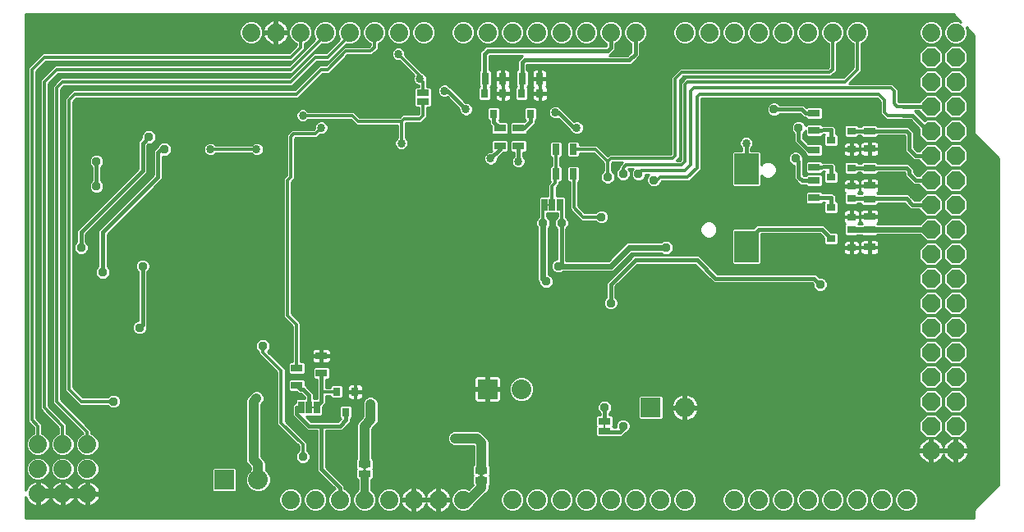
<source format=gbl>
G75*
%MOIN*%
%OFA0B0*%
%FSLAX25Y25*%
%IPPOS*%
%LPD*%
%AMOC8*
5,1,8,0,0,1.08239X$1,22.5*
%
%ADD10C,0.07400*%
%ADD11OC8,0.07400*%
%ADD12R,0.03150X0.03543*%
%ADD13R,0.04724X0.03150*%
%ADD14R,0.05000X0.02500*%
%ADD15R,0.02500X0.05000*%
%ADD16C,0.00800*%
%ADD17R,0.03150X0.04724*%
%ADD18R,0.09843X0.12598*%
%ADD19R,0.03543X0.03150*%
%ADD20R,0.08000X0.08000*%
%ADD21C,0.08000*%
%ADD22C,0.01000*%
%ADD23C,0.04000*%
%ADD24C,0.03400*%
%ADD25C,0.03762*%
%ADD26C,0.01600*%
%ADD27C,0.01200*%
%ADD28C,0.02400*%
%ADD29C,0.03369*%
%ADD30C,0.03200*%
D10*
X0027561Y0017500D03*
X0037561Y0017500D03*
X0047561Y0017500D03*
X0047561Y0027500D03*
X0037561Y0027500D03*
X0027561Y0027500D03*
X0027561Y0037500D03*
X0037561Y0037500D03*
X0047561Y0037500D03*
X0130061Y0015000D03*
X0140061Y0015000D03*
X0150061Y0015000D03*
X0160061Y0015000D03*
X0170061Y0015000D03*
X0180061Y0015000D03*
X0190061Y0015000D03*
X0200061Y0015000D03*
X0220061Y0015000D03*
X0230061Y0015000D03*
X0240061Y0015000D03*
X0250061Y0015000D03*
X0260061Y0015000D03*
X0270061Y0015000D03*
X0280061Y0015000D03*
X0290061Y0015000D03*
X0310061Y0015000D03*
X0320061Y0015000D03*
X0330061Y0015000D03*
X0340061Y0015000D03*
X0350061Y0015000D03*
X0360061Y0015000D03*
X0370061Y0015000D03*
X0380061Y0015000D03*
X0390061Y0035000D03*
X0400061Y0035000D03*
X0400061Y0205000D03*
X0390061Y0205000D03*
X0360061Y0205000D03*
X0350061Y0205000D03*
X0340061Y0205000D03*
X0330061Y0205000D03*
X0320061Y0205000D03*
X0310061Y0205000D03*
X0300061Y0205000D03*
X0290061Y0205000D03*
X0270061Y0205000D03*
X0260061Y0205000D03*
X0250061Y0205000D03*
X0240061Y0205000D03*
X0230061Y0205000D03*
X0220061Y0205000D03*
X0210061Y0205000D03*
X0200061Y0205000D03*
X0184061Y0205000D03*
X0174061Y0205000D03*
X0164061Y0205000D03*
X0154061Y0205000D03*
X0144061Y0205000D03*
X0134061Y0205000D03*
X0124061Y0205000D03*
X0114061Y0205000D03*
D11*
X0390061Y0195000D03*
X0400061Y0195000D03*
X0400061Y0185000D03*
X0390061Y0185000D03*
X0390061Y0175000D03*
X0400061Y0175000D03*
X0400061Y0165000D03*
X0390061Y0165000D03*
X0390061Y0155000D03*
X0400061Y0155000D03*
X0400061Y0145000D03*
X0390061Y0145000D03*
X0390061Y0135000D03*
X0400061Y0135000D03*
X0400061Y0125000D03*
X0390061Y0125000D03*
X0390061Y0115000D03*
X0400061Y0115000D03*
X0400061Y0105000D03*
X0390061Y0105000D03*
X0390061Y0095000D03*
X0400061Y0095000D03*
X0400061Y0085000D03*
X0390061Y0085000D03*
X0390061Y0075000D03*
X0400061Y0075000D03*
X0400061Y0065000D03*
X0390061Y0065000D03*
X0390061Y0055000D03*
X0400061Y0055000D03*
X0400061Y0045000D03*
X0390061Y0045000D03*
D12*
X0156302Y0058937D03*
X0148821Y0058937D03*
X0152561Y0050669D03*
X0212561Y0171919D03*
X0227561Y0171919D03*
X0223821Y0180187D03*
X0231302Y0180187D03*
X0216302Y0180187D03*
X0208821Y0180187D03*
D13*
X0215061Y0166043D03*
X0222561Y0166043D03*
X0222561Y0158957D03*
X0215061Y0158957D03*
X0342561Y0157293D03*
X0342561Y0150207D03*
X0342561Y0144793D03*
X0342561Y0137707D03*
X0365061Y0137293D03*
X0365061Y0142707D03*
X0365061Y0149793D03*
X0365061Y0157707D03*
X0365061Y0164793D03*
X0342561Y0165207D03*
X0342561Y0172293D03*
X0365061Y0130207D03*
X0365061Y0124793D03*
X0365061Y0117707D03*
X0142561Y0073543D03*
X0132561Y0068543D03*
X0142561Y0066457D03*
X0132561Y0061457D03*
D14*
X0160061Y0029500D03*
X0160061Y0025500D03*
X0207561Y0027000D03*
X0207561Y0023000D03*
X0257561Y0043000D03*
X0257561Y0047000D03*
X0183811Y0176978D03*
X0183811Y0180522D03*
D15*
X0233111Y0135000D03*
X0236311Y0135000D03*
X0239511Y0135000D03*
X0140761Y0052500D03*
X0137561Y0052500D03*
X0134361Y0052500D03*
D16*
X0137561Y0052500D02*
X0140061Y0052500D01*
X0160061Y0029000D02*
X0160061Y0026000D01*
X0207561Y0026500D02*
X0207561Y0023500D01*
X0257561Y0043500D02*
X0257561Y0046500D01*
X0236311Y0135000D02*
X0233811Y0135000D01*
D17*
X0237768Y0147500D03*
X0244855Y0147500D03*
X0244855Y0157500D03*
X0237768Y0157500D03*
X0231105Y0186250D03*
X0224018Y0186250D03*
X0216105Y0186250D03*
X0209018Y0186250D03*
D18*
X0315061Y0149498D03*
X0315061Y0118002D03*
D19*
X0349481Y0121250D03*
X0357748Y0117510D03*
X0357748Y0124990D03*
X0357748Y0130010D03*
X0349481Y0133750D03*
X0357748Y0137490D03*
X0357748Y0142510D03*
X0349481Y0146250D03*
X0357748Y0149990D03*
X0357748Y0157510D03*
X0349481Y0161250D03*
X0357748Y0164990D03*
D20*
X0210061Y0060000D03*
X0276311Y0052500D03*
X0103186Y0023125D03*
D21*
X0116966Y0023125D03*
X0223841Y0060000D03*
X0290091Y0052500D03*
D22*
X0022561Y0016061D02*
X0022561Y0007500D01*
X0407561Y0007500D01*
X0407561Y0010497D01*
X0407942Y0011416D01*
X0417561Y0021036D01*
X0417561Y0153964D01*
X0408645Y0162881D01*
X0407942Y0163584D01*
X0407561Y0164503D01*
X0407561Y0203964D01*
X0404360Y0207166D01*
X0404861Y0205955D01*
X0404861Y0204045D01*
X0404131Y0202281D01*
X0402780Y0200931D01*
X0401016Y0200200D01*
X0399107Y0200200D01*
X0397342Y0200931D01*
X0395992Y0202281D01*
X0395261Y0204045D01*
X0395261Y0205955D01*
X0395992Y0207719D01*
X0397342Y0209069D01*
X0399107Y0209800D01*
X0401016Y0209800D01*
X0402228Y0209298D01*
X0399026Y0212500D01*
X0022561Y0212500D01*
X0022561Y0018939D01*
X0022742Y0019496D01*
X0023114Y0020225D01*
X0023595Y0020888D01*
X0024174Y0021466D01*
X0024836Y0021947D01*
X0025565Y0022319D01*
X0026344Y0022572D01*
X0027061Y0022686D01*
X0027061Y0018000D01*
X0028061Y0018000D01*
X0028061Y0022686D01*
X0028779Y0022572D01*
X0029558Y0022319D01*
X0030287Y0021947D01*
X0030949Y0021466D01*
X0031528Y0020888D01*
X0032009Y0020225D01*
X0032380Y0019496D01*
X0032561Y0018939D01*
X0032742Y0019496D01*
X0033114Y0020225D01*
X0033595Y0020888D01*
X0034174Y0021466D01*
X0034836Y0021947D01*
X0035565Y0022319D01*
X0036344Y0022572D01*
X0037061Y0022686D01*
X0037061Y0018000D01*
X0037061Y0017000D01*
X0028061Y0017000D01*
X0028061Y0012314D01*
X0028779Y0012428D01*
X0029558Y0012681D01*
X0030287Y0013053D01*
X0030949Y0013534D01*
X0031528Y0014112D01*
X0032009Y0014775D01*
X0032380Y0015504D01*
X0032561Y0016061D01*
X0032742Y0015504D01*
X0033114Y0014775D01*
X0033595Y0014112D01*
X0034174Y0013534D01*
X0034836Y0013053D01*
X0035565Y0012681D01*
X0036344Y0012428D01*
X0037061Y0012314D01*
X0037061Y0017000D01*
X0038061Y0017000D01*
X0038061Y0012314D01*
X0038779Y0012428D01*
X0039558Y0012681D01*
X0040287Y0013053D01*
X0040949Y0013534D01*
X0041528Y0014112D01*
X0042009Y0014775D01*
X0042380Y0015504D01*
X0042561Y0016061D01*
X0042742Y0015504D01*
X0043114Y0014775D01*
X0043595Y0014112D01*
X0044174Y0013534D01*
X0044836Y0013053D01*
X0045565Y0012681D01*
X0046344Y0012428D01*
X0047061Y0012314D01*
X0047061Y0017000D01*
X0038061Y0017000D01*
X0038061Y0018000D01*
X0037061Y0018000D01*
X0032747Y0018000D01*
X0028061Y0018000D01*
X0028061Y0017000D01*
X0027061Y0017000D01*
X0027061Y0012314D01*
X0026344Y0012428D01*
X0025565Y0012681D01*
X0024836Y0013053D01*
X0024174Y0013534D01*
X0023595Y0014112D01*
X0023114Y0014775D01*
X0022742Y0015504D01*
X0022561Y0016061D01*
X0022561Y0015984D02*
X0022587Y0015984D01*
X0022561Y0014985D02*
X0023007Y0014985D01*
X0022561Y0013987D02*
X0023721Y0013987D01*
X0022561Y0012988D02*
X0024963Y0012988D01*
X0027061Y0012988D02*
X0028061Y0012988D01*
X0028061Y0013987D02*
X0027061Y0013987D01*
X0027061Y0014985D02*
X0028061Y0014985D01*
X0028061Y0015984D02*
X0027061Y0015984D01*
X0027061Y0016982D02*
X0028061Y0016982D01*
X0028061Y0017981D02*
X0037061Y0017981D01*
X0037061Y0018979D02*
X0038061Y0018979D01*
X0038061Y0018000D02*
X0038061Y0022686D01*
X0038779Y0022572D01*
X0039558Y0022319D01*
X0040287Y0021947D01*
X0040949Y0021466D01*
X0041528Y0020888D01*
X0042009Y0020225D01*
X0042380Y0019496D01*
X0042561Y0018939D01*
X0042742Y0019496D01*
X0043114Y0020225D01*
X0043595Y0020888D01*
X0044174Y0021466D01*
X0044836Y0021947D01*
X0045565Y0022319D01*
X0046344Y0022572D01*
X0047061Y0022686D01*
X0047061Y0018000D01*
X0047061Y0017000D01*
X0048061Y0017000D01*
X0048061Y0012314D01*
X0048779Y0012428D01*
X0049558Y0012681D01*
X0050287Y0013053D01*
X0050949Y0013534D01*
X0051528Y0014112D01*
X0052009Y0014775D01*
X0052380Y0015504D01*
X0052633Y0016282D01*
X0052747Y0017000D01*
X0048061Y0017000D01*
X0048061Y0018000D01*
X0047061Y0018000D01*
X0042747Y0018000D01*
X0038061Y0018000D01*
X0038061Y0017981D02*
X0047061Y0017981D01*
X0047061Y0018979D02*
X0048061Y0018979D01*
X0048061Y0018000D02*
X0048061Y0022686D01*
X0048779Y0022572D01*
X0049558Y0022319D01*
X0050287Y0021947D01*
X0050949Y0021466D01*
X0051528Y0020888D01*
X0052009Y0020225D01*
X0052380Y0019496D01*
X0052633Y0018718D01*
X0052747Y0018000D01*
X0048061Y0018000D01*
X0048061Y0017981D02*
X0126254Y0017981D01*
X0125992Y0017719D02*
X0125261Y0015955D01*
X0125261Y0014045D01*
X0125992Y0012281D01*
X0127342Y0010931D01*
X0129107Y0010200D01*
X0131016Y0010200D01*
X0132780Y0010931D01*
X0134131Y0012281D01*
X0134861Y0014045D01*
X0134861Y0015955D01*
X0134131Y0017719D01*
X0132780Y0019069D01*
X0131016Y0019800D01*
X0129107Y0019800D01*
X0127342Y0019069D01*
X0125992Y0017719D01*
X0125687Y0016982D02*
X0052744Y0016982D01*
X0052536Y0015984D02*
X0125273Y0015984D01*
X0125261Y0014985D02*
X0052116Y0014985D01*
X0051402Y0013987D02*
X0125286Y0013987D01*
X0125699Y0012988D02*
X0050160Y0012988D01*
X0048061Y0012988D02*
X0047061Y0012988D01*
X0047061Y0013987D02*
X0048061Y0013987D01*
X0048061Y0014985D02*
X0047061Y0014985D01*
X0047061Y0015984D02*
X0048061Y0015984D01*
X0048061Y0016982D02*
X0047061Y0016982D01*
X0043721Y0013987D02*
X0041402Y0013987D01*
X0042116Y0014985D02*
X0043007Y0014985D01*
X0042587Y0015984D02*
X0042536Y0015984D01*
X0042548Y0018979D02*
X0042574Y0018979D01*
X0042988Y0019978D02*
X0042135Y0019978D01*
X0041439Y0020976D02*
X0043684Y0020976D01*
X0044890Y0021975D02*
X0040233Y0021975D01*
X0039176Y0022973D02*
X0045947Y0022973D01*
X0046607Y0022700D02*
X0044842Y0023431D01*
X0043492Y0024781D01*
X0042761Y0026545D01*
X0042761Y0028455D01*
X0043492Y0030219D01*
X0044842Y0031569D01*
X0046607Y0032300D01*
X0048516Y0032300D01*
X0050280Y0031569D01*
X0051631Y0030219D01*
X0052361Y0028455D01*
X0052361Y0026545D01*
X0051631Y0024781D01*
X0050280Y0023431D01*
X0048516Y0022700D01*
X0046607Y0022700D01*
X0047061Y0021975D02*
X0048061Y0021975D01*
X0048061Y0020976D02*
X0047061Y0020976D01*
X0047061Y0019978D02*
X0048061Y0019978D01*
X0050233Y0021975D02*
X0098086Y0021975D01*
X0098086Y0022973D02*
X0049176Y0022973D01*
X0050821Y0023972D02*
X0098086Y0023972D01*
X0098086Y0024970D02*
X0051709Y0024970D01*
X0052123Y0025969D02*
X0098086Y0025969D01*
X0098086Y0026967D02*
X0052361Y0026967D01*
X0052361Y0027966D02*
X0098472Y0027966D01*
X0098731Y0028225D02*
X0098086Y0027581D01*
X0098086Y0018669D01*
X0098731Y0018025D01*
X0107642Y0018025D01*
X0108286Y0018669D01*
X0108286Y0027581D01*
X0107642Y0028225D01*
X0098731Y0028225D01*
X0107901Y0027966D02*
X0113836Y0027966D01*
X0113836Y0028091D02*
X0113836Y0027208D01*
X0112642Y0026014D01*
X0111866Y0024139D01*
X0111866Y0022111D01*
X0112642Y0020236D01*
X0114077Y0018801D01*
X0115951Y0018025D01*
X0117980Y0018025D01*
X0119855Y0018801D01*
X0121290Y0020236D01*
X0122066Y0022111D01*
X0122066Y0024139D01*
X0121290Y0026014D01*
X0120036Y0027267D01*
X0120036Y0029992D01*
X0119564Y0031131D01*
X0118692Y0032003D01*
X0118161Y0032534D01*
X0118161Y0053716D01*
X0118939Y0054494D01*
X0119411Y0055633D01*
X0119411Y0056867D01*
X0118939Y0058006D01*
X0118067Y0058878D01*
X0116928Y0059350D01*
X0115695Y0059350D01*
X0114555Y0058878D01*
X0113305Y0057628D01*
X0112433Y0056756D01*
X0111961Y0055617D01*
X0111961Y0030633D01*
X0112433Y0029494D01*
X0113836Y0028091D01*
X0113596Y0026967D02*
X0108286Y0026967D01*
X0108286Y0025969D02*
X0112624Y0025969D01*
X0112210Y0024970D02*
X0108286Y0024970D01*
X0108286Y0023972D02*
X0111866Y0023972D01*
X0111866Y0022973D02*
X0108286Y0022973D01*
X0108286Y0021975D02*
X0111922Y0021975D01*
X0112336Y0020976D02*
X0108286Y0020976D01*
X0108286Y0019978D02*
X0112901Y0019978D01*
X0113899Y0018979D02*
X0108286Y0018979D01*
X0098086Y0018979D02*
X0052548Y0018979D01*
X0052135Y0019978D02*
X0098086Y0019978D01*
X0098086Y0020976D02*
X0051439Y0020976D01*
X0044301Y0023972D02*
X0040821Y0023972D01*
X0040280Y0023431D02*
X0041631Y0024781D01*
X0042361Y0026545D01*
X0042361Y0028455D01*
X0041631Y0030219D01*
X0040280Y0031569D01*
X0038516Y0032300D01*
X0036607Y0032300D01*
X0034842Y0031569D01*
X0033492Y0030219D01*
X0032761Y0028455D01*
X0032761Y0026545D01*
X0033492Y0024781D01*
X0034842Y0023431D01*
X0036607Y0022700D01*
X0038516Y0022700D01*
X0040280Y0023431D01*
X0041709Y0024970D02*
X0043414Y0024970D01*
X0043000Y0025969D02*
X0042123Y0025969D01*
X0042361Y0026967D02*
X0042761Y0026967D01*
X0042761Y0027966D02*
X0042361Y0027966D01*
X0042150Y0028964D02*
X0042972Y0028964D01*
X0043386Y0029963D02*
X0041737Y0029963D01*
X0040888Y0030961D02*
X0044234Y0030961D01*
X0045785Y0031960D02*
X0039337Y0031960D01*
X0039140Y0032958D02*
X0045983Y0032958D01*
X0046607Y0032700D02*
X0044842Y0033431D01*
X0043492Y0034781D01*
X0042761Y0036545D01*
X0042761Y0038455D01*
X0043492Y0040219D01*
X0044842Y0041569D01*
X0045723Y0041934D01*
X0033361Y0054296D01*
X0033361Y0183204D01*
X0034357Y0184200D01*
X0036857Y0186700D01*
X0129357Y0186700D01*
X0139357Y0196700D01*
X0144357Y0196700D01*
X0149976Y0202319D01*
X0149261Y0204045D01*
X0149261Y0205955D01*
X0149992Y0207719D01*
X0151342Y0209069D01*
X0153107Y0209800D01*
X0155016Y0209800D01*
X0156780Y0209069D01*
X0158131Y0207719D01*
X0158861Y0205955D01*
X0158861Y0204045D01*
X0158131Y0202281D01*
X0156780Y0200931D01*
X0155016Y0200200D01*
X0153107Y0200200D01*
X0152795Y0200329D01*
X0146761Y0194296D01*
X0145766Y0193300D01*
X0140766Y0193300D01*
X0131761Y0184296D01*
X0130766Y0183300D01*
X0038266Y0183300D01*
X0036761Y0181796D01*
X0036761Y0055704D01*
X0048266Y0044200D01*
X0049261Y0043204D01*
X0049261Y0041991D01*
X0050280Y0041569D01*
X0051631Y0040219D01*
X0052361Y0038455D01*
X0052361Y0036545D01*
X0051631Y0034781D01*
X0050280Y0033431D01*
X0048516Y0032700D01*
X0046607Y0032700D01*
X0049140Y0032958D02*
X0111961Y0032958D01*
X0111961Y0031960D02*
X0049337Y0031960D01*
X0050888Y0030961D02*
X0111961Y0030961D01*
X0112239Y0029963D02*
X0051737Y0029963D01*
X0052150Y0028964D02*
X0112963Y0028964D01*
X0111961Y0033957D02*
X0050806Y0033957D01*
X0051703Y0034955D02*
X0111961Y0034955D01*
X0111961Y0035954D02*
X0052116Y0035954D01*
X0052361Y0036952D02*
X0111961Y0036952D01*
X0111961Y0037951D02*
X0052361Y0037951D01*
X0052157Y0038949D02*
X0111961Y0038949D01*
X0111961Y0039948D02*
X0051743Y0039948D01*
X0050903Y0040946D02*
X0111961Y0040946D01*
X0111961Y0041945D02*
X0049373Y0041945D01*
X0049261Y0042943D02*
X0111961Y0042943D01*
X0111961Y0043942D02*
X0048524Y0043942D01*
X0047525Y0044940D02*
X0111961Y0044940D01*
X0111961Y0045939D02*
X0046527Y0045939D01*
X0045528Y0046937D02*
X0111961Y0046937D01*
X0111961Y0047936D02*
X0044530Y0047936D01*
X0043531Y0048934D02*
X0111961Y0048934D01*
X0111961Y0049933D02*
X0042533Y0049933D01*
X0041534Y0050932D02*
X0111961Y0050932D01*
X0111961Y0051930D02*
X0040536Y0051930D01*
X0039537Y0052929D02*
X0056042Y0052929D01*
X0055670Y0053300D02*
X0056498Y0052473D01*
X0057593Y0052019D01*
X0058779Y0052019D01*
X0059875Y0052473D01*
X0060714Y0053311D01*
X0061168Y0054407D01*
X0061168Y0055593D01*
X0060714Y0056689D01*
X0059875Y0057527D01*
X0058779Y0057981D01*
X0057593Y0057981D01*
X0056498Y0057527D01*
X0055670Y0056700D01*
X0045766Y0056700D01*
X0041761Y0060704D01*
X0041761Y0176796D01*
X0043266Y0178300D01*
X0133266Y0178300D01*
X0134261Y0179296D01*
X0143266Y0188300D01*
X0145766Y0188300D01*
X0146761Y0189296D01*
X0153266Y0195800D01*
X0163266Y0195800D01*
X0164261Y0196796D01*
X0165761Y0198296D01*
X0165761Y0200509D01*
X0166780Y0200931D01*
X0168131Y0202281D01*
X0168861Y0204045D01*
X0168861Y0205955D01*
X0168131Y0207719D01*
X0166780Y0209069D01*
X0165016Y0209800D01*
X0163107Y0209800D01*
X0161342Y0209069D01*
X0159992Y0207719D01*
X0159261Y0205955D01*
X0159261Y0204045D01*
X0159992Y0202281D01*
X0161342Y0200931D01*
X0162361Y0200509D01*
X0162361Y0199704D01*
X0161857Y0199200D01*
X0151857Y0199200D01*
X0144357Y0191700D01*
X0141857Y0191700D01*
X0131857Y0181700D01*
X0041857Y0181700D01*
X0039357Y0179200D01*
X0038361Y0178204D01*
X0038361Y0059296D01*
X0044357Y0053300D01*
X0055670Y0053300D01*
X0060331Y0052929D02*
X0111961Y0052929D01*
X0111961Y0053927D02*
X0060969Y0053927D01*
X0061168Y0054926D02*
X0111961Y0054926D01*
X0112089Y0055924D02*
X0061030Y0055924D01*
X0060480Y0056923D02*
X0112600Y0056923D01*
X0113305Y0057628D02*
X0113305Y0057628D01*
X0113598Y0057921D02*
X0058924Y0057921D01*
X0057449Y0057921D02*
X0044544Y0057921D01*
X0043546Y0058920D02*
X0114656Y0058920D01*
X0117967Y0058920D02*
X0124611Y0058920D01*
X0124611Y0059918D02*
X0042547Y0059918D01*
X0041761Y0060917D02*
X0124611Y0060917D01*
X0124611Y0061915D02*
X0041761Y0061915D01*
X0041761Y0062914D02*
X0124611Y0062914D01*
X0124611Y0063912D02*
X0041761Y0063912D01*
X0041761Y0064911D02*
X0124611Y0064911D01*
X0124611Y0065909D02*
X0041761Y0065909D01*
X0041761Y0066908D02*
X0124500Y0066908D01*
X0124611Y0066796D02*
X0124611Y0045546D01*
X0125607Y0044550D01*
X0133361Y0036796D01*
X0133361Y0035016D01*
X0132534Y0034189D01*
X0132080Y0033093D01*
X0132080Y0031907D01*
X0132534Y0030811D01*
X0133373Y0029973D01*
X0134468Y0029519D01*
X0135654Y0029519D01*
X0136750Y0029973D01*
X0137589Y0030811D01*
X0138043Y0031907D01*
X0138043Y0033093D01*
X0137589Y0034189D01*
X0136761Y0035016D01*
X0136761Y0038204D01*
X0128011Y0046954D01*
X0128011Y0068204D01*
X0120871Y0075344D01*
X0121339Y0075811D01*
X0121793Y0076907D01*
X0121793Y0078093D01*
X0121339Y0079189D01*
X0120500Y0080027D01*
X0119404Y0080481D01*
X0118218Y0080481D01*
X0117123Y0080027D01*
X0116284Y0079189D01*
X0115830Y0078093D01*
X0115830Y0076907D01*
X0116284Y0075811D01*
X0117111Y0074984D01*
X0117111Y0074296D01*
X0118107Y0073300D01*
X0124611Y0066796D01*
X0123501Y0067906D02*
X0041761Y0067906D01*
X0041761Y0068905D02*
X0122503Y0068905D01*
X0121504Y0069903D02*
X0041761Y0069903D01*
X0041761Y0070902D02*
X0120505Y0070902D01*
X0119507Y0071900D02*
X0041761Y0071900D01*
X0041761Y0072899D02*
X0118508Y0072899D01*
X0117510Y0073897D02*
X0041761Y0073897D01*
X0041761Y0074896D02*
X0117111Y0074896D01*
X0116250Y0075894D02*
X0041761Y0075894D01*
X0041761Y0076893D02*
X0115836Y0076893D01*
X0115830Y0077891D02*
X0041761Y0077891D01*
X0041761Y0078890D02*
X0116160Y0078890D01*
X0116984Y0079888D02*
X0041761Y0079888D01*
X0041761Y0080887D02*
X0130861Y0080887D01*
X0130861Y0081885D02*
X0041761Y0081885D01*
X0041761Y0082884D02*
X0066712Y0082884D01*
X0067123Y0082473D02*
X0068218Y0082019D01*
X0069404Y0082019D01*
X0070500Y0082473D01*
X0071339Y0083311D01*
X0071793Y0084407D01*
X0071793Y0085294D01*
X0071961Y0085463D01*
X0071961Y0107684D01*
X0072589Y0108311D01*
X0073043Y0109407D01*
X0073043Y0110593D01*
X0072589Y0111689D01*
X0071750Y0112527D01*
X0070654Y0112981D01*
X0069468Y0112981D01*
X0068373Y0112527D01*
X0067534Y0111689D01*
X0067080Y0110593D01*
X0067080Y0109407D01*
X0067534Y0108311D01*
X0068161Y0107684D01*
X0068161Y0087957D01*
X0067123Y0087527D01*
X0066284Y0086689D01*
X0065830Y0085593D01*
X0065830Y0084407D01*
X0066284Y0083311D01*
X0067123Y0082473D01*
X0066048Y0083882D02*
X0041761Y0083882D01*
X0041761Y0084881D02*
X0065830Y0084881D01*
X0065949Y0085879D02*
X0041761Y0085879D01*
X0041761Y0086878D02*
X0066473Y0086878D01*
X0067966Y0087876D02*
X0041761Y0087876D01*
X0041761Y0088875D02*
X0068161Y0088875D01*
X0068161Y0089873D02*
X0041761Y0089873D01*
X0041761Y0090872D02*
X0068161Y0090872D01*
X0068161Y0091870D02*
X0041761Y0091870D01*
X0041761Y0092869D02*
X0068161Y0092869D01*
X0068161Y0093868D02*
X0041761Y0093868D01*
X0041761Y0094866D02*
X0068161Y0094866D01*
X0068161Y0095865D02*
X0041761Y0095865D01*
X0041761Y0096863D02*
X0068161Y0096863D01*
X0068161Y0097862D02*
X0041761Y0097862D01*
X0041761Y0098860D02*
X0068161Y0098860D01*
X0068161Y0099859D02*
X0041761Y0099859D01*
X0041761Y0100857D02*
X0068161Y0100857D01*
X0068161Y0101856D02*
X0041761Y0101856D01*
X0041761Y0102854D02*
X0068161Y0102854D01*
X0068161Y0103853D02*
X0041761Y0103853D01*
X0041761Y0104851D02*
X0052416Y0104851D01*
X0052123Y0104973D02*
X0053218Y0104519D01*
X0054404Y0104519D01*
X0055500Y0104973D01*
X0056339Y0105811D01*
X0056793Y0106907D01*
X0056793Y0108093D01*
X0056339Y0109189D01*
X0055711Y0109816D01*
X0055711Y0122963D01*
X0077098Y0144350D01*
X0078211Y0145463D01*
X0078211Y0154522D01*
X0078218Y0154519D01*
X0079404Y0154519D01*
X0080500Y0154973D01*
X0081339Y0155811D01*
X0081793Y0156907D01*
X0081793Y0158093D01*
X0081339Y0159189D01*
X0080500Y0160027D01*
X0079404Y0160481D01*
X0078218Y0160481D01*
X0077123Y0160027D01*
X0076284Y0159189D01*
X0076087Y0158713D01*
X0075661Y0158287D01*
X0074411Y0157037D01*
X0074411Y0147037D01*
X0051911Y0124537D01*
X0051911Y0109816D01*
X0051284Y0109189D01*
X0050830Y0108093D01*
X0050830Y0106907D01*
X0051284Y0105811D01*
X0052123Y0104973D01*
X0051268Y0105850D02*
X0041761Y0105850D01*
X0041761Y0106848D02*
X0050855Y0106848D01*
X0050830Y0107847D02*
X0041761Y0107847D01*
X0041761Y0108845D02*
X0051142Y0108845D01*
X0051911Y0109844D02*
X0041761Y0109844D01*
X0041761Y0110842D02*
X0051911Y0110842D01*
X0051911Y0111841D02*
X0041761Y0111841D01*
X0041761Y0112839D02*
X0051911Y0112839D01*
X0051911Y0113838D02*
X0041761Y0113838D01*
X0041761Y0114836D02*
X0043702Y0114836D01*
X0043373Y0114973D02*
X0044468Y0114519D01*
X0045654Y0114519D01*
X0046750Y0114973D01*
X0047589Y0115811D01*
X0048043Y0116907D01*
X0048043Y0118093D01*
X0047589Y0119189D01*
X0046961Y0119816D01*
X0046961Y0122963D01*
X0070848Y0146850D01*
X0070848Y0146850D01*
X0071961Y0147963D01*
X0071961Y0159213D01*
X0072267Y0159519D01*
X0073154Y0159519D01*
X0074250Y0159973D01*
X0075089Y0160811D01*
X0075543Y0161907D01*
X0075543Y0163093D01*
X0075089Y0164189D01*
X0074250Y0165027D01*
X0073154Y0165481D01*
X0071968Y0165481D01*
X0070873Y0165027D01*
X0070034Y0164189D01*
X0069580Y0163093D01*
X0069580Y0162206D01*
X0068161Y0160787D01*
X0068161Y0149537D01*
X0043161Y0124537D01*
X0043161Y0119816D01*
X0042534Y0119189D01*
X0042080Y0118093D01*
X0042080Y0116907D01*
X0042534Y0115811D01*
X0043373Y0114973D01*
X0042524Y0115835D02*
X0041761Y0115835D01*
X0041761Y0116833D02*
X0042111Y0116833D01*
X0042080Y0117832D02*
X0041761Y0117832D01*
X0041761Y0118830D02*
X0042386Y0118830D01*
X0041761Y0119829D02*
X0043161Y0119829D01*
X0043161Y0120827D02*
X0041761Y0120827D01*
X0041761Y0121826D02*
X0043161Y0121826D01*
X0043161Y0122824D02*
X0041761Y0122824D01*
X0041761Y0123823D02*
X0043161Y0123823D01*
X0043446Y0124821D02*
X0041761Y0124821D01*
X0041761Y0125820D02*
X0044444Y0125820D01*
X0045443Y0126818D02*
X0041761Y0126818D01*
X0041761Y0127817D02*
X0046441Y0127817D01*
X0047440Y0128815D02*
X0041761Y0128815D01*
X0041761Y0129814D02*
X0048438Y0129814D01*
X0049437Y0130812D02*
X0041761Y0130812D01*
X0041761Y0131811D02*
X0050435Y0131811D01*
X0051434Y0132809D02*
X0041761Y0132809D01*
X0041761Y0133808D02*
X0052432Y0133808D01*
X0053431Y0134806D02*
X0041761Y0134806D01*
X0041761Y0135805D02*
X0054429Y0135805D01*
X0055428Y0136803D02*
X0041761Y0136803D01*
X0041761Y0137802D02*
X0056426Y0137802D01*
X0057425Y0138801D02*
X0041761Y0138801D01*
X0041761Y0139799D02*
X0050042Y0139799D01*
X0049623Y0139973D02*
X0050718Y0139519D01*
X0051904Y0139519D01*
X0053000Y0139973D01*
X0053839Y0140811D01*
X0054293Y0141907D01*
X0054293Y0143093D01*
X0053839Y0144189D01*
X0053211Y0144816D01*
X0053211Y0150184D01*
X0053839Y0150811D01*
X0054293Y0151907D01*
X0054293Y0153093D01*
X0053839Y0154189D01*
X0053000Y0155027D01*
X0051904Y0155481D01*
X0050718Y0155481D01*
X0049623Y0155027D01*
X0048784Y0154189D01*
X0048330Y0153093D01*
X0048330Y0151907D01*
X0048784Y0150811D01*
X0049411Y0150184D01*
X0049411Y0144816D01*
X0048784Y0144189D01*
X0048330Y0143093D01*
X0048330Y0141907D01*
X0048784Y0140811D01*
X0049623Y0139973D01*
X0048798Y0140798D02*
X0041761Y0140798D01*
X0041761Y0141796D02*
X0048376Y0141796D01*
X0048330Y0142795D02*
X0041761Y0142795D01*
X0041761Y0143793D02*
X0048620Y0143793D01*
X0049387Y0144792D02*
X0041761Y0144792D01*
X0041761Y0145790D02*
X0049411Y0145790D01*
X0049411Y0146789D02*
X0041761Y0146789D01*
X0041761Y0147787D02*
X0049411Y0147787D01*
X0049411Y0148786D02*
X0041761Y0148786D01*
X0041761Y0149784D02*
X0049411Y0149784D01*
X0048813Y0150783D02*
X0041761Y0150783D01*
X0041761Y0151781D02*
X0048382Y0151781D01*
X0048330Y0152780D02*
X0041761Y0152780D01*
X0041761Y0153778D02*
X0048614Y0153778D01*
X0049372Y0154777D02*
X0041761Y0154777D01*
X0041761Y0155775D02*
X0068161Y0155775D01*
X0068161Y0154777D02*
X0053251Y0154777D01*
X0054009Y0153778D02*
X0068161Y0153778D01*
X0068161Y0152780D02*
X0054293Y0152780D01*
X0054240Y0151781D02*
X0068161Y0151781D01*
X0068161Y0150783D02*
X0053810Y0150783D01*
X0053211Y0149784D02*
X0068161Y0149784D01*
X0067410Y0148786D02*
X0053211Y0148786D01*
X0053211Y0147787D02*
X0066412Y0147787D01*
X0065413Y0146789D02*
X0053211Y0146789D01*
X0053211Y0145790D02*
X0064415Y0145790D01*
X0063416Y0144792D02*
X0053236Y0144792D01*
X0054003Y0143793D02*
X0062418Y0143793D01*
X0061419Y0142795D02*
X0054293Y0142795D01*
X0054247Y0141796D02*
X0060420Y0141796D01*
X0059422Y0140798D02*
X0053825Y0140798D01*
X0052581Y0139799D02*
X0058423Y0139799D01*
X0060802Y0136803D02*
X0064178Y0136803D01*
X0063179Y0135805D02*
X0059803Y0135805D01*
X0058805Y0134806D02*
X0062181Y0134806D01*
X0061182Y0133808D02*
X0057806Y0133808D01*
X0056808Y0132809D02*
X0060184Y0132809D01*
X0059185Y0131811D02*
X0055809Y0131811D01*
X0054811Y0130812D02*
X0058187Y0130812D01*
X0057188Y0129814D02*
X0053812Y0129814D01*
X0052814Y0128815D02*
X0056190Y0128815D01*
X0055191Y0127817D02*
X0051815Y0127817D01*
X0050817Y0126818D02*
X0054193Y0126818D01*
X0053194Y0125820D02*
X0049818Y0125820D01*
X0048820Y0124821D02*
X0052196Y0124821D01*
X0051911Y0123823D02*
X0047821Y0123823D01*
X0046961Y0122824D02*
X0051911Y0122824D01*
X0051911Y0121826D02*
X0046961Y0121826D01*
X0046961Y0120827D02*
X0051911Y0120827D01*
X0051911Y0119829D02*
X0046961Y0119829D01*
X0047737Y0118830D02*
X0051911Y0118830D01*
X0051911Y0117832D02*
X0048043Y0117832D01*
X0048012Y0116833D02*
X0051911Y0116833D01*
X0051911Y0115835D02*
X0047598Y0115835D01*
X0046421Y0114836D02*
X0051911Y0114836D01*
X0055711Y0114836D02*
X0127111Y0114836D01*
X0127111Y0113838D02*
X0055711Y0113838D01*
X0055711Y0112839D02*
X0069126Y0112839D01*
X0067686Y0111841D02*
X0055711Y0111841D01*
X0055711Y0110842D02*
X0067184Y0110842D01*
X0067080Y0109844D02*
X0055711Y0109844D01*
X0056481Y0108845D02*
X0067313Y0108845D01*
X0067999Y0107847D02*
X0056793Y0107847D01*
X0056768Y0106848D02*
X0068161Y0106848D01*
X0068161Y0105850D02*
X0056355Y0105850D01*
X0055206Y0104851D02*
X0068161Y0104851D01*
X0071961Y0104851D02*
X0127111Y0104851D01*
X0127111Y0103853D02*
X0071961Y0103853D01*
X0071961Y0102854D02*
X0127111Y0102854D01*
X0127111Y0101856D02*
X0071961Y0101856D01*
X0071961Y0100857D02*
X0127111Y0100857D01*
X0127111Y0099859D02*
X0071961Y0099859D01*
X0071961Y0098860D02*
X0127111Y0098860D01*
X0127111Y0097862D02*
X0071961Y0097862D01*
X0071961Y0096863D02*
X0127111Y0096863D01*
X0127111Y0095865D02*
X0071961Y0095865D01*
X0071961Y0094866D02*
X0127111Y0094866D01*
X0127111Y0093868D02*
X0071961Y0093868D01*
X0071961Y0092869D02*
X0127111Y0092869D01*
X0127111Y0091870D02*
X0071961Y0091870D01*
X0071961Y0090872D02*
X0127111Y0090872D01*
X0127111Y0089873D02*
X0071961Y0089873D01*
X0071961Y0088875D02*
X0127532Y0088875D01*
X0127111Y0089296D02*
X0128107Y0088300D01*
X0130861Y0085546D01*
X0130861Y0071218D01*
X0129744Y0071218D01*
X0129099Y0070574D01*
X0129099Y0066513D01*
X0129744Y0065869D01*
X0135379Y0065869D01*
X0136024Y0066513D01*
X0136024Y0070574D01*
X0135379Y0071218D01*
X0134261Y0071218D01*
X0134261Y0086954D01*
X0130511Y0090704D01*
X0130511Y0144296D01*
X0130766Y0144550D01*
X0131761Y0145546D01*
X0131761Y0161796D01*
X0132016Y0162050D01*
X0140766Y0162050D01*
X0142181Y0163466D01*
X0143115Y0163466D01*
X0144139Y0163890D01*
X0144922Y0164673D01*
X0145346Y0165696D01*
X0145346Y0166804D01*
X0144922Y0167827D01*
X0144139Y0168610D01*
X0143115Y0169034D01*
X0142008Y0169034D01*
X0140984Y0168610D01*
X0140201Y0167827D01*
X0139777Y0166804D01*
X0139777Y0165870D01*
X0139357Y0165450D01*
X0130607Y0165450D01*
X0129611Y0164454D01*
X0128361Y0163204D01*
X0128361Y0146954D01*
X0127111Y0145704D01*
X0127111Y0089296D01*
X0128531Y0087876D02*
X0071961Y0087876D01*
X0071961Y0086878D02*
X0129529Y0086878D01*
X0130528Y0085879D02*
X0071961Y0085879D01*
X0071793Y0084881D02*
X0130861Y0084881D01*
X0130861Y0083882D02*
X0071575Y0083882D01*
X0070911Y0082884D02*
X0130861Y0082884D01*
X0134261Y0082884D02*
X0385389Y0082884D01*
X0385261Y0083012D02*
X0388073Y0080200D01*
X0392050Y0080200D01*
X0394861Y0083012D01*
X0394861Y0086988D01*
X0392050Y0089800D01*
X0388073Y0089800D01*
X0385261Y0086988D01*
X0385261Y0083012D01*
X0385261Y0083882D02*
X0134261Y0083882D01*
X0134261Y0084881D02*
X0385261Y0084881D01*
X0385261Y0085879D02*
X0134261Y0085879D01*
X0134261Y0086878D02*
X0385261Y0086878D01*
X0386150Y0087876D02*
X0133339Y0087876D01*
X0132341Y0088875D02*
X0387148Y0088875D01*
X0388073Y0090200D02*
X0385261Y0093012D01*
X0385261Y0096988D01*
X0388073Y0099800D01*
X0392050Y0099800D01*
X0394861Y0096988D01*
X0394861Y0093012D01*
X0392050Y0090200D01*
X0388073Y0090200D01*
X0387401Y0090872D02*
X0130511Y0090872D01*
X0130511Y0091870D02*
X0386403Y0091870D01*
X0385404Y0092869D02*
X0262146Y0092869D01*
X0261750Y0092473D02*
X0262589Y0093311D01*
X0263043Y0094407D01*
X0263043Y0095593D01*
X0262589Y0096689D01*
X0261961Y0097316D01*
X0261961Y0101713D01*
X0270848Y0110600D01*
X0294274Y0110600D01*
X0300661Y0104213D01*
X0301774Y0103100D01*
X0341774Y0103100D01*
X0342080Y0102794D01*
X0342080Y0101907D01*
X0342534Y0100811D01*
X0343373Y0099973D01*
X0344468Y0099519D01*
X0345654Y0099519D01*
X0346750Y0099973D01*
X0347589Y0100811D01*
X0348043Y0101907D01*
X0348043Y0103093D01*
X0347589Y0104189D01*
X0346750Y0105027D01*
X0345654Y0105481D01*
X0344767Y0105481D01*
X0343348Y0106900D01*
X0303348Y0106900D01*
X0295848Y0114400D01*
X0269274Y0114400D01*
X0268161Y0113287D01*
X0258161Y0103287D01*
X0258161Y0097316D01*
X0257534Y0096689D01*
X0257080Y0095593D01*
X0257080Y0094407D01*
X0257534Y0093311D01*
X0258373Y0092473D01*
X0259468Y0092019D01*
X0260654Y0092019D01*
X0261750Y0092473D01*
X0262819Y0093868D02*
X0385261Y0093868D01*
X0385261Y0094866D02*
X0263043Y0094866D01*
X0262930Y0095865D02*
X0385261Y0095865D01*
X0385261Y0096863D02*
X0262414Y0096863D01*
X0261961Y0097862D02*
X0386135Y0097862D01*
X0387133Y0098860D02*
X0261961Y0098860D01*
X0261961Y0099859D02*
X0343648Y0099859D01*
X0342515Y0100857D02*
X0261961Y0100857D01*
X0262104Y0101856D02*
X0342102Y0101856D01*
X0342020Y0102854D02*
X0263103Y0102854D01*
X0264101Y0103853D02*
X0301022Y0103853D01*
X0300023Y0104851D02*
X0265100Y0104851D01*
X0266098Y0105850D02*
X0299025Y0105850D01*
X0298026Y0106848D02*
X0267097Y0106848D01*
X0268095Y0107847D02*
X0297028Y0107847D01*
X0296029Y0108845D02*
X0269094Y0108845D01*
X0270092Y0109844D02*
X0295031Y0109844D01*
X0298408Y0111841D02*
X0309040Y0111841D01*
X0309040Y0111247D02*
X0309685Y0110603D01*
X0320438Y0110603D01*
X0321083Y0111247D01*
X0321083Y0123100D01*
X0344944Y0123100D01*
X0346609Y0121435D01*
X0346609Y0119220D01*
X0347253Y0118575D01*
X0351708Y0118575D01*
X0352352Y0119220D01*
X0352352Y0123280D01*
X0351708Y0123925D01*
X0349493Y0123925D01*
X0346518Y0126900D01*
X0319274Y0126900D01*
X0318161Y0125787D01*
X0317776Y0125401D01*
X0309685Y0125401D01*
X0309040Y0124757D01*
X0309040Y0111247D01*
X0309445Y0110842D02*
X0299406Y0110842D01*
X0300405Y0109844D02*
X0417561Y0109844D01*
X0417561Y0110842D02*
X0402692Y0110842D01*
X0402050Y0110200D02*
X0398073Y0110200D01*
X0395261Y0113012D01*
X0395261Y0116988D01*
X0398073Y0119800D01*
X0402050Y0119800D01*
X0404861Y0116988D01*
X0404861Y0113012D01*
X0402050Y0110200D01*
X0402050Y0109800D02*
X0398073Y0109800D01*
X0395261Y0106988D01*
X0395261Y0103012D01*
X0398073Y0100200D01*
X0402050Y0100200D01*
X0404861Y0103012D01*
X0404861Y0106988D01*
X0402050Y0109800D01*
X0403004Y0108845D02*
X0417561Y0108845D01*
X0417561Y0107847D02*
X0404003Y0107847D01*
X0404861Y0106848D02*
X0417561Y0106848D01*
X0417561Y0105850D02*
X0404861Y0105850D01*
X0404861Y0104851D02*
X0417561Y0104851D01*
X0417561Y0103853D02*
X0404861Y0103853D01*
X0404704Y0102854D02*
X0417561Y0102854D01*
X0417561Y0101856D02*
X0403705Y0101856D01*
X0402707Y0100857D02*
X0417561Y0100857D01*
X0417561Y0099859D02*
X0346474Y0099859D01*
X0347608Y0100857D02*
X0387416Y0100857D01*
X0388073Y0100200D02*
X0385261Y0103012D01*
X0385261Y0106988D01*
X0388073Y0109800D01*
X0392050Y0109800D01*
X0394861Y0106988D01*
X0394861Y0103012D01*
X0392050Y0100200D01*
X0388073Y0100200D01*
X0386418Y0101856D02*
X0348021Y0101856D01*
X0348043Y0102854D02*
X0385419Y0102854D01*
X0385261Y0103853D02*
X0347728Y0103853D01*
X0346926Y0104851D02*
X0385261Y0104851D01*
X0385261Y0105850D02*
X0344399Y0105850D01*
X0343400Y0106848D02*
X0385261Y0106848D01*
X0386120Y0107847D02*
X0302402Y0107847D01*
X0301403Y0108845D02*
X0387118Y0108845D01*
X0388073Y0110200D02*
X0392050Y0110200D01*
X0394861Y0113012D01*
X0394861Y0116988D01*
X0392050Y0119800D01*
X0388073Y0119800D01*
X0385261Y0116988D01*
X0385261Y0113012D01*
X0388073Y0110200D01*
X0387431Y0110842D02*
X0320678Y0110842D01*
X0321083Y0111841D02*
X0386432Y0111841D01*
X0385434Y0112839D02*
X0321083Y0112839D01*
X0321083Y0113838D02*
X0385261Y0113838D01*
X0385261Y0114836D02*
X0368179Y0114836D01*
X0368345Y0114932D02*
X0368624Y0115211D01*
X0368821Y0115553D01*
X0368924Y0115934D01*
X0368924Y0117419D01*
X0365349Y0117419D01*
X0365349Y0114632D01*
X0367621Y0114632D01*
X0368003Y0114734D01*
X0368345Y0114932D01*
X0368897Y0115835D02*
X0385261Y0115835D01*
X0385261Y0116833D02*
X0368924Y0116833D01*
X0368924Y0117994D02*
X0365349Y0117994D01*
X0365349Y0117419D01*
X0364774Y0117419D01*
X0364774Y0114632D01*
X0362502Y0114632D01*
X0362120Y0114734D01*
X0361778Y0114932D01*
X0361499Y0115211D01*
X0361301Y0115553D01*
X0361199Y0115934D01*
X0361199Y0117419D01*
X0364774Y0117419D01*
X0364774Y0117994D01*
X0361199Y0117994D01*
X0361199Y0119479D01*
X0361301Y0119860D01*
X0361499Y0120203D01*
X0361778Y0120482D01*
X0362120Y0120679D01*
X0362502Y0120781D01*
X0364774Y0120781D01*
X0364774Y0117994D01*
X0365349Y0117994D01*
X0365349Y0120781D01*
X0367621Y0120781D01*
X0368003Y0120679D01*
X0368345Y0120482D01*
X0368624Y0120203D01*
X0368821Y0119860D01*
X0368924Y0119479D01*
X0368924Y0117994D01*
X0368924Y0118830D02*
X0387103Y0118830D01*
X0386105Y0117832D02*
X0365349Y0117832D01*
X0364774Y0117832D02*
X0361020Y0117832D01*
X0361020Y0117797D02*
X0361020Y0119282D01*
X0360918Y0119664D01*
X0360720Y0120006D01*
X0360441Y0120285D01*
X0360099Y0120482D01*
X0359718Y0120585D01*
X0358036Y0120585D01*
X0358036Y0117797D01*
X0361020Y0117797D01*
X0361020Y0117222D02*
X0361020Y0115738D01*
X0360918Y0115356D01*
X0360720Y0115014D01*
X0360441Y0114735D01*
X0360099Y0114537D01*
X0359718Y0114435D01*
X0358036Y0114435D01*
X0358036Y0117222D01*
X0357461Y0117222D01*
X0357461Y0114435D01*
X0355779Y0114435D01*
X0355398Y0114537D01*
X0355056Y0114735D01*
X0354776Y0115014D01*
X0354579Y0115356D01*
X0354477Y0115738D01*
X0354477Y0117222D01*
X0357461Y0117222D01*
X0357461Y0117797D01*
X0354477Y0117797D01*
X0354477Y0119282D01*
X0354579Y0119664D01*
X0354776Y0120006D01*
X0355056Y0120285D01*
X0355398Y0120482D01*
X0355779Y0120585D01*
X0357461Y0120585D01*
X0357461Y0117797D01*
X0358036Y0117797D01*
X0358036Y0117222D01*
X0361020Y0117222D01*
X0361020Y0116833D02*
X0361199Y0116833D01*
X0361226Y0115835D02*
X0361020Y0115835D01*
X0360543Y0114836D02*
X0361943Y0114836D01*
X0364774Y0114836D02*
X0365349Y0114836D01*
X0365349Y0115835D02*
X0364774Y0115835D01*
X0364774Y0116833D02*
X0365349Y0116833D01*
X0365349Y0118830D02*
X0364774Y0118830D01*
X0364774Y0119829D02*
X0365349Y0119829D01*
X0367879Y0122119D02*
X0362244Y0122119D01*
X0361869Y0122493D01*
X0360154Y0122493D01*
X0359976Y0122315D01*
X0355521Y0122315D01*
X0354877Y0122960D01*
X0354877Y0127021D01*
X0355078Y0127222D01*
X0355056Y0127235D01*
X0354776Y0127514D01*
X0354579Y0127856D01*
X0354477Y0128238D01*
X0354477Y0129722D01*
X0357461Y0129722D01*
X0357461Y0130297D01*
X0354477Y0130297D01*
X0354477Y0131782D01*
X0354579Y0132164D01*
X0354776Y0132506D01*
X0355056Y0132785D01*
X0355398Y0132982D01*
X0355779Y0133085D01*
X0357461Y0133085D01*
X0357461Y0130297D01*
X0358036Y0130297D01*
X0361020Y0130297D01*
X0361020Y0131782D01*
X0360918Y0132164D01*
X0360720Y0132506D01*
X0360441Y0132785D01*
X0360099Y0132982D01*
X0359718Y0133085D01*
X0358036Y0133085D01*
X0358036Y0130297D01*
X0358036Y0129722D01*
X0361020Y0129722D01*
X0361020Y0128238D01*
X0360918Y0127856D01*
X0360720Y0127514D01*
X0360441Y0127235D01*
X0360419Y0127222D01*
X0360547Y0127093D01*
X0361869Y0127093D01*
X0362050Y0127275D01*
X0361778Y0127432D01*
X0361499Y0127711D01*
X0361301Y0128053D01*
X0361199Y0128434D01*
X0361199Y0129919D01*
X0364774Y0129919D01*
X0364774Y0130494D01*
X0361199Y0130494D01*
X0361199Y0131979D01*
X0361301Y0132360D01*
X0361499Y0132703D01*
X0361778Y0132982D01*
X0362120Y0133179D01*
X0362502Y0133281D01*
X0364774Y0133281D01*
X0364774Y0130494D01*
X0365349Y0130494D01*
X0368924Y0130494D01*
X0368924Y0131979D01*
X0368821Y0132360D01*
X0368624Y0132703D01*
X0368345Y0132982D01*
X0368003Y0133179D01*
X0367621Y0133281D01*
X0365349Y0133281D01*
X0365349Y0130494D01*
X0365349Y0129919D01*
X0368924Y0129919D01*
X0368924Y0128434D01*
X0368821Y0128053D01*
X0368624Y0127711D01*
X0368345Y0127432D01*
X0368117Y0127300D01*
X0385573Y0127300D01*
X0388073Y0129800D01*
X0392050Y0129800D01*
X0394861Y0126988D01*
X0394861Y0123012D01*
X0392050Y0120200D01*
X0388073Y0120200D01*
X0385573Y0122700D01*
X0368461Y0122700D01*
X0367879Y0122119D01*
X0368830Y0119829D02*
X0417561Y0119829D01*
X0417561Y0120827D02*
X0402677Y0120827D01*
X0402050Y0120200D02*
X0404861Y0123012D01*
X0404861Y0126988D01*
X0402050Y0129800D01*
X0398073Y0129800D01*
X0395261Y0126988D01*
X0395261Y0123012D01*
X0398073Y0120200D01*
X0402050Y0120200D01*
X0403019Y0118830D02*
X0417561Y0118830D01*
X0417561Y0117832D02*
X0404018Y0117832D01*
X0404861Y0116833D02*
X0417561Y0116833D01*
X0417561Y0115835D02*
X0404861Y0115835D01*
X0404861Y0114836D02*
X0417561Y0114836D01*
X0417561Y0113838D02*
X0404861Y0113838D01*
X0404689Y0112839D02*
X0417561Y0112839D01*
X0417561Y0111841D02*
X0403690Y0111841D01*
X0397431Y0110842D02*
X0392692Y0110842D01*
X0393690Y0111841D02*
X0396432Y0111841D01*
X0395434Y0112839D02*
X0394689Y0112839D01*
X0394861Y0113838D02*
X0395261Y0113838D01*
X0395261Y0114836D02*
X0394861Y0114836D01*
X0394861Y0115835D02*
X0395261Y0115835D01*
X0395261Y0116833D02*
X0394861Y0116833D01*
X0394018Y0117832D02*
X0396105Y0117832D01*
X0397103Y0118830D02*
X0393019Y0118830D01*
X0392677Y0120827D02*
X0397446Y0120827D01*
X0396447Y0121826D02*
X0393675Y0121826D01*
X0394674Y0122824D02*
X0395449Y0122824D01*
X0395261Y0123823D02*
X0394861Y0123823D01*
X0394861Y0124821D02*
X0395261Y0124821D01*
X0395261Y0125820D02*
X0394861Y0125820D01*
X0394861Y0126818D02*
X0395261Y0126818D01*
X0396090Y0127817D02*
X0394033Y0127817D01*
X0393034Y0128815D02*
X0397089Y0128815D01*
X0398073Y0130200D02*
X0402050Y0130200D01*
X0404861Y0133012D01*
X0404861Y0136988D01*
X0402050Y0139800D01*
X0398073Y0139800D01*
X0395261Y0136988D01*
X0395261Y0133012D01*
X0398073Y0130200D01*
X0397461Y0130812D02*
X0392662Y0130812D01*
X0392050Y0130200D02*
X0394861Y0133012D01*
X0394861Y0136988D01*
X0392050Y0139800D01*
X0388073Y0139800D01*
X0385261Y0136988D01*
X0385261Y0136900D01*
X0383348Y0136900D01*
X0381961Y0138287D01*
X0380848Y0139400D01*
X0368447Y0139400D01*
X0368073Y0139775D01*
X0368345Y0139932D01*
X0368624Y0140211D01*
X0368821Y0140553D01*
X0368924Y0140934D01*
X0368924Y0142419D01*
X0365349Y0142419D01*
X0365349Y0142994D01*
X0368924Y0142994D01*
X0368924Y0144479D01*
X0368821Y0144860D01*
X0368624Y0145203D01*
X0368345Y0145482D01*
X0368003Y0145679D01*
X0367621Y0145781D01*
X0365349Y0145781D01*
X0365349Y0142994D01*
X0364774Y0142994D01*
X0364774Y0142419D01*
X0361199Y0142419D01*
X0361199Y0140934D01*
X0361301Y0140553D01*
X0361499Y0140211D01*
X0361778Y0139932D01*
X0362050Y0139775D01*
X0361666Y0139390D01*
X0360620Y0139390D01*
X0360620Y0139521D01*
X0360419Y0139722D01*
X0360441Y0139735D01*
X0360720Y0140014D01*
X0360918Y0140356D01*
X0361020Y0140738D01*
X0361020Y0142222D01*
X0358036Y0142222D01*
X0358036Y0142797D01*
X0361020Y0142797D01*
X0361020Y0144282D01*
X0360918Y0144664D01*
X0360720Y0145006D01*
X0360441Y0145285D01*
X0360099Y0145482D01*
X0359718Y0145585D01*
X0358036Y0145585D01*
X0358036Y0142797D01*
X0357461Y0142797D01*
X0357461Y0142222D01*
X0354477Y0142222D01*
X0354477Y0140738D01*
X0354579Y0140356D01*
X0354776Y0140014D01*
X0355056Y0139735D01*
X0355078Y0139722D01*
X0354877Y0139521D01*
X0354877Y0135460D01*
X0355521Y0134815D01*
X0359976Y0134815D01*
X0360620Y0135460D01*
X0360620Y0135590D01*
X0361599Y0135590D01*
X0361599Y0135263D01*
X0362244Y0134619D01*
X0367879Y0134619D01*
X0368524Y0135263D01*
X0368524Y0135600D01*
X0379274Y0135600D01*
X0381774Y0133100D01*
X0385261Y0133100D01*
X0385261Y0133012D01*
X0388073Y0130200D01*
X0392050Y0130200D01*
X0393661Y0131811D02*
X0396462Y0131811D01*
X0395464Y0132809D02*
X0394659Y0132809D01*
X0394861Y0133808D02*
X0395261Y0133808D01*
X0395261Y0134806D02*
X0394861Y0134806D01*
X0394861Y0135805D02*
X0395261Y0135805D01*
X0395261Y0136803D02*
X0394861Y0136803D01*
X0394048Y0137802D02*
X0396075Y0137802D01*
X0397074Y0138801D02*
X0393049Y0138801D01*
X0392051Y0139799D02*
X0398072Y0139799D01*
X0398073Y0140200D02*
X0402050Y0140200D01*
X0404861Y0143012D01*
X0404861Y0146988D01*
X0402050Y0149800D01*
X0398073Y0149800D01*
X0395261Y0146988D01*
X0395261Y0143012D01*
X0398073Y0140200D01*
X0397476Y0140798D02*
X0392647Y0140798D01*
X0392050Y0140200D02*
X0394861Y0143012D01*
X0394861Y0146988D01*
X0392050Y0149800D01*
X0388073Y0149800D01*
X0385261Y0146988D01*
X0385261Y0146900D01*
X0384598Y0146900D01*
X0383211Y0148287D01*
X0383211Y0149537D01*
X0381961Y0150787D01*
X0380848Y0151900D01*
X0368447Y0151900D01*
X0367879Y0152468D01*
X0362244Y0152468D01*
X0361666Y0151890D01*
X0360620Y0151890D01*
X0360620Y0152021D01*
X0359976Y0152665D01*
X0355521Y0152665D01*
X0354877Y0152021D01*
X0354877Y0147960D01*
X0355521Y0147315D01*
X0359976Y0147315D01*
X0360620Y0147960D01*
X0360620Y0148090D01*
X0361599Y0148090D01*
X0361599Y0147763D01*
X0362244Y0147119D01*
X0367879Y0147119D01*
X0368524Y0147763D01*
X0368524Y0148100D01*
X0379274Y0148100D01*
X0379411Y0147963D01*
X0379411Y0146713D01*
X0380524Y0145600D01*
X0383024Y0143100D01*
X0385261Y0143100D01*
X0385261Y0143012D01*
X0388073Y0140200D01*
X0392050Y0140200D01*
X0393646Y0141796D02*
X0396477Y0141796D01*
X0395479Y0142795D02*
X0394644Y0142795D01*
X0394861Y0143793D02*
X0395261Y0143793D01*
X0395261Y0144792D02*
X0394861Y0144792D01*
X0394861Y0145790D02*
X0395261Y0145790D01*
X0395261Y0146789D02*
X0394861Y0146789D01*
X0394062Y0147787D02*
X0396060Y0147787D01*
X0397059Y0148786D02*
X0393064Y0148786D01*
X0392065Y0149784D02*
X0398057Y0149784D01*
X0398073Y0150200D02*
X0402050Y0150200D01*
X0404861Y0153012D01*
X0404861Y0156988D01*
X0402050Y0159800D01*
X0398073Y0159800D01*
X0395261Y0156988D01*
X0395261Y0153012D01*
X0398073Y0150200D01*
X0397491Y0150783D02*
X0392632Y0150783D01*
X0392050Y0150200D02*
X0394861Y0153012D01*
X0394861Y0156988D01*
X0392050Y0159800D01*
X0388073Y0159800D01*
X0385261Y0156988D01*
X0385261Y0156900D01*
X0384598Y0156900D01*
X0383211Y0158287D01*
X0383211Y0164537D01*
X0381961Y0165787D01*
X0380848Y0166900D01*
X0368447Y0166900D01*
X0367879Y0167468D01*
X0362244Y0167468D01*
X0361666Y0166890D01*
X0360620Y0166890D01*
X0360620Y0167021D01*
X0359976Y0167665D01*
X0355521Y0167665D01*
X0354877Y0167021D01*
X0354877Y0162960D01*
X0355521Y0162315D01*
X0359976Y0162315D01*
X0360620Y0162960D01*
X0360620Y0163090D01*
X0361599Y0163090D01*
X0361599Y0162763D01*
X0362244Y0162119D01*
X0367879Y0162119D01*
X0368524Y0162763D01*
X0368524Y0163100D01*
X0379274Y0163100D01*
X0379411Y0162963D01*
X0379411Y0156713D01*
X0380524Y0155600D01*
X0383024Y0153100D01*
X0385261Y0153100D01*
X0385261Y0153012D01*
X0388073Y0150200D01*
X0392050Y0150200D01*
X0393631Y0151781D02*
X0396492Y0151781D01*
X0395494Y0152780D02*
X0394629Y0152780D01*
X0394861Y0153778D02*
X0395261Y0153778D01*
X0395261Y0154777D02*
X0394861Y0154777D01*
X0394861Y0155775D02*
X0395261Y0155775D01*
X0395261Y0156774D02*
X0394861Y0156774D01*
X0394077Y0157772D02*
X0396045Y0157772D01*
X0397044Y0158771D02*
X0393079Y0158771D01*
X0392080Y0159769D02*
X0398042Y0159769D01*
X0398073Y0160200D02*
X0402050Y0160200D01*
X0404861Y0163012D01*
X0404861Y0166988D01*
X0402050Y0169800D01*
X0398073Y0169800D01*
X0395261Y0166988D01*
X0395261Y0163012D01*
X0398073Y0160200D01*
X0397505Y0160768D02*
X0392617Y0160768D01*
X0392050Y0160200D02*
X0394861Y0163012D01*
X0394861Y0166988D01*
X0392050Y0169800D01*
X0388073Y0169800D01*
X0387386Y0169113D01*
X0384461Y0172037D01*
X0383398Y0173100D01*
X0385261Y0173100D01*
X0385261Y0173012D01*
X0388073Y0170200D01*
X0392050Y0170200D01*
X0394861Y0173012D01*
X0394861Y0176988D01*
X0392050Y0179800D01*
X0388073Y0179800D01*
X0385261Y0176988D01*
X0385261Y0176900D01*
X0378024Y0176900D01*
X0377824Y0176700D01*
X0377016Y0176700D01*
X0376761Y0176954D01*
X0376761Y0181954D01*
X0374516Y0184200D01*
X0356666Y0184200D01*
X0356761Y0184296D01*
X0361761Y0189296D01*
X0361761Y0200509D01*
X0362780Y0200931D01*
X0364131Y0202281D01*
X0364861Y0204045D01*
X0364861Y0205955D01*
X0364131Y0207719D01*
X0362780Y0209069D01*
X0361016Y0209800D01*
X0359107Y0209800D01*
X0357342Y0209069D01*
X0355992Y0207719D01*
X0355261Y0205955D01*
X0355261Y0204045D01*
X0355992Y0202281D01*
X0357342Y0200931D01*
X0358361Y0200509D01*
X0358361Y0190704D01*
X0354357Y0186700D01*
X0290607Y0186700D01*
X0289357Y0185450D01*
X0288361Y0184454D01*
X0288361Y0153204D01*
X0288107Y0152950D01*
X0286666Y0152950D01*
X0286761Y0153046D01*
X0288011Y0154296D01*
X0288011Y0185546D01*
X0289516Y0187050D01*
X0349516Y0187050D01*
X0350511Y0188046D01*
X0351761Y0189296D01*
X0351761Y0200509D01*
X0352780Y0200931D01*
X0354131Y0202281D01*
X0354861Y0204045D01*
X0354861Y0205955D01*
X0354131Y0207719D01*
X0352780Y0209069D01*
X0351016Y0209800D01*
X0349107Y0209800D01*
X0347342Y0209069D01*
X0345992Y0207719D01*
X0345261Y0205955D01*
X0345261Y0204045D01*
X0345992Y0202281D01*
X0347342Y0200931D01*
X0348361Y0200509D01*
X0348361Y0190704D01*
X0348107Y0190450D01*
X0288107Y0190450D01*
X0285607Y0187950D01*
X0284611Y0186954D01*
X0284611Y0155704D01*
X0284357Y0155450D01*
X0259357Y0155450D01*
X0258811Y0154904D01*
X0254516Y0159200D01*
X0247530Y0159200D01*
X0247530Y0160318D01*
X0246885Y0160962D01*
X0242824Y0160962D01*
X0242180Y0160318D01*
X0242180Y0154682D01*
X0242824Y0154038D01*
X0246885Y0154038D01*
X0247530Y0154682D01*
X0247530Y0155800D01*
X0253107Y0155800D01*
X0257111Y0151796D01*
X0257111Y0148766D01*
X0256284Y0147939D01*
X0255830Y0146843D01*
X0255830Y0145657D01*
X0256284Y0144561D01*
X0257123Y0143723D01*
X0258218Y0143269D01*
X0259404Y0143269D01*
X0260500Y0143723D01*
X0261339Y0144561D01*
X0261793Y0145657D01*
X0261793Y0146843D01*
X0261339Y0147939D01*
X0260511Y0148766D01*
X0260511Y0151796D01*
X0260766Y0152050D01*
X0264707Y0152050D01*
X0264357Y0151700D01*
X0263361Y0150704D01*
X0263361Y0150016D01*
X0262534Y0149189D01*
X0262080Y0148093D01*
X0262080Y0146907D01*
X0262534Y0145811D01*
X0263373Y0144973D01*
X0264468Y0144519D01*
X0265654Y0144519D01*
X0266750Y0144973D01*
X0267589Y0145811D01*
X0268043Y0146907D01*
X0268043Y0148093D01*
X0267589Y0149189D01*
X0267227Y0149550D01*
X0269146Y0149550D01*
X0268784Y0149189D01*
X0268330Y0148093D01*
X0268330Y0146907D01*
X0268784Y0145811D01*
X0269623Y0144973D01*
X0270718Y0144519D01*
X0271904Y0144519D01*
X0273000Y0144973D01*
X0273839Y0145811D01*
X0274293Y0146907D01*
X0274293Y0147050D01*
X0275396Y0147050D01*
X0275034Y0146689D01*
X0274580Y0145593D01*
X0274580Y0144407D01*
X0275034Y0143311D01*
X0275873Y0142473D01*
X0276968Y0142019D01*
X0278154Y0142019D01*
X0279250Y0142473D01*
X0280089Y0143311D01*
X0280486Y0144270D01*
X0280766Y0144550D01*
X0292016Y0144550D01*
X0295766Y0148300D01*
X0296761Y0149296D01*
X0296761Y0178046D01*
X0297016Y0178300D01*
X0368107Y0178300D01*
X0369611Y0176796D01*
X0369611Y0171796D01*
X0370861Y0170546D01*
X0371857Y0169550D01*
X0377824Y0169550D01*
X0378024Y0169350D01*
X0381774Y0169350D01*
X0385261Y0165863D01*
X0385261Y0163012D01*
X0388073Y0160200D01*
X0392050Y0160200D01*
X0393616Y0161766D02*
X0396507Y0161766D01*
X0395508Y0162765D02*
X0394614Y0162765D01*
X0394861Y0163763D02*
X0395261Y0163763D01*
X0395261Y0164762D02*
X0394861Y0164762D01*
X0394861Y0165760D02*
X0395261Y0165760D01*
X0395261Y0166759D02*
X0394861Y0166759D01*
X0394092Y0167757D02*
X0396031Y0167757D01*
X0397029Y0168756D02*
X0393094Y0168756D01*
X0392095Y0169754D02*
X0398028Y0169754D01*
X0398073Y0170200D02*
X0402050Y0170200D01*
X0404861Y0173012D01*
X0404861Y0176988D01*
X0402050Y0179800D01*
X0398073Y0179800D01*
X0395261Y0176988D01*
X0395261Y0173012D01*
X0398073Y0170200D01*
X0397520Y0170753D02*
X0392603Y0170753D01*
X0393601Y0171751D02*
X0396522Y0171751D01*
X0395523Y0172750D02*
X0394600Y0172750D01*
X0394861Y0173748D02*
X0395261Y0173748D01*
X0395261Y0174747D02*
X0394861Y0174747D01*
X0394861Y0175745D02*
X0395261Y0175745D01*
X0395261Y0176744D02*
X0394861Y0176744D01*
X0394107Y0177742D02*
X0396016Y0177742D01*
X0397014Y0178741D02*
X0393109Y0178741D01*
X0392110Y0179739D02*
X0398013Y0179739D01*
X0398073Y0180200D02*
X0402050Y0180200D01*
X0404861Y0183012D01*
X0404861Y0186988D01*
X0402050Y0189800D01*
X0398073Y0189800D01*
X0395261Y0186988D01*
X0395261Y0183012D01*
X0398073Y0180200D01*
X0397535Y0180738D02*
X0392588Y0180738D01*
X0392050Y0180200D02*
X0394861Y0183012D01*
X0394861Y0186988D01*
X0392050Y0189800D01*
X0388073Y0189800D01*
X0385261Y0186988D01*
X0385261Y0183012D01*
X0388073Y0180200D01*
X0392050Y0180200D01*
X0393586Y0181737D02*
X0396537Y0181737D01*
X0395538Y0182735D02*
X0394585Y0182735D01*
X0394861Y0183734D02*
X0395261Y0183734D01*
X0395261Y0184732D02*
X0394861Y0184732D01*
X0394861Y0185731D02*
X0395261Y0185731D01*
X0395261Y0186729D02*
X0394861Y0186729D01*
X0394122Y0187728D02*
X0396001Y0187728D01*
X0396999Y0188726D02*
X0393124Y0188726D01*
X0392125Y0189725D02*
X0397998Y0189725D01*
X0398073Y0190200D02*
X0402050Y0190200D01*
X0404861Y0193012D01*
X0404861Y0196988D01*
X0402050Y0199800D01*
X0398073Y0199800D01*
X0395261Y0196988D01*
X0395261Y0193012D01*
X0398073Y0190200D01*
X0397550Y0190723D02*
X0392573Y0190723D01*
X0392050Y0190200D02*
X0394861Y0193012D01*
X0394861Y0196988D01*
X0392050Y0199800D01*
X0388073Y0199800D01*
X0385261Y0196988D01*
X0385261Y0193012D01*
X0388073Y0190200D01*
X0392050Y0190200D01*
X0393571Y0191722D02*
X0396552Y0191722D01*
X0395553Y0192720D02*
X0394570Y0192720D01*
X0394861Y0193719D02*
X0395261Y0193719D01*
X0395261Y0194717D02*
X0394861Y0194717D01*
X0394861Y0195716D02*
X0395261Y0195716D01*
X0395261Y0196714D02*
X0394861Y0196714D01*
X0394137Y0197713D02*
X0395986Y0197713D01*
X0396984Y0198711D02*
X0393138Y0198711D01*
X0392140Y0199710D02*
X0397983Y0199710D01*
X0397880Y0200708D02*
X0392243Y0200708D01*
X0392780Y0200931D02*
X0394131Y0202281D01*
X0394861Y0204045D01*
X0394861Y0205955D01*
X0394131Y0207719D01*
X0392780Y0209069D01*
X0391016Y0209800D01*
X0389107Y0209800D01*
X0387342Y0209069D01*
X0385992Y0207719D01*
X0385261Y0205955D01*
X0385261Y0204045D01*
X0385992Y0202281D01*
X0387342Y0200931D01*
X0389107Y0200200D01*
X0391016Y0200200D01*
X0392780Y0200931D01*
X0393556Y0201707D02*
X0396566Y0201707D01*
X0395816Y0202705D02*
X0394306Y0202705D01*
X0394720Y0203704D02*
X0395403Y0203704D01*
X0395261Y0204702D02*
X0394861Y0204702D01*
X0394861Y0205701D02*
X0395261Y0205701D01*
X0395570Y0206699D02*
X0394553Y0206699D01*
X0394139Y0207698D02*
X0395983Y0207698D01*
X0396970Y0208696D02*
X0393153Y0208696D01*
X0391270Y0209695D02*
X0398853Y0209695D01*
X0400833Y0210693D02*
X0022561Y0210693D01*
X0022561Y0209695D02*
X0112853Y0209695D01*
X0113107Y0209800D02*
X0111342Y0209069D01*
X0109992Y0207719D01*
X0109261Y0205955D01*
X0109261Y0204045D01*
X0109992Y0202281D01*
X0111342Y0200931D01*
X0113107Y0200200D01*
X0115016Y0200200D01*
X0116780Y0200931D01*
X0118131Y0202281D01*
X0118861Y0204045D01*
X0118861Y0205955D01*
X0118131Y0207719D01*
X0116780Y0209069D01*
X0115016Y0209800D01*
X0113107Y0209800D01*
X0115270Y0209695D02*
X0121822Y0209695D01*
X0122065Y0209819D02*
X0121336Y0209447D01*
X0120674Y0208966D01*
X0120095Y0208388D01*
X0119614Y0207725D01*
X0119242Y0206996D01*
X0118989Y0206218D01*
X0118876Y0205500D01*
X0123561Y0205500D01*
X0123561Y0204500D01*
X0118876Y0204500D01*
X0118989Y0203782D01*
X0119242Y0203004D01*
X0119614Y0202275D01*
X0120095Y0201612D01*
X0120674Y0201034D01*
X0121336Y0200553D01*
X0122065Y0200181D01*
X0122844Y0199928D01*
X0123561Y0199814D01*
X0123561Y0204500D01*
X0124561Y0204500D01*
X0124561Y0199814D01*
X0125279Y0199928D01*
X0126058Y0200181D01*
X0126787Y0200553D01*
X0127449Y0201034D01*
X0128028Y0201612D01*
X0128509Y0202275D01*
X0128880Y0203004D01*
X0129133Y0203782D01*
X0129247Y0204500D01*
X0124561Y0204500D01*
X0124561Y0205500D01*
X0123561Y0205500D01*
X0123561Y0210186D01*
X0122844Y0210072D01*
X0122065Y0209819D01*
X0123561Y0209695D02*
X0124561Y0209695D01*
X0124561Y0210186D02*
X0124561Y0205500D01*
X0129247Y0205500D01*
X0129133Y0206218D01*
X0128880Y0206996D01*
X0128509Y0207725D01*
X0128028Y0208388D01*
X0127449Y0208966D01*
X0126787Y0209447D01*
X0126058Y0209819D01*
X0125279Y0210072D01*
X0124561Y0210186D01*
X0124561Y0208696D02*
X0123561Y0208696D01*
X0123561Y0207698D02*
X0124561Y0207698D01*
X0124561Y0206699D02*
X0123561Y0206699D01*
X0123561Y0205701D02*
X0124561Y0205701D01*
X0124561Y0204702D02*
X0129261Y0204702D01*
X0129261Y0204045D02*
X0129992Y0202281D01*
X0131342Y0200931D01*
X0132361Y0200509D01*
X0132361Y0199704D01*
X0129357Y0196700D01*
X0029357Y0196700D01*
X0024357Y0191700D01*
X0023361Y0190704D01*
X0023361Y0046796D01*
X0025861Y0044296D01*
X0025861Y0041991D01*
X0024842Y0041569D01*
X0023492Y0040219D01*
X0022761Y0038455D01*
X0022761Y0036545D01*
X0023492Y0034781D01*
X0024842Y0033431D01*
X0026607Y0032700D01*
X0028516Y0032700D01*
X0030280Y0033431D01*
X0031631Y0034781D01*
X0032361Y0036545D01*
X0032361Y0038455D01*
X0031631Y0040219D01*
X0030280Y0041569D01*
X0029261Y0041991D01*
X0029261Y0045704D01*
X0028266Y0046700D01*
X0026761Y0048204D01*
X0026761Y0189296D01*
X0030766Y0193300D01*
X0130766Y0193300D01*
X0131761Y0194296D01*
X0135761Y0198296D01*
X0135761Y0200509D01*
X0136780Y0200931D01*
X0138131Y0202281D01*
X0138861Y0204045D01*
X0138861Y0205955D01*
X0138131Y0207719D01*
X0136780Y0209069D01*
X0135016Y0209800D01*
X0133107Y0209800D01*
X0131342Y0209069D01*
X0129992Y0207719D01*
X0129261Y0205955D01*
X0129261Y0204045D01*
X0129403Y0203704D02*
X0129108Y0203704D01*
X0128728Y0202705D02*
X0129816Y0202705D01*
X0130566Y0201707D02*
X0128096Y0201707D01*
X0127001Y0200708D02*
X0131880Y0200708D01*
X0132361Y0199710D02*
X0022561Y0199710D01*
X0022561Y0200708D02*
X0111880Y0200708D01*
X0110566Y0201707D02*
X0022561Y0201707D01*
X0022561Y0202705D02*
X0109816Y0202705D01*
X0109403Y0203704D02*
X0022561Y0203704D01*
X0022561Y0204702D02*
X0109261Y0204702D01*
X0109261Y0205701D02*
X0022561Y0205701D01*
X0022561Y0206699D02*
X0109570Y0206699D01*
X0109983Y0207698D02*
X0022561Y0207698D01*
X0022561Y0208696D02*
X0110970Y0208696D01*
X0117153Y0208696D02*
X0120404Y0208696D01*
X0119600Y0207698D02*
X0118139Y0207698D01*
X0118553Y0206699D02*
X0119146Y0206699D01*
X0118908Y0205701D02*
X0118861Y0205701D01*
X0118861Y0204702D02*
X0123561Y0204702D01*
X0123561Y0203704D02*
X0124561Y0203704D01*
X0124561Y0202705D02*
X0123561Y0202705D01*
X0123561Y0201707D02*
X0124561Y0201707D01*
X0124561Y0200708D02*
X0123561Y0200708D01*
X0121122Y0200708D02*
X0116243Y0200708D01*
X0117556Y0201707D02*
X0120027Y0201707D01*
X0119395Y0202705D02*
X0118306Y0202705D01*
X0118720Y0203704D02*
X0119015Y0203704D01*
X0126301Y0209695D02*
X0132853Y0209695D01*
X0130970Y0208696D02*
X0127719Y0208696D01*
X0128523Y0207698D02*
X0129983Y0207698D01*
X0129570Y0206699D02*
X0128977Y0206699D01*
X0129215Y0205701D02*
X0129261Y0205701D01*
X0135270Y0209695D02*
X0142853Y0209695D01*
X0143107Y0209800D02*
X0141342Y0209069D01*
X0139992Y0207719D01*
X0139261Y0205955D01*
X0139261Y0204045D01*
X0139976Y0202319D01*
X0129357Y0191700D01*
X0034357Y0191700D01*
X0029357Y0186700D01*
X0028361Y0185704D01*
X0028361Y0051796D01*
X0035861Y0044296D01*
X0035861Y0041991D01*
X0034842Y0041569D01*
X0033492Y0040219D01*
X0032761Y0038455D01*
X0032761Y0036545D01*
X0033492Y0034781D01*
X0034842Y0033431D01*
X0036607Y0032700D01*
X0038516Y0032700D01*
X0040280Y0033431D01*
X0041631Y0034781D01*
X0042361Y0036545D01*
X0042361Y0038455D01*
X0041631Y0040219D01*
X0040280Y0041569D01*
X0039261Y0041991D01*
X0039261Y0045704D01*
X0038266Y0046700D01*
X0031761Y0053204D01*
X0031761Y0184296D01*
X0035766Y0188300D01*
X0130766Y0188300D01*
X0131761Y0189296D01*
X0142795Y0200329D01*
X0143107Y0200200D01*
X0145016Y0200200D01*
X0146780Y0200931D01*
X0148131Y0202281D01*
X0148861Y0204045D01*
X0148861Y0205955D01*
X0148131Y0207719D01*
X0146780Y0209069D01*
X0145016Y0209800D01*
X0143107Y0209800D01*
X0145270Y0209695D02*
X0152853Y0209695D01*
X0150970Y0208696D02*
X0147153Y0208696D01*
X0148139Y0207698D02*
X0149983Y0207698D01*
X0149570Y0206699D02*
X0148553Y0206699D01*
X0148861Y0205701D02*
X0149261Y0205701D01*
X0149261Y0204702D02*
X0148861Y0204702D01*
X0148720Y0203704D02*
X0149403Y0203704D01*
X0149816Y0202705D02*
X0148306Y0202705D01*
X0147556Y0201707D02*
X0149364Y0201707D01*
X0148365Y0200708D02*
X0146243Y0200708D01*
X0147367Y0199710D02*
X0142175Y0199710D01*
X0141177Y0198711D02*
X0146368Y0198711D01*
X0145370Y0197713D02*
X0140178Y0197713D01*
X0139180Y0196714D02*
X0144371Y0196714D01*
X0147183Y0194717D02*
X0147374Y0194717D01*
X0148181Y0195716D02*
X0148373Y0195716D01*
X0149180Y0196714D02*
X0149371Y0196714D01*
X0150178Y0197713D02*
X0150370Y0197713D01*
X0151177Y0198711D02*
X0151368Y0198711D01*
X0152175Y0199710D02*
X0162361Y0199710D01*
X0161880Y0200708D02*
X0156243Y0200708D01*
X0157556Y0201707D02*
X0160566Y0201707D01*
X0159816Y0202705D02*
X0158306Y0202705D01*
X0158720Y0203704D02*
X0159403Y0203704D01*
X0159261Y0204702D02*
X0158861Y0204702D01*
X0158861Y0205701D02*
X0159261Y0205701D01*
X0159570Y0206699D02*
X0158553Y0206699D01*
X0158139Y0207698D02*
X0159983Y0207698D01*
X0160970Y0208696D02*
X0157153Y0208696D01*
X0155270Y0209695D02*
X0162853Y0209695D01*
X0165270Y0209695D02*
X0172853Y0209695D01*
X0173107Y0209800D02*
X0171342Y0209069D01*
X0169992Y0207719D01*
X0169261Y0205955D01*
X0169261Y0204045D01*
X0169992Y0202281D01*
X0171342Y0200931D01*
X0173107Y0200200D01*
X0175016Y0200200D01*
X0176780Y0200931D01*
X0178131Y0202281D01*
X0178861Y0204045D01*
X0178861Y0205955D01*
X0178131Y0207719D01*
X0176780Y0209069D01*
X0175016Y0209800D01*
X0173107Y0209800D01*
X0175270Y0209695D02*
X0182853Y0209695D01*
X0183107Y0209800D02*
X0181342Y0209069D01*
X0179992Y0207719D01*
X0179261Y0205955D01*
X0179261Y0204045D01*
X0179992Y0202281D01*
X0181342Y0200931D01*
X0183107Y0200200D01*
X0185016Y0200200D01*
X0186780Y0200931D01*
X0188131Y0202281D01*
X0188861Y0204045D01*
X0188861Y0205955D01*
X0188131Y0207719D01*
X0186780Y0209069D01*
X0185016Y0209800D01*
X0183107Y0209800D01*
X0185270Y0209695D02*
X0198853Y0209695D01*
X0199107Y0209800D02*
X0197342Y0209069D01*
X0195992Y0207719D01*
X0195261Y0205955D01*
X0195261Y0204045D01*
X0195992Y0202281D01*
X0197342Y0200931D01*
X0199107Y0200200D01*
X0201016Y0200200D01*
X0202780Y0200931D01*
X0204131Y0202281D01*
X0204861Y0204045D01*
X0204861Y0205955D01*
X0204131Y0207719D01*
X0202780Y0209069D01*
X0201016Y0209800D01*
X0199107Y0209800D01*
X0201270Y0209695D02*
X0208853Y0209695D01*
X0209107Y0209800D02*
X0207342Y0209069D01*
X0205992Y0207719D01*
X0205261Y0205955D01*
X0205261Y0204045D01*
X0205992Y0202281D01*
X0207342Y0200931D01*
X0209107Y0200200D01*
X0211016Y0200200D01*
X0212780Y0200931D01*
X0214131Y0202281D01*
X0214861Y0204045D01*
X0214861Y0205955D01*
X0214131Y0207719D01*
X0212780Y0209069D01*
X0211016Y0209800D01*
X0209107Y0209800D01*
X0211270Y0209695D02*
X0218853Y0209695D01*
X0219107Y0209800D02*
X0217342Y0209069D01*
X0215992Y0207719D01*
X0215261Y0205955D01*
X0215261Y0204045D01*
X0215992Y0202281D01*
X0217342Y0200931D01*
X0219107Y0200200D01*
X0221016Y0200200D01*
X0222780Y0200931D01*
X0224131Y0202281D01*
X0224861Y0204045D01*
X0224861Y0205955D01*
X0224131Y0207719D01*
X0222780Y0209069D01*
X0221016Y0209800D01*
X0219107Y0209800D01*
X0221270Y0209695D02*
X0228853Y0209695D01*
X0229107Y0209800D02*
X0227342Y0209069D01*
X0225992Y0207719D01*
X0225261Y0205955D01*
X0225261Y0204045D01*
X0225992Y0202281D01*
X0227342Y0200931D01*
X0229107Y0200200D01*
X0231016Y0200200D01*
X0232780Y0200931D01*
X0234131Y0202281D01*
X0234861Y0204045D01*
X0234861Y0205955D01*
X0234131Y0207719D01*
X0232780Y0209069D01*
X0231016Y0209800D01*
X0229107Y0209800D01*
X0231270Y0209695D02*
X0238853Y0209695D01*
X0239107Y0209800D02*
X0237342Y0209069D01*
X0235992Y0207719D01*
X0235261Y0205955D01*
X0235261Y0204045D01*
X0235992Y0202281D01*
X0237342Y0200931D01*
X0239107Y0200200D01*
X0241016Y0200200D01*
X0242780Y0200931D01*
X0244131Y0202281D01*
X0244861Y0204045D01*
X0244861Y0205955D01*
X0244131Y0207719D01*
X0242780Y0209069D01*
X0241016Y0209800D01*
X0239107Y0209800D01*
X0241270Y0209695D02*
X0248853Y0209695D01*
X0249107Y0209800D02*
X0247342Y0209069D01*
X0245992Y0207719D01*
X0245261Y0205955D01*
X0245261Y0204045D01*
X0245992Y0202281D01*
X0247342Y0200931D01*
X0249107Y0200200D01*
X0251016Y0200200D01*
X0252780Y0200931D01*
X0254131Y0202281D01*
X0254861Y0204045D01*
X0254861Y0205955D01*
X0254131Y0207719D01*
X0252780Y0209069D01*
X0251016Y0209800D01*
X0249107Y0209800D01*
X0251270Y0209695D02*
X0258853Y0209695D01*
X0259107Y0209800D02*
X0257342Y0209069D01*
X0255992Y0207719D01*
X0255261Y0205955D01*
X0255261Y0204045D01*
X0255992Y0202281D01*
X0257342Y0200931D01*
X0258161Y0200592D01*
X0258161Y0199537D01*
X0258024Y0199400D01*
X0209274Y0199400D01*
X0208161Y0198287D01*
X0206921Y0197047D01*
X0206921Y0189646D01*
X0206343Y0189068D01*
X0206343Y0183432D01*
X0206754Y0183022D01*
X0206146Y0182414D01*
X0206146Y0177960D01*
X0206791Y0177315D01*
X0210852Y0177315D01*
X0211496Y0177960D01*
X0211496Y0182414D01*
X0211086Y0182825D01*
X0211693Y0183432D01*
X0211693Y0189068D01*
X0211049Y0189712D01*
X0210721Y0189712D01*
X0210721Y0195473D01*
X0210848Y0195600D01*
X0224224Y0195600D01*
X0223161Y0194537D01*
X0222118Y0193494D01*
X0222118Y0189712D01*
X0221988Y0189712D01*
X0221343Y0189068D01*
X0221343Y0183432D01*
X0221754Y0183022D01*
X0221146Y0182414D01*
X0221146Y0177960D01*
X0221791Y0177315D01*
X0225852Y0177315D01*
X0226496Y0177960D01*
X0226496Y0182414D01*
X0226086Y0182825D01*
X0226693Y0183432D01*
X0226693Y0189068D01*
X0226049Y0189712D01*
X0225918Y0189712D01*
X0225918Y0191850D01*
X0268348Y0191850D01*
X0270848Y0194350D01*
X0271961Y0195463D01*
X0271961Y0200592D01*
X0272780Y0200931D01*
X0274131Y0202281D01*
X0274861Y0204045D01*
X0274861Y0205955D01*
X0274131Y0207719D01*
X0272780Y0209069D01*
X0271016Y0209800D01*
X0269107Y0209800D01*
X0267342Y0209069D01*
X0265992Y0207719D01*
X0265261Y0205955D01*
X0265261Y0204045D01*
X0265992Y0202281D01*
X0267342Y0200931D01*
X0268161Y0200592D01*
X0268161Y0197037D01*
X0266774Y0195650D01*
X0259648Y0195650D01*
X0260848Y0196850D01*
X0261961Y0197963D01*
X0261961Y0200592D01*
X0262780Y0200931D01*
X0264131Y0202281D01*
X0264861Y0204045D01*
X0264861Y0205955D01*
X0264131Y0207719D01*
X0262780Y0209069D01*
X0261016Y0209800D01*
X0259107Y0209800D01*
X0261270Y0209695D02*
X0268853Y0209695D01*
X0266970Y0208696D02*
X0263153Y0208696D01*
X0264139Y0207698D02*
X0265983Y0207698D01*
X0265570Y0206699D02*
X0264553Y0206699D01*
X0264861Y0205701D02*
X0265261Y0205701D01*
X0265261Y0204702D02*
X0264861Y0204702D01*
X0264720Y0203704D02*
X0265403Y0203704D01*
X0265816Y0202705D02*
X0264306Y0202705D01*
X0263556Y0201707D02*
X0266566Y0201707D01*
X0267880Y0200708D02*
X0262243Y0200708D01*
X0261961Y0199710D02*
X0268161Y0199710D01*
X0268161Y0198711D02*
X0261961Y0198711D01*
X0261711Y0197713D02*
X0268161Y0197713D01*
X0267839Y0196714D02*
X0260713Y0196714D01*
X0259714Y0195716D02*
X0266840Y0195716D01*
X0269219Y0192720D02*
X0348361Y0192720D01*
X0348361Y0191722D02*
X0225918Y0191722D01*
X0225918Y0190723D02*
X0348361Y0190723D01*
X0348361Y0193719D02*
X0270217Y0193719D01*
X0271216Y0194717D02*
X0348361Y0194717D01*
X0348361Y0195716D02*
X0271961Y0195716D01*
X0271961Y0196714D02*
X0348361Y0196714D01*
X0348361Y0197713D02*
X0271961Y0197713D01*
X0271961Y0198711D02*
X0348361Y0198711D01*
X0348361Y0199710D02*
X0271961Y0199710D01*
X0272243Y0200708D02*
X0287880Y0200708D01*
X0287342Y0200931D02*
X0289107Y0200200D01*
X0291016Y0200200D01*
X0292780Y0200931D01*
X0294131Y0202281D01*
X0294861Y0204045D01*
X0294861Y0205955D01*
X0294131Y0207719D01*
X0292780Y0209069D01*
X0291016Y0209800D01*
X0289107Y0209800D01*
X0287342Y0209069D01*
X0285992Y0207719D01*
X0285261Y0205955D01*
X0285261Y0204045D01*
X0285992Y0202281D01*
X0287342Y0200931D01*
X0286566Y0201707D02*
X0273556Y0201707D01*
X0274306Y0202705D02*
X0285816Y0202705D01*
X0285403Y0203704D02*
X0274720Y0203704D01*
X0274861Y0204702D02*
X0285261Y0204702D01*
X0285261Y0205701D02*
X0274861Y0205701D01*
X0274553Y0206699D02*
X0285570Y0206699D01*
X0285983Y0207698D02*
X0274139Y0207698D01*
X0273153Y0208696D02*
X0286970Y0208696D01*
X0288853Y0209695D02*
X0271270Y0209695D01*
X0256970Y0208696D02*
X0253153Y0208696D01*
X0254139Y0207698D02*
X0255983Y0207698D01*
X0255570Y0206699D02*
X0254553Y0206699D01*
X0254861Y0205701D02*
X0255261Y0205701D01*
X0255261Y0204702D02*
X0254861Y0204702D01*
X0254720Y0203704D02*
X0255403Y0203704D01*
X0255816Y0202705D02*
X0254306Y0202705D01*
X0253556Y0201707D02*
X0256566Y0201707D01*
X0257880Y0200708D02*
X0252243Y0200708D01*
X0247880Y0200708D02*
X0242243Y0200708D01*
X0243556Y0201707D02*
X0246566Y0201707D01*
X0245816Y0202705D02*
X0244306Y0202705D01*
X0244720Y0203704D02*
X0245403Y0203704D01*
X0245261Y0204702D02*
X0244861Y0204702D01*
X0244861Y0205701D02*
X0245261Y0205701D01*
X0245570Y0206699D02*
X0244553Y0206699D01*
X0244139Y0207698D02*
X0245983Y0207698D01*
X0246970Y0208696D02*
X0243153Y0208696D01*
X0236970Y0208696D02*
X0233153Y0208696D01*
X0234139Y0207698D02*
X0235983Y0207698D01*
X0235570Y0206699D02*
X0234553Y0206699D01*
X0234861Y0205701D02*
X0235261Y0205701D01*
X0235261Y0204702D02*
X0234861Y0204702D01*
X0234720Y0203704D02*
X0235403Y0203704D01*
X0235816Y0202705D02*
X0234306Y0202705D01*
X0233556Y0201707D02*
X0236566Y0201707D01*
X0237880Y0200708D02*
X0232243Y0200708D01*
X0227880Y0200708D02*
X0222243Y0200708D01*
X0223556Y0201707D02*
X0226566Y0201707D01*
X0225816Y0202705D02*
X0224306Y0202705D01*
X0224720Y0203704D02*
X0225403Y0203704D01*
X0225261Y0204702D02*
X0224861Y0204702D01*
X0224861Y0205701D02*
X0225261Y0205701D01*
X0225570Y0206699D02*
X0224553Y0206699D01*
X0224139Y0207698D02*
X0225983Y0207698D01*
X0226970Y0208696D02*
X0223153Y0208696D01*
X0216970Y0208696D02*
X0213153Y0208696D01*
X0214139Y0207698D02*
X0215983Y0207698D01*
X0215570Y0206699D02*
X0214553Y0206699D01*
X0214861Y0205701D02*
X0215261Y0205701D01*
X0215261Y0204702D02*
X0214861Y0204702D01*
X0214720Y0203704D02*
X0215403Y0203704D01*
X0215816Y0202705D02*
X0214306Y0202705D01*
X0213556Y0201707D02*
X0216566Y0201707D01*
X0217880Y0200708D02*
X0212243Y0200708D01*
X0208586Y0198711D02*
X0175145Y0198711D01*
X0175389Y0198610D02*
X0174365Y0199034D01*
X0173258Y0199034D01*
X0172234Y0198610D01*
X0171451Y0197827D01*
X0171027Y0196804D01*
X0171027Y0195696D01*
X0171451Y0194673D01*
X0172234Y0193890D01*
X0173258Y0193466D01*
X0174191Y0193466D01*
X0180092Y0187565D01*
X0179777Y0186804D01*
X0179777Y0185696D01*
X0180201Y0184673D01*
X0180984Y0183890D01*
X0182008Y0183466D01*
X0182111Y0183466D01*
X0182111Y0182872D01*
X0180856Y0182872D01*
X0180211Y0182227D01*
X0180211Y0178816D01*
X0180277Y0178750D01*
X0180211Y0178684D01*
X0180211Y0175273D01*
X0180856Y0174628D01*
X0182111Y0174628D01*
X0182111Y0171954D01*
X0181857Y0171700D01*
X0175607Y0171700D01*
X0174357Y0170450D01*
X0158266Y0170450D01*
X0156761Y0171954D01*
X0155766Y0172950D01*
X0137299Y0172950D01*
X0136639Y0173610D01*
X0135615Y0174034D01*
X0134508Y0174034D01*
X0133484Y0173610D01*
X0132701Y0172827D01*
X0132277Y0171804D01*
X0132277Y0170696D01*
X0132701Y0169673D01*
X0133484Y0168890D01*
X0134508Y0168466D01*
X0135615Y0168466D01*
X0136639Y0168890D01*
X0137299Y0169550D01*
X0154357Y0169550D01*
X0156857Y0167050D01*
X0173361Y0167050D01*
X0173361Y0162238D01*
X0172701Y0161577D01*
X0172277Y0160554D01*
X0172277Y0159446D01*
X0172701Y0158423D01*
X0173484Y0157640D01*
X0174508Y0157216D01*
X0175615Y0157216D01*
X0176639Y0157640D01*
X0177422Y0158423D01*
X0177846Y0159446D01*
X0177846Y0160554D01*
X0177422Y0161577D01*
X0176761Y0162238D01*
X0176761Y0168046D01*
X0177016Y0168300D01*
X0183266Y0168300D01*
X0184261Y0169296D01*
X0185511Y0170546D01*
X0185511Y0174628D01*
X0186767Y0174628D01*
X0187411Y0175273D01*
X0187411Y0178684D01*
X0187345Y0178750D01*
X0187411Y0178816D01*
X0187411Y0182227D01*
X0186767Y0182872D01*
X0185511Y0182872D01*
X0185511Y0185704D01*
X0185346Y0185870D01*
X0185346Y0186804D01*
X0184922Y0187827D01*
X0184139Y0188610D01*
X0183655Y0188811D01*
X0176596Y0195870D01*
X0176596Y0196804D01*
X0176172Y0197827D01*
X0175389Y0198610D01*
X0176219Y0197713D02*
X0207587Y0197713D01*
X0206921Y0196714D02*
X0176596Y0196714D01*
X0176750Y0195716D02*
X0206921Y0195716D01*
X0206921Y0194717D02*
X0177748Y0194717D01*
X0178747Y0193719D02*
X0206921Y0193719D01*
X0206921Y0192720D02*
X0179745Y0192720D01*
X0180744Y0191722D02*
X0206921Y0191722D01*
X0206921Y0190723D02*
X0181742Y0190723D01*
X0182741Y0189725D02*
X0206921Y0189725D01*
X0206343Y0188726D02*
X0183859Y0188726D01*
X0184963Y0187728D02*
X0206343Y0187728D01*
X0206343Y0186729D02*
X0185346Y0186729D01*
X0185485Y0185731D02*
X0206343Y0185731D01*
X0206343Y0184732D02*
X0185511Y0184732D01*
X0185511Y0183734D02*
X0191282Y0183734D01*
X0190984Y0183610D02*
X0190201Y0182827D01*
X0189777Y0181804D01*
X0189777Y0180696D01*
X0190201Y0179673D01*
X0190984Y0178890D01*
X0192008Y0178466D01*
X0193115Y0178466D01*
X0193676Y0178698D01*
X0198527Y0173847D01*
X0198527Y0173196D01*
X0198951Y0172173D01*
X0199734Y0171390D01*
X0200758Y0170966D01*
X0201865Y0170966D01*
X0202889Y0171390D01*
X0203672Y0172173D01*
X0204096Y0173196D01*
X0204096Y0174304D01*
X0203672Y0175327D01*
X0202889Y0176110D01*
X0201865Y0176534D01*
X0201214Y0176534D01*
X0195711Y0182037D01*
X0194922Y0182826D01*
X0194922Y0182827D01*
X0194139Y0183610D01*
X0193115Y0184034D01*
X0192008Y0184034D01*
X0190984Y0183610D01*
X0190163Y0182735D02*
X0186904Y0182735D01*
X0187411Y0181737D02*
X0189777Y0181737D01*
X0189777Y0180738D02*
X0187411Y0180738D01*
X0187411Y0179739D02*
X0190173Y0179739D01*
X0191343Y0178741D02*
X0187354Y0178741D01*
X0187411Y0177742D02*
X0194632Y0177742D01*
X0195630Y0176744D02*
X0187411Y0176744D01*
X0187411Y0175745D02*
X0196629Y0175745D01*
X0197627Y0174747D02*
X0186886Y0174747D01*
X0185511Y0173748D02*
X0198527Y0173748D01*
X0198712Y0172750D02*
X0185511Y0172750D01*
X0185511Y0171751D02*
X0199373Y0171751D01*
X0203250Y0171751D02*
X0209887Y0171751D01*
X0209887Y0170753D02*
X0185511Y0170753D01*
X0184720Y0169754D02*
X0209887Y0169754D01*
X0209887Y0169692D02*
X0210531Y0169048D01*
X0210661Y0169048D01*
X0210661Y0167756D01*
X0211599Y0166819D01*
X0211599Y0164013D01*
X0212244Y0163369D01*
X0217879Y0163369D01*
X0218524Y0164013D01*
X0218524Y0168074D01*
X0217879Y0168718D01*
X0215074Y0168718D01*
X0214668Y0169124D01*
X0215236Y0169692D01*
X0215236Y0174147D01*
X0214592Y0174791D01*
X0210531Y0174791D01*
X0209887Y0174147D01*
X0209887Y0169692D01*
X0210661Y0168756D02*
X0183721Y0168756D01*
X0181909Y0171751D02*
X0156964Y0171751D01*
X0157963Y0170753D02*
X0174660Y0170753D01*
X0176761Y0167757D02*
X0210661Y0167757D01*
X0211599Y0166759D02*
X0176761Y0166759D01*
X0176761Y0165760D02*
X0211599Y0165760D01*
X0211599Y0164762D02*
X0176761Y0164762D01*
X0176761Y0163763D02*
X0211849Y0163763D01*
X0212244Y0161631D02*
X0211599Y0160987D01*
X0211599Y0156926D01*
X0211700Y0156826D01*
X0211409Y0156534D01*
X0210758Y0156534D01*
X0209734Y0156110D01*
X0208951Y0155327D01*
X0208527Y0154304D01*
X0208527Y0153196D01*
X0208951Y0152173D01*
X0209734Y0151390D01*
X0210758Y0150966D01*
X0211865Y0150966D01*
X0212889Y0151390D01*
X0213672Y0152173D01*
X0214096Y0153196D01*
X0214096Y0153847D01*
X0216530Y0156282D01*
X0217879Y0156282D01*
X0218524Y0156926D01*
X0218524Y0160987D01*
X0217879Y0161631D01*
X0212244Y0161631D01*
X0211599Y0160768D02*
X0177757Y0160768D01*
X0177846Y0159769D02*
X0211599Y0159769D01*
X0211599Y0158771D02*
X0177566Y0158771D01*
X0176771Y0157772D02*
X0211599Y0157772D01*
X0211648Y0156774D02*
X0131761Y0156774D01*
X0131761Y0157772D02*
X0173352Y0157772D01*
X0172557Y0158771D02*
X0131761Y0158771D01*
X0131761Y0159769D02*
X0172277Y0159769D01*
X0172366Y0160768D02*
X0131761Y0160768D01*
X0131761Y0161766D02*
X0172890Y0161766D01*
X0173361Y0162765D02*
X0141480Y0162765D01*
X0143834Y0163763D02*
X0173361Y0163763D01*
X0173361Y0164762D02*
X0144959Y0164762D01*
X0145346Y0165760D02*
X0173361Y0165760D01*
X0173361Y0166759D02*
X0145346Y0166759D01*
X0144951Y0167757D02*
X0156150Y0167757D01*
X0155151Y0168756D02*
X0143787Y0168756D01*
X0141336Y0168756D02*
X0136316Y0168756D01*
X0133807Y0168756D02*
X0041761Y0168756D01*
X0041761Y0169754D02*
X0132667Y0169754D01*
X0132277Y0170753D02*
X0041761Y0170753D01*
X0041761Y0171751D02*
X0132277Y0171751D01*
X0132669Y0172750D02*
X0041761Y0172750D01*
X0041761Y0173748D02*
X0133818Y0173748D01*
X0136305Y0173748D02*
X0182111Y0173748D01*
X0182111Y0172750D02*
X0155966Y0172750D01*
X0140172Y0167757D02*
X0041761Y0167757D01*
X0041761Y0166759D02*
X0139777Y0166759D01*
X0139668Y0165760D02*
X0041761Y0165760D01*
X0041761Y0164762D02*
X0070607Y0164762D01*
X0069858Y0163763D02*
X0041761Y0163763D01*
X0041761Y0162765D02*
X0069580Y0162765D01*
X0069141Y0161766D02*
X0041761Y0161766D01*
X0041761Y0160768D02*
X0068161Y0160768D01*
X0068161Y0159769D02*
X0041761Y0159769D01*
X0041761Y0158771D02*
X0068161Y0158771D01*
X0068161Y0157772D02*
X0041761Y0157772D01*
X0041761Y0156774D02*
X0068161Y0156774D01*
X0071961Y0156774D02*
X0074411Y0156774D01*
X0074411Y0155775D02*
X0071961Y0155775D01*
X0071961Y0154777D02*
X0074411Y0154777D01*
X0074411Y0153778D02*
X0071961Y0153778D01*
X0071961Y0152780D02*
X0074411Y0152780D01*
X0074411Y0151781D02*
X0071961Y0151781D01*
X0071961Y0150783D02*
X0074411Y0150783D01*
X0074411Y0149784D02*
X0071961Y0149784D01*
X0071961Y0148786D02*
X0074411Y0148786D01*
X0074411Y0147787D02*
X0071786Y0147787D01*
X0070787Y0146789D02*
X0074163Y0146789D01*
X0073165Y0145790D02*
X0069788Y0145790D01*
X0068790Y0144792D02*
X0072166Y0144792D01*
X0071167Y0143793D02*
X0067791Y0143793D01*
X0066793Y0142795D02*
X0070169Y0142795D01*
X0069170Y0141796D02*
X0065794Y0141796D01*
X0064796Y0140798D02*
X0068172Y0140798D01*
X0067173Y0139799D02*
X0063797Y0139799D01*
X0062799Y0138801D02*
X0066175Y0138801D01*
X0065176Y0137802D02*
X0061800Y0137802D01*
X0066556Y0133808D02*
X0127111Y0133808D01*
X0127111Y0134806D02*
X0067555Y0134806D01*
X0068553Y0135805D02*
X0127111Y0135805D01*
X0127111Y0136803D02*
X0069552Y0136803D01*
X0070550Y0137802D02*
X0127111Y0137802D01*
X0127111Y0138801D02*
X0071549Y0138801D01*
X0072547Y0139799D02*
X0127111Y0139799D01*
X0127111Y0140798D02*
X0073546Y0140798D01*
X0074544Y0141796D02*
X0127111Y0141796D01*
X0127111Y0142795D02*
X0075543Y0142795D01*
X0076541Y0143793D02*
X0127111Y0143793D01*
X0127111Y0144792D02*
X0077540Y0144792D01*
X0078211Y0145790D02*
X0127197Y0145790D01*
X0128196Y0146789D02*
X0078211Y0146789D01*
X0078211Y0147787D02*
X0128361Y0147787D01*
X0128361Y0148786D02*
X0078211Y0148786D01*
X0078211Y0149784D02*
X0128361Y0149784D01*
X0128361Y0150783D02*
X0078211Y0150783D01*
X0078211Y0151781D02*
X0128361Y0151781D01*
X0128361Y0152780D02*
X0078211Y0152780D01*
X0078211Y0153778D02*
X0128361Y0153778D01*
X0128361Y0154777D02*
X0117012Y0154777D01*
X0116865Y0154716D02*
X0117889Y0155140D01*
X0118672Y0155923D01*
X0119096Y0156946D01*
X0119096Y0158054D01*
X0118672Y0159077D01*
X0117889Y0159860D01*
X0116865Y0160284D01*
X0115758Y0160284D01*
X0114734Y0159860D01*
X0114074Y0159200D01*
X0099799Y0159200D01*
X0099139Y0159860D01*
X0098115Y0160284D01*
X0097008Y0160284D01*
X0095984Y0159860D01*
X0095201Y0159077D01*
X0094777Y0158054D01*
X0094777Y0156946D01*
X0095201Y0155923D01*
X0095984Y0155140D01*
X0097008Y0154716D01*
X0098115Y0154716D01*
X0099139Y0155140D01*
X0099799Y0155800D01*
X0114074Y0155800D01*
X0114734Y0155140D01*
X0115758Y0154716D01*
X0116865Y0154716D01*
X0115610Y0154777D02*
X0098262Y0154777D01*
X0096860Y0154777D02*
X0080027Y0154777D01*
X0081303Y0155775D02*
X0095349Y0155775D01*
X0094849Y0156774D02*
X0081737Y0156774D01*
X0081793Y0157772D02*
X0094777Y0157772D01*
X0095074Y0158771D02*
X0081512Y0158771D01*
X0080758Y0159769D02*
X0095893Y0159769D01*
X0099230Y0159769D02*
X0114643Y0159769D01*
X0117980Y0159769D02*
X0128361Y0159769D01*
X0128361Y0158771D02*
X0118799Y0158771D01*
X0119096Y0157772D02*
X0128361Y0157772D01*
X0128361Y0156774D02*
X0119024Y0156774D01*
X0118524Y0155775D02*
X0128361Y0155775D01*
X0131761Y0155775D02*
X0209399Y0155775D01*
X0208723Y0154777D02*
X0131761Y0154777D01*
X0131761Y0153778D02*
X0208527Y0153778D01*
X0208700Y0152780D02*
X0131761Y0152780D01*
X0131761Y0151781D02*
X0209343Y0151781D01*
X0213280Y0151781D02*
X0219846Y0151781D01*
X0219777Y0151946D02*
X0220201Y0150923D01*
X0220984Y0150140D01*
X0222008Y0149716D01*
X0223115Y0149716D01*
X0224139Y0150140D01*
X0224922Y0150923D01*
X0225346Y0151946D01*
X0225346Y0153054D01*
X0224922Y0154077D01*
X0224461Y0154538D01*
X0224461Y0156282D01*
X0225379Y0156282D01*
X0226024Y0156926D01*
X0226024Y0160987D01*
X0225379Y0161631D01*
X0219744Y0161631D01*
X0219099Y0160987D01*
X0219099Y0156926D01*
X0219744Y0156282D01*
X0220661Y0156282D01*
X0220661Y0154538D01*
X0220201Y0154077D01*
X0219777Y0153054D01*
X0219777Y0151946D01*
X0219777Y0152780D02*
X0213923Y0152780D01*
X0214096Y0153778D02*
X0220077Y0153778D01*
X0220661Y0154777D02*
X0215025Y0154777D01*
X0216024Y0155775D02*
X0220661Y0155775D01*
X0219252Y0156774D02*
X0218371Y0156774D01*
X0218524Y0157772D02*
X0219099Y0157772D01*
X0219099Y0158771D02*
X0218524Y0158771D01*
X0218524Y0159769D02*
X0219099Y0159769D01*
X0219099Y0160768D02*
X0218524Y0160768D01*
X0219744Y0163369D02*
X0219099Y0164013D01*
X0219099Y0168074D01*
X0219744Y0168718D01*
X0224843Y0168718D01*
X0225352Y0169227D01*
X0224887Y0169692D01*
X0224887Y0174147D01*
X0225531Y0174791D01*
X0229592Y0174791D01*
X0230236Y0174147D01*
X0230236Y0169692D01*
X0229592Y0169048D01*
X0229461Y0169048D01*
X0229461Y0167963D01*
X0228348Y0166850D01*
X0228348Y0166850D01*
X0226024Y0164525D01*
X0226024Y0164013D01*
X0225379Y0163369D01*
X0219744Y0163369D01*
X0219349Y0163763D02*
X0218274Y0163763D01*
X0218524Y0164762D02*
X0219099Y0164762D01*
X0219099Y0165760D02*
X0218524Y0165760D01*
X0218524Y0166759D02*
X0219099Y0166759D01*
X0219099Y0167757D02*
X0218524Y0167757D01*
X0215036Y0168756D02*
X0224880Y0168756D01*
X0224887Y0169754D02*
X0215236Y0169754D01*
X0215236Y0170753D02*
X0224887Y0170753D01*
X0224887Y0171751D02*
X0215236Y0171751D01*
X0215236Y0172750D02*
X0224887Y0172750D01*
X0224887Y0173748D02*
X0215236Y0173748D01*
X0214636Y0174747D02*
X0225487Y0174747D01*
X0228526Y0177494D02*
X0228806Y0177215D01*
X0229148Y0177018D01*
X0229529Y0176915D01*
X0231014Y0176915D01*
X0231014Y0179900D01*
X0228227Y0179900D01*
X0228227Y0178218D01*
X0228329Y0177836D01*
X0228526Y0177494D01*
X0228383Y0177742D02*
X0226279Y0177742D01*
X0226496Y0178741D02*
X0228227Y0178741D01*
X0228227Y0179739D02*
X0226496Y0179739D01*
X0226496Y0180738D02*
X0228227Y0180738D01*
X0228227Y0180474D02*
X0231014Y0180474D01*
X0231014Y0179900D01*
X0231589Y0179900D01*
X0231589Y0180474D01*
X0234376Y0180474D01*
X0234376Y0182156D01*
X0234274Y0182538D01*
X0234077Y0182880D01*
X0233920Y0183036D01*
X0234077Y0183309D01*
X0234180Y0183690D01*
X0234180Y0185963D01*
X0231392Y0185963D01*
X0231392Y0186537D01*
X0234180Y0186537D01*
X0234180Y0188810D01*
X0234077Y0189191D01*
X0233880Y0189533D01*
X0233601Y0189812D01*
X0233259Y0190010D01*
X0232877Y0190112D01*
X0231392Y0190112D01*
X0231392Y0186537D01*
X0230817Y0186537D01*
X0230817Y0185963D01*
X0228030Y0185963D01*
X0228030Y0183690D01*
X0228132Y0183309D01*
X0228330Y0182967D01*
X0228486Y0182810D01*
X0228329Y0182538D01*
X0228227Y0182156D01*
X0228227Y0180474D01*
X0228227Y0181737D02*
X0226496Y0181737D01*
X0226175Y0182735D02*
X0228443Y0182735D01*
X0228030Y0183734D02*
X0226693Y0183734D01*
X0226693Y0184732D02*
X0228030Y0184732D01*
X0228030Y0185731D02*
X0226693Y0185731D01*
X0226693Y0186729D02*
X0228030Y0186729D01*
X0228030Y0186537D02*
X0230817Y0186537D01*
X0230817Y0190112D01*
X0229332Y0190112D01*
X0228951Y0190010D01*
X0228609Y0189812D01*
X0228330Y0189533D01*
X0228132Y0189191D01*
X0228030Y0188810D01*
X0228030Y0186537D01*
X0228030Y0187728D02*
X0226693Y0187728D01*
X0226693Y0188726D02*
X0228030Y0188726D01*
X0228521Y0189725D02*
X0225918Y0189725D01*
X0222118Y0189725D02*
X0218688Y0189725D01*
X0218601Y0189812D02*
X0218259Y0190010D01*
X0217877Y0190112D01*
X0216392Y0190112D01*
X0216392Y0186537D01*
X0219180Y0186537D01*
X0219180Y0188810D01*
X0219077Y0189191D01*
X0218880Y0189533D01*
X0218601Y0189812D01*
X0219180Y0188726D02*
X0221343Y0188726D01*
X0221343Y0187728D02*
X0219180Y0187728D01*
X0219180Y0186729D02*
X0221343Y0186729D01*
X0221343Y0185731D02*
X0219180Y0185731D01*
X0219180Y0185963D02*
X0216392Y0185963D01*
X0216392Y0186537D01*
X0215817Y0186537D01*
X0215817Y0185963D01*
X0213030Y0185963D01*
X0213030Y0183690D01*
X0213132Y0183309D01*
X0213330Y0182967D01*
X0213486Y0182810D01*
X0213329Y0182538D01*
X0213227Y0182156D01*
X0213227Y0180474D01*
X0216014Y0180474D01*
X0216014Y0179900D01*
X0213227Y0179900D01*
X0213227Y0178218D01*
X0213329Y0177836D01*
X0213526Y0177494D01*
X0213806Y0177215D01*
X0214148Y0177018D01*
X0214529Y0176915D01*
X0216014Y0176915D01*
X0216014Y0179900D01*
X0216589Y0179900D01*
X0216589Y0180474D01*
X0219376Y0180474D01*
X0219376Y0182156D01*
X0219274Y0182538D01*
X0219077Y0182880D01*
X0218920Y0183036D01*
X0219077Y0183309D01*
X0219180Y0183690D01*
X0219180Y0185963D01*
X0219180Y0184732D02*
X0221343Y0184732D01*
X0221343Y0183734D02*
X0219180Y0183734D01*
X0219160Y0182735D02*
X0221467Y0182735D01*
X0221146Y0181737D02*
X0219376Y0181737D01*
X0219376Y0180738D02*
X0221146Y0180738D01*
X0221146Y0179739D02*
X0219376Y0179739D01*
X0219376Y0179900D02*
X0216589Y0179900D01*
X0216589Y0176915D01*
X0218074Y0176915D01*
X0218455Y0177018D01*
X0218797Y0177215D01*
X0219077Y0177494D01*
X0219274Y0177836D01*
X0219376Y0178218D01*
X0219376Y0179900D01*
X0219376Y0178741D02*
X0221146Y0178741D01*
X0221364Y0177742D02*
X0219220Y0177742D01*
X0216589Y0177742D02*
X0216014Y0177742D01*
X0216014Y0178741D02*
X0216589Y0178741D01*
X0216589Y0179739D02*
X0216014Y0179739D01*
X0216014Y0180474D02*
X0216014Y0183459D01*
X0215817Y0183459D01*
X0215817Y0185963D01*
X0216392Y0185963D01*
X0216392Y0182388D01*
X0216589Y0182388D01*
X0216589Y0180474D01*
X0216014Y0180474D01*
X0216014Y0180738D02*
X0216589Y0180738D01*
X0216589Y0181737D02*
X0216014Y0181737D01*
X0216014Y0182735D02*
X0216392Y0182735D01*
X0216392Y0183734D02*
X0215817Y0183734D01*
X0215817Y0184732D02*
X0216392Y0184732D01*
X0216392Y0185731D02*
X0215817Y0185731D01*
X0215817Y0186537D02*
X0213030Y0186537D01*
X0213030Y0188810D01*
X0213132Y0189191D01*
X0213330Y0189533D01*
X0213609Y0189812D01*
X0213951Y0190010D01*
X0214332Y0190112D01*
X0215817Y0190112D01*
X0215817Y0186537D01*
X0215817Y0186729D02*
X0216392Y0186729D01*
X0216392Y0187728D02*
X0215817Y0187728D01*
X0215817Y0188726D02*
X0216392Y0188726D01*
X0216392Y0189725D02*
X0215817Y0189725D01*
X0213521Y0189725D02*
X0210721Y0189725D01*
X0210721Y0190723D02*
X0222118Y0190723D01*
X0222118Y0191722D02*
X0210721Y0191722D01*
X0210721Y0192720D02*
X0222118Y0192720D01*
X0222343Y0193719D02*
X0210721Y0193719D01*
X0210721Y0194717D02*
X0223342Y0194717D01*
X0230817Y0189725D02*
X0231392Y0189725D01*
X0231392Y0188726D02*
X0230817Y0188726D01*
X0230817Y0187728D02*
X0231392Y0187728D01*
X0231392Y0186729D02*
X0230817Y0186729D01*
X0230817Y0185963D02*
X0231392Y0185963D01*
X0231392Y0182388D01*
X0231589Y0182388D01*
X0231589Y0180474D01*
X0231014Y0180474D01*
X0231014Y0183459D01*
X0230817Y0183459D01*
X0230817Y0185963D01*
X0230817Y0185731D02*
X0231392Y0185731D01*
X0231392Y0184732D02*
X0230817Y0184732D01*
X0230817Y0183734D02*
X0231392Y0183734D01*
X0231392Y0182735D02*
X0231014Y0182735D01*
X0231014Y0181737D02*
X0231589Y0181737D01*
X0231589Y0180738D02*
X0231014Y0180738D01*
X0231014Y0179739D02*
X0231589Y0179739D01*
X0231589Y0179900D02*
X0231589Y0176915D01*
X0233074Y0176915D01*
X0233455Y0177018D01*
X0233797Y0177215D01*
X0234077Y0177494D01*
X0234274Y0177836D01*
X0234376Y0178218D01*
X0234376Y0179900D01*
X0231589Y0179900D01*
X0231589Y0178741D02*
X0231014Y0178741D01*
X0231014Y0177742D02*
X0231589Y0177742D01*
X0234220Y0177742D02*
X0284611Y0177742D01*
X0284611Y0176744D02*
X0201004Y0176744D01*
X0200006Y0177742D02*
X0206364Y0177742D01*
X0206146Y0178741D02*
X0199007Y0178741D01*
X0198009Y0179739D02*
X0206146Y0179739D01*
X0206146Y0180738D02*
X0197010Y0180738D01*
X0196012Y0181737D02*
X0206146Y0181737D01*
X0206467Y0182735D02*
X0195013Y0182735D01*
X0193841Y0183734D02*
X0206343Y0183734D01*
X0211175Y0182735D02*
X0213443Y0182735D01*
X0213227Y0181737D02*
X0211496Y0181737D01*
X0211496Y0180738D02*
X0213227Y0180738D01*
X0213227Y0179739D02*
X0211496Y0179739D01*
X0211496Y0178741D02*
X0213227Y0178741D01*
X0213383Y0177742D02*
X0211279Y0177742D01*
X0210487Y0174747D02*
X0203912Y0174747D01*
X0204096Y0173748D02*
X0209887Y0173748D01*
X0209887Y0172750D02*
X0203911Y0172750D01*
X0203253Y0175745D02*
X0284611Y0175745D01*
X0284611Y0174747D02*
X0239252Y0174747D01*
X0239139Y0174860D02*
X0238115Y0175284D01*
X0237008Y0175284D01*
X0235984Y0174860D01*
X0235201Y0174077D01*
X0234777Y0173054D01*
X0234777Y0171946D01*
X0235201Y0170923D01*
X0235984Y0170140D01*
X0237008Y0169716D01*
X0238115Y0169716D01*
X0238676Y0169948D01*
X0243161Y0165463D01*
X0243951Y0164674D01*
X0243951Y0164673D01*
X0244734Y0163890D01*
X0245758Y0163466D01*
X0246865Y0163466D01*
X0247889Y0163890D01*
X0248672Y0164673D01*
X0249096Y0165696D01*
X0249096Y0166804D01*
X0248672Y0167827D01*
X0247889Y0168610D01*
X0246865Y0169034D01*
X0245758Y0169034D01*
X0245197Y0168802D01*
X0239922Y0174076D01*
X0239922Y0174077D01*
X0239139Y0174860D01*
X0240250Y0173748D02*
X0284611Y0173748D01*
X0284611Y0172750D02*
X0241248Y0172750D01*
X0242247Y0171751D02*
X0284611Y0171751D01*
X0284611Y0170753D02*
X0243246Y0170753D01*
X0244244Y0169754D02*
X0284611Y0169754D01*
X0284611Y0168756D02*
X0247537Y0168756D01*
X0248701Y0167757D02*
X0284611Y0167757D01*
X0284611Y0166759D02*
X0249096Y0166759D01*
X0249096Y0165760D02*
X0284611Y0165760D01*
X0284611Y0164762D02*
X0248709Y0164762D01*
X0247584Y0163763D02*
X0284611Y0163763D01*
X0284611Y0162765D02*
X0176761Y0162765D01*
X0177233Y0161766D02*
X0284611Y0161766D01*
X0284611Y0160768D02*
X0247080Y0160768D01*
X0247530Y0159769D02*
X0284611Y0159769D01*
X0284611Y0158771D02*
X0254945Y0158771D01*
X0255943Y0157772D02*
X0284611Y0157772D01*
X0284611Y0156774D02*
X0256942Y0156774D01*
X0257940Y0155775D02*
X0284611Y0155775D01*
X0288011Y0155775D02*
X0288361Y0155775D01*
X0288361Y0154777D02*
X0288011Y0154777D01*
X0288361Y0153778D02*
X0287494Y0153778D01*
X0288011Y0156774D02*
X0288361Y0156774D01*
X0288361Y0157772D02*
X0288011Y0157772D01*
X0288011Y0158771D02*
X0288361Y0158771D01*
X0288361Y0159769D02*
X0288011Y0159769D01*
X0288011Y0160768D02*
X0288361Y0160768D01*
X0288361Y0161766D02*
X0288011Y0161766D01*
X0288011Y0162765D02*
X0288361Y0162765D01*
X0288361Y0163763D02*
X0288011Y0163763D01*
X0288011Y0164762D02*
X0288361Y0164762D01*
X0288361Y0165760D02*
X0288011Y0165760D01*
X0288011Y0166759D02*
X0288361Y0166759D01*
X0288361Y0167757D02*
X0288011Y0167757D01*
X0288011Y0168756D02*
X0288361Y0168756D01*
X0288361Y0169754D02*
X0288011Y0169754D01*
X0288011Y0170753D02*
X0288361Y0170753D01*
X0288361Y0171751D02*
X0288011Y0171751D01*
X0288011Y0172750D02*
X0288361Y0172750D01*
X0288361Y0173748D02*
X0288011Y0173748D01*
X0288011Y0174747D02*
X0288361Y0174747D01*
X0288361Y0175745D02*
X0288011Y0175745D01*
X0288011Y0176744D02*
X0288361Y0176744D01*
X0288361Y0177742D02*
X0288011Y0177742D01*
X0288011Y0178741D02*
X0288361Y0178741D01*
X0288361Y0179739D02*
X0288011Y0179739D01*
X0288011Y0180738D02*
X0288361Y0180738D01*
X0288361Y0181737D02*
X0288011Y0181737D01*
X0288011Y0182735D02*
X0288361Y0182735D01*
X0288361Y0183734D02*
X0288011Y0183734D01*
X0288011Y0184732D02*
X0288639Y0184732D01*
X0288196Y0185731D02*
X0289638Y0185731D01*
X0289195Y0186729D02*
X0354386Y0186729D01*
X0355385Y0187728D02*
X0350193Y0187728D01*
X0351192Y0188726D02*
X0356383Y0188726D01*
X0357382Y0189725D02*
X0351761Y0189725D01*
X0351761Y0190723D02*
X0358361Y0190723D01*
X0358361Y0191722D02*
X0351761Y0191722D01*
X0351761Y0192720D02*
X0358361Y0192720D01*
X0358361Y0193719D02*
X0351761Y0193719D01*
X0351761Y0194717D02*
X0358361Y0194717D01*
X0358361Y0195716D02*
X0351761Y0195716D01*
X0351761Y0196714D02*
X0358361Y0196714D01*
X0358361Y0197713D02*
X0351761Y0197713D01*
X0351761Y0198711D02*
X0358361Y0198711D01*
X0358361Y0199710D02*
X0351761Y0199710D01*
X0352243Y0200708D02*
X0357880Y0200708D01*
X0356566Y0201707D02*
X0353556Y0201707D01*
X0354306Y0202705D02*
X0355816Y0202705D01*
X0355403Y0203704D02*
X0354720Y0203704D01*
X0354861Y0204702D02*
X0355261Y0204702D01*
X0355261Y0205701D02*
X0354861Y0205701D01*
X0354553Y0206699D02*
X0355570Y0206699D01*
X0355983Y0207698D02*
X0354139Y0207698D01*
X0353153Y0208696D02*
X0356970Y0208696D01*
X0358853Y0209695D02*
X0351270Y0209695D01*
X0348853Y0209695D02*
X0341270Y0209695D01*
X0341016Y0209800D02*
X0339107Y0209800D01*
X0337342Y0209069D01*
X0335992Y0207719D01*
X0335261Y0205955D01*
X0335261Y0204045D01*
X0335992Y0202281D01*
X0337342Y0200931D01*
X0339107Y0200200D01*
X0341016Y0200200D01*
X0342780Y0200931D01*
X0344131Y0202281D01*
X0344861Y0204045D01*
X0344861Y0205955D01*
X0344131Y0207719D01*
X0342780Y0209069D01*
X0341016Y0209800D01*
X0338853Y0209695D02*
X0331270Y0209695D01*
X0331016Y0209800D02*
X0329107Y0209800D01*
X0327342Y0209069D01*
X0325992Y0207719D01*
X0325261Y0205955D01*
X0325261Y0204045D01*
X0325992Y0202281D01*
X0327342Y0200931D01*
X0329107Y0200200D01*
X0331016Y0200200D01*
X0332780Y0200931D01*
X0334131Y0202281D01*
X0334861Y0204045D01*
X0334861Y0205955D01*
X0334131Y0207719D01*
X0332780Y0209069D01*
X0331016Y0209800D01*
X0328853Y0209695D02*
X0321270Y0209695D01*
X0321016Y0209800D02*
X0319107Y0209800D01*
X0317342Y0209069D01*
X0315992Y0207719D01*
X0315261Y0205955D01*
X0315261Y0204045D01*
X0315992Y0202281D01*
X0317342Y0200931D01*
X0319107Y0200200D01*
X0321016Y0200200D01*
X0322780Y0200931D01*
X0324131Y0202281D01*
X0324861Y0204045D01*
X0324861Y0205955D01*
X0324131Y0207719D01*
X0322780Y0209069D01*
X0321016Y0209800D01*
X0318853Y0209695D02*
X0311270Y0209695D01*
X0311016Y0209800D02*
X0309107Y0209800D01*
X0307342Y0209069D01*
X0305992Y0207719D01*
X0305261Y0205955D01*
X0305261Y0204045D01*
X0305992Y0202281D01*
X0307342Y0200931D01*
X0309107Y0200200D01*
X0311016Y0200200D01*
X0312780Y0200931D01*
X0314131Y0202281D01*
X0314861Y0204045D01*
X0314861Y0205955D01*
X0314131Y0207719D01*
X0312780Y0209069D01*
X0311016Y0209800D01*
X0308853Y0209695D02*
X0301270Y0209695D01*
X0301016Y0209800D02*
X0299107Y0209800D01*
X0297342Y0209069D01*
X0295992Y0207719D01*
X0295261Y0205955D01*
X0295261Y0204045D01*
X0295992Y0202281D01*
X0297342Y0200931D01*
X0299107Y0200200D01*
X0301016Y0200200D01*
X0302780Y0200931D01*
X0304131Y0202281D01*
X0304861Y0204045D01*
X0304861Y0205955D01*
X0304131Y0207719D01*
X0302780Y0209069D01*
X0301016Y0209800D01*
X0298853Y0209695D02*
X0291270Y0209695D01*
X0293153Y0208696D02*
X0296970Y0208696D01*
X0295983Y0207698D02*
X0294139Y0207698D01*
X0294553Y0206699D02*
X0295570Y0206699D01*
X0295261Y0205701D02*
X0294861Y0205701D01*
X0294861Y0204702D02*
X0295261Y0204702D01*
X0295403Y0203704D02*
X0294720Y0203704D01*
X0294306Y0202705D02*
X0295816Y0202705D01*
X0296566Y0201707D02*
X0293556Y0201707D01*
X0292243Y0200708D02*
X0297880Y0200708D01*
X0302243Y0200708D02*
X0307880Y0200708D01*
X0306566Y0201707D02*
X0303556Y0201707D01*
X0304306Y0202705D02*
X0305816Y0202705D01*
X0305403Y0203704D02*
X0304720Y0203704D01*
X0304861Y0204702D02*
X0305261Y0204702D01*
X0305261Y0205701D02*
X0304861Y0205701D01*
X0304553Y0206699D02*
X0305570Y0206699D01*
X0305983Y0207698D02*
X0304139Y0207698D01*
X0303153Y0208696D02*
X0306970Y0208696D01*
X0313153Y0208696D02*
X0316970Y0208696D01*
X0315983Y0207698D02*
X0314139Y0207698D01*
X0314553Y0206699D02*
X0315570Y0206699D01*
X0315261Y0205701D02*
X0314861Y0205701D01*
X0314861Y0204702D02*
X0315261Y0204702D01*
X0315403Y0203704D02*
X0314720Y0203704D01*
X0314306Y0202705D02*
X0315816Y0202705D01*
X0316566Y0201707D02*
X0313556Y0201707D01*
X0312243Y0200708D02*
X0317880Y0200708D01*
X0322243Y0200708D02*
X0327880Y0200708D01*
X0326566Y0201707D02*
X0323556Y0201707D01*
X0324306Y0202705D02*
X0325816Y0202705D01*
X0325403Y0203704D02*
X0324720Y0203704D01*
X0324861Y0204702D02*
X0325261Y0204702D01*
X0325261Y0205701D02*
X0324861Y0205701D01*
X0324553Y0206699D02*
X0325570Y0206699D01*
X0325983Y0207698D02*
X0324139Y0207698D01*
X0323153Y0208696D02*
X0326970Y0208696D01*
X0333153Y0208696D02*
X0336970Y0208696D01*
X0335983Y0207698D02*
X0334139Y0207698D01*
X0334553Y0206699D02*
X0335570Y0206699D01*
X0335261Y0205701D02*
X0334861Y0205701D01*
X0334861Y0204702D02*
X0335261Y0204702D01*
X0335403Y0203704D02*
X0334720Y0203704D01*
X0334306Y0202705D02*
X0335816Y0202705D01*
X0336566Y0201707D02*
X0333556Y0201707D01*
X0332243Y0200708D02*
X0337880Y0200708D01*
X0342243Y0200708D02*
X0347880Y0200708D01*
X0346566Y0201707D02*
X0343556Y0201707D01*
X0344306Y0202705D02*
X0345816Y0202705D01*
X0345403Y0203704D02*
X0344720Y0203704D01*
X0344861Y0204702D02*
X0345261Y0204702D01*
X0345261Y0205701D02*
X0344861Y0205701D01*
X0344553Y0206699D02*
X0345570Y0206699D01*
X0345983Y0207698D02*
X0344139Y0207698D01*
X0343153Y0208696D02*
X0346970Y0208696D01*
X0361270Y0209695D02*
X0388853Y0209695D01*
X0386970Y0208696D02*
X0363153Y0208696D01*
X0364139Y0207698D02*
X0385983Y0207698D01*
X0385570Y0206699D02*
X0364553Y0206699D01*
X0364861Y0205701D02*
X0385261Y0205701D01*
X0385261Y0204702D02*
X0364861Y0204702D01*
X0364720Y0203704D02*
X0385403Y0203704D01*
X0385816Y0202705D02*
X0364306Y0202705D01*
X0363556Y0201707D02*
X0386566Y0201707D01*
X0387880Y0200708D02*
X0362243Y0200708D01*
X0361761Y0199710D02*
X0387983Y0199710D01*
X0386984Y0198711D02*
X0361761Y0198711D01*
X0361761Y0197713D02*
X0385986Y0197713D01*
X0385261Y0196714D02*
X0361761Y0196714D01*
X0361761Y0195716D02*
X0385261Y0195716D01*
X0385261Y0194717D02*
X0361761Y0194717D01*
X0361761Y0193719D02*
X0385261Y0193719D01*
X0385553Y0192720D02*
X0361761Y0192720D01*
X0361761Y0191722D02*
X0386552Y0191722D01*
X0387550Y0190723D02*
X0361761Y0190723D01*
X0361761Y0189725D02*
X0387998Y0189725D01*
X0386999Y0188726D02*
X0361192Y0188726D01*
X0360193Y0187728D02*
X0386001Y0187728D01*
X0385261Y0186729D02*
X0359195Y0186729D01*
X0358196Y0185731D02*
X0385261Y0185731D01*
X0385261Y0184732D02*
X0357198Y0184732D01*
X0368665Y0177742D02*
X0296761Y0177742D01*
X0296761Y0176744D02*
X0369611Y0176744D01*
X0369611Y0175745D02*
X0328532Y0175745D01*
X0328627Y0175650D02*
X0328000Y0176277D01*
X0326904Y0176731D01*
X0325718Y0176731D01*
X0324623Y0176277D01*
X0323784Y0175439D01*
X0323330Y0174343D01*
X0323330Y0173157D01*
X0323784Y0172061D01*
X0324623Y0171223D01*
X0325718Y0170769D01*
X0326904Y0170769D01*
X0328000Y0171223D01*
X0328627Y0171850D01*
X0336774Y0171850D01*
X0338231Y0170393D01*
X0339099Y0170393D01*
X0339099Y0170263D01*
X0339744Y0169619D01*
X0345379Y0169619D01*
X0346024Y0170263D01*
X0346024Y0174324D01*
X0345379Y0174968D01*
X0339744Y0174968D01*
X0339387Y0174611D01*
X0338348Y0175650D01*
X0328627Y0175650D01*
X0324091Y0175745D02*
X0296761Y0175745D01*
X0296761Y0174747D02*
X0323498Y0174747D01*
X0323330Y0173748D02*
X0296761Y0173748D01*
X0296761Y0172750D02*
X0323499Y0172750D01*
X0324094Y0171751D02*
X0296761Y0171751D01*
X0296761Y0170753D02*
X0337872Y0170753D01*
X0336873Y0171751D02*
X0328529Y0171751D01*
X0333784Y0167939D02*
X0333330Y0166843D01*
X0333330Y0165657D01*
X0333784Y0164561D01*
X0334411Y0163934D01*
X0334411Y0160463D01*
X0335524Y0159350D01*
X0339099Y0155775D01*
X0337252Y0155775D01*
X0337589Y0155439D02*
X0336750Y0156277D01*
X0335654Y0156731D01*
X0334468Y0156731D01*
X0333373Y0156277D01*
X0332534Y0155439D01*
X0332080Y0154343D01*
X0332080Y0153157D01*
X0332534Y0152061D01*
X0333373Y0151223D01*
X0334411Y0150793D01*
X0334411Y0145463D01*
X0335524Y0144350D01*
X0336981Y0142893D01*
X0339099Y0142893D01*
X0339099Y0142763D01*
X0339744Y0142119D01*
X0345379Y0142119D01*
X0346024Y0142763D01*
X0346024Y0146824D01*
X0345379Y0147468D01*
X0339744Y0147468D01*
X0339099Y0146824D01*
X0339099Y0146693D01*
X0338555Y0146693D01*
X0338211Y0147037D01*
X0338211Y0153287D01*
X0338043Y0153456D01*
X0338043Y0154343D01*
X0337589Y0155439D01*
X0337863Y0154777D02*
X0339585Y0154777D01*
X0339744Y0154619D02*
X0339099Y0155263D01*
X0339099Y0155775D01*
X0339744Y0154619D02*
X0345379Y0154619D01*
X0346024Y0155263D01*
X0346024Y0159324D01*
X0345379Y0159968D01*
X0340280Y0159968D01*
X0338211Y0162037D01*
X0338211Y0163934D01*
X0338839Y0164561D01*
X0339099Y0165190D01*
X0339099Y0163176D01*
X0339744Y0162532D01*
X0345379Y0162532D01*
X0346024Y0163176D01*
X0346024Y0163390D01*
X0346736Y0163407D01*
X0346609Y0163280D01*
X0346609Y0159220D01*
X0347253Y0158575D01*
X0351708Y0158575D01*
X0352352Y0159220D01*
X0352352Y0163280D01*
X0351708Y0163925D01*
X0351381Y0163925D01*
X0351381Y0164614D01*
X0351399Y0164633D01*
X0351381Y0165397D01*
X0351381Y0166161D01*
X0351362Y0166180D01*
X0351361Y0166207D01*
X0350808Y0166734D01*
X0350268Y0167274D01*
X0350241Y0167274D01*
X0350222Y0167292D01*
X0349458Y0167274D01*
X0348694Y0167274D01*
X0348675Y0167255D01*
X0346024Y0167191D01*
X0346024Y0167237D01*
X0345379Y0167881D01*
X0339744Y0167881D01*
X0339120Y0167258D01*
X0338839Y0167939D01*
X0338000Y0168777D01*
X0336904Y0169231D01*
X0335718Y0169231D01*
X0334623Y0168777D01*
X0333784Y0167939D01*
X0333709Y0167757D02*
X0296761Y0167757D01*
X0296761Y0166759D02*
X0333330Y0166759D01*
X0333330Y0165760D02*
X0296761Y0165760D01*
X0296761Y0164762D02*
X0333701Y0164762D01*
X0334411Y0163763D02*
X0296761Y0163763D01*
X0296761Y0162765D02*
X0314461Y0162765D01*
X0314508Y0162784D02*
X0313484Y0162360D01*
X0312701Y0161577D01*
X0312277Y0160554D01*
X0312277Y0159446D01*
X0312701Y0158423D01*
X0313161Y0157962D01*
X0313161Y0156897D01*
X0309685Y0156897D01*
X0309040Y0156253D01*
X0309040Y0142743D01*
X0309685Y0142099D01*
X0320438Y0142099D01*
X0321083Y0142743D01*
X0321083Y0146886D01*
X0321895Y0146074D01*
X0323209Y0145530D01*
X0324631Y0145530D01*
X0325945Y0146074D01*
X0326950Y0147079D01*
X0327494Y0148393D01*
X0327494Y0149815D01*
X0326950Y0151129D01*
X0325945Y0152135D01*
X0324631Y0152679D01*
X0323209Y0152679D01*
X0321895Y0152135D01*
X0321083Y0151323D01*
X0321083Y0156253D01*
X0320438Y0156897D01*
X0316961Y0156897D01*
X0316961Y0157962D01*
X0317422Y0158423D01*
X0317846Y0159446D01*
X0317846Y0160554D01*
X0317422Y0161577D01*
X0316639Y0162360D01*
X0315615Y0162784D01*
X0314508Y0162784D01*
X0315662Y0162765D02*
X0334411Y0162765D01*
X0334411Y0161766D02*
X0317233Y0161766D01*
X0317757Y0160768D02*
X0334411Y0160768D01*
X0335105Y0159769D02*
X0317846Y0159769D01*
X0317566Y0158771D02*
X0336104Y0158771D01*
X0337102Y0157772D02*
X0316961Y0157772D01*
X0320562Y0156774D02*
X0338101Y0156774D01*
X0338043Y0153778D02*
X0382346Y0153778D01*
X0381348Y0154777D02*
X0368076Y0154777D01*
X0368003Y0154734D02*
X0368345Y0154932D01*
X0368624Y0155211D01*
X0368821Y0155553D01*
X0368924Y0155934D01*
X0368924Y0157419D01*
X0365349Y0157419D01*
X0365349Y0154632D01*
X0367621Y0154632D01*
X0368003Y0154734D01*
X0368881Y0155775D02*
X0380349Y0155775D01*
X0379411Y0156774D02*
X0368924Y0156774D01*
X0368924Y0157994D02*
X0368924Y0159479D01*
X0368821Y0159860D01*
X0368624Y0160203D01*
X0368345Y0160482D01*
X0368003Y0160679D01*
X0367621Y0160781D01*
X0365349Y0160781D01*
X0365349Y0157994D01*
X0368924Y0157994D01*
X0368924Y0158771D02*
X0379411Y0158771D01*
X0379411Y0159769D02*
X0368846Y0159769D01*
X0367672Y0160768D02*
X0379411Y0160768D01*
X0379411Y0161766D02*
X0352352Y0161766D01*
X0352352Y0160768D02*
X0362451Y0160768D01*
X0362502Y0160781D02*
X0362120Y0160679D01*
X0361778Y0160482D01*
X0361499Y0160203D01*
X0361301Y0159860D01*
X0361199Y0159479D01*
X0361199Y0157994D01*
X0364774Y0157994D01*
X0364774Y0157419D01*
X0365349Y0157419D01*
X0365349Y0157994D01*
X0364774Y0157994D01*
X0364774Y0160781D01*
X0362502Y0160781D01*
X0361277Y0159769D02*
X0360857Y0159769D01*
X0360918Y0159664D02*
X0360720Y0160006D01*
X0360441Y0160285D01*
X0360099Y0160482D01*
X0359718Y0160585D01*
X0358036Y0160585D01*
X0358036Y0157797D01*
X0361020Y0157797D01*
X0361020Y0159282D01*
X0360918Y0159664D01*
X0361020Y0158771D02*
X0361199Y0158771D01*
X0361199Y0157419D02*
X0361199Y0155934D01*
X0361301Y0155553D01*
X0361499Y0155211D01*
X0361778Y0154932D01*
X0362120Y0154734D01*
X0362502Y0154632D01*
X0364774Y0154632D01*
X0364774Y0157419D01*
X0361199Y0157419D01*
X0361020Y0157222D02*
X0361020Y0155738D01*
X0360918Y0155356D01*
X0360720Y0155014D01*
X0360441Y0154735D01*
X0360099Y0154537D01*
X0359718Y0154435D01*
X0358036Y0154435D01*
X0358036Y0157222D01*
X0357461Y0157222D01*
X0357461Y0154435D01*
X0355779Y0154435D01*
X0355398Y0154537D01*
X0355056Y0154735D01*
X0354776Y0155014D01*
X0354579Y0155356D01*
X0354477Y0155738D01*
X0354477Y0157222D01*
X0357461Y0157222D01*
X0357461Y0157797D01*
X0354477Y0157797D01*
X0354477Y0159282D01*
X0354579Y0159664D01*
X0354776Y0160006D01*
X0355056Y0160285D01*
X0355398Y0160482D01*
X0355779Y0160585D01*
X0357461Y0160585D01*
X0357461Y0157797D01*
X0358036Y0157797D01*
X0358036Y0157222D01*
X0361020Y0157222D01*
X0361020Y0156774D02*
X0361199Y0156774D01*
X0361242Y0155775D02*
X0361020Y0155775D01*
X0360483Y0154777D02*
X0362046Y0154777D01*
X0364774Y0154777D02*
X0365349Y0154777D01*
X0365349Y0155775D02*
X0364774Y0155775D01*
X0364774Y0156774D02*
X0365349Y0156774D01*
X0365349Y0157772D02*
X0379411Y0157772D01*
X0383211Y0158771D02*
X0387044Y0158771D01*
X0388042Y0159769D02*
X0383211Y0159769D01*
X0383211Y0160768D02*
X0387505Y0160768D01*
X0386507Y0161766D02*
X0383211Y0161766D01*
X0383211Y0162765D02*
X0385508Y0162765D01*
X0385261Y0163763D02*
X0383211Y0163763D01*
X0382987Y0164762D02*
X0385261Y0164762D01*
X0385261Y0165760D02*
X0381988Y0165760D01*
X0380990Y0166759D02*
X0384366Y0166759D01*
X0383367Y0167757D02*
X0345503Y0167757D01*
X0345515Y0169754D02*
X0371653Y0169754D01*
X0370654Y0170753D02*
X0346024Y0170753D01*
X0346024Y0171751D02*
X0369656Y0171751D01*
X0369611Y0172750D02*
X0346024Y0172750D01*
X0346024Y0173748D02*
X0369611Y0173748D01*
X0369611Y0174747D02*
X0345600Y0174747D01*
X0339522Y0174747D02*
X0339251Y0174747D01*
X0339608Y0169754D02*
X0296761Y0169754D01*
X0296761Y0168756D02*
X0334601Y0168756D01*
X0338021Y0168756D02*
X0382369Y0168756D01*
X0385746Y0170753D02*
X0387520Y0170753D01*
X0388028Y0169754D02*
X0386744Y0169754D01*
X0386522Y0171751D02*
X0384747Y0171751D01*
X0385523Y0172750D02*
X0383748Y0172750D01*
X0377868Y0176744D02*
X0376972Y0176744D01*
X0376761Y0177742D02*
X0386016Y0177742D01*
X0387014Y0178741D02*
X0376761Y0178741D01*
X0376761Y0179739D02*
X0388013Y0179739D01*
X0387535Y0180738D02*
X0376761Y0180738D01*
X0376761Y0181737D02*
X0386537Y0181737D01*
X0385538Y0182735D02*
X0375981Y0182735D01*
X0374982Y0183734D02*
X0385261Y0183734D01*
X0402110Y0179739D02*
X0407561Y0179739D01*
X0407561Y0178741D02*
X0403109Y0178741D01*
X0404107Y0177742D02*
X0407561Y0177742D01*
X0407561Y0176744D02*
X0404861Y0176744D01*
X0404861Y0175745D02*
X0407561Y0175745D01*
X0407561Y0174747D02*
X0404861Y0174747D01*
X0404861Y0173748D02*
X0407561Y0173748D01*
X0407561Y0172750D02*
X0404600Y0172750D01*
X0403601Y0171751D02*
X0407561Y0171751D01*
X0407561Y0170753D02*
X0402603Y0170753D01*
X0402095Y0169754D02*
X0407561Y0169754D01*
X0407561Y0168756D02*
X0403094Y0168756D01*
X0404092Y0167757D02*
X0407561Y0167757D01*
X0407561Y0166759D02*
X0404861Y0166759D01*
X0404861Y0165760D02*
X0407561Y0165760D01*
X0407561Y0164762D02*
X0404861Y0164762D01*
X0404861Y0163763D02*
X0407868Y0163763D01*
X0408761Y0162765D02*
X0404614Y0162765D01*
X0403616Y0161766D02*
X0409760Y0161766D01*
X0410758Y0160768D02*
X0402617Y0160768D01*
X0402080Y0159769D02*
X0411757Y0159769D01*
X0412755Y0158771D02*
X0403079Y0158771D01*
X0404077Y0157772D02*
X0413754Y0157772D01*
X0414752Y0156774D02*
X0404861Y0156774D01*
X0404861Y0155775D02*
X0415751Y0155775D01*
X0416749Y0154777D02*
X0404861Y0154777D01*
X0404861Y0153778D02*
X0417561Y0153778D01*
X0417561Y0152780D02*
X0404629Y0152780D01*
X0403631Y0151781D02*
X0417561Y0151781D01*
X0417561Y0150783D02*
X0402632Y0150783D01*
X0402065Y0149784D02*
X0417561Y0149784D01*
X0417561Y0148786D02*
X0403064Y0148786D01*
X0404062Y0147787D02*
X0417561Y0147787D01*
X0417561Y0146789D02*
X0404861Y0146789D01*
X0404861Y0145790D02*
X0417561Y0145790D01*
X0417561Y0144792D02*
X0404861Y0144792D01*
X0404861Y0143793D02*
X0417561Y0143793D01*
X0417561Y0142795D02*
X0404644Y0142795D01*
X0403646Y0141796D02*
X0417561Y0141796D01*
X0417561Y0140798D02*
X0402647Y0140798D01*
X0402051Y0139799D02*
X0417561Y0139799D01*
X0417561Y0138801D02*
X0403049Y0138801D01*
X0404048Y0137802D02*
X0417561Y0137802D01*
X0417561Y0136803D02*
X0404861Y0136803D01*
X0404861Y0135805D02*
X0417561Y0135805D01*
X0417561Y0134806D02*
X0404861Y0134806D01*
X0404861Y0133808D02*
X0417561Y0133808D01*
X0417561Y0132809D02*
X0404659Y0132809D01*
X0403661Y0131811D02*
X0417561Y0131811D01*
X0417561Y0130812D02*
X0402662Y0130812D01*
X0403034Y0128815D02*
X0417561Y0128815D01*
X0417561Y0127817D02*
X0404033Y0127817D01*
X0404861Y0126818D02*
X0417561Y0126818D01*
X0417561Y0125820D02*
X0404861Y0125820D01*
X0404861Y0124821D02*
X0417561Y0124821D01*
X0417561Y0123823D02*
X0404861Y0123823D01*
X0404674Y0122824D02*
X0417561Y0122824D01*
X0417561Y0121826D02*
X0403675Y0121826D01*
X0417561Y0129814D02*
X0368924Y0129814D01*
X0368924Y0130812D02*
X0387461Y0130812D01*
X0386462Y0131811D02*
X0368924Y0131811D01*
X0368517Y0132809D02*
X0385464Y0132809D01*
X0381066Y0133808D02*
X0352352Y0133808D01*
X0352352Y0134806D02*
X0362056Y0134806D01*
X0361606Y0132809D02*
X0360399Y0132809D01*
X0361012Y0131811D02*
X0361199Y0131811D01*
X0361199Y0130812D02*
X0361020Y0130812D01*
X0361199Y0129814D02*
X0358036Y0129814D01*
X0357461Y0129814D02*
X0259293Y0129814D01*
X0259293Y0129407D02*
X0259293Y0130593D01*
X0258839Y0131689D01*
X0258000Y0132527D01*
X0256904Y0132981D01*
X0255718Y0132981D01*
X0254623Y0132527D01*
X0253795Y0131700D01*
X0249516Y0131700D01*
X0246761Y0134454D01*
X0246761Y0144038D01*
X0246885Y0144038D01*
X0247530Y0144682D01*
X0247530Y0150318D01*
X0246885Y0150962D01*
X0242824Y0150962D01*
X0242180Y0150318D01*
X0242180Y0144682D01*
X0242824Y0144038D01*
X0243361Y0144038D01*
X0243361Y0133046D01*
X0247111Y0129296D01*
X0248107Y0128300D01*
X0253795Y0128300D01*
X0254623Y0127473D01*
X0255718Y0127019D01*
X0256904Y0127019D01*
X0258000Y0127473D01*
X0258839Y0128311D01*
X0259293Y0129407D01*
X0259047Y0128815D02*
X0354477Y0128815D01*
X0354602Y0127817D02*
X0301837Y0127817D01*
X0301732Y0127922D02*
X0300418Y0128467D01*
X0298996Y0128467D01*
X0297682Y0127922D01*
X0296677Y0126917D01*
X0296132Y0125603D01*
X0296132Y0124181D01*
X0296677Y0122867D01*
X0297682Y0121861D01*
X0298996Y0121317D01*
X0300418Y0121317D01*
X0301732Y0121861D01*
X0302738Y0122867D01*
X0303282Y0124181D01*
X0303282Y0125603D01*
X0302738Y0126917D01*
X0301732Y0127922D01*
X0302778Y0126818D02*
X0319193Y0126818D01*
X0318194Y0125820D02*
X0303192Y0125820D01*
X0303282Y0124821D02*
X0309105Y0124821D01*
X0309040Y0123823D02*
X0303134Y0123823D01*
X0302695Y0122824D02*
X0309040Y0122824D01*
X0309040Y0121826D02*
X0301647Y0121826D01*
X0297767Y0121826D02*
X0241961Y0121826D01*
X0241961Y0122824D02*
X0296719Y0122824D01*
X0296280Y0123823D02*
X0241961Y0123823D01*
X0241961Y0124821D02*
X0296132Y0124821D01*
X0296222Y0125820D02*
X0242592Y0125820D01*
X0242589Y0125811D02*
X0243043Y0126907D01*
X0243043Y0128093D01*
X0242589Y0129189D01*
X0241761Y0130016D01*
X0241761Y0131944D01*
X0241861Y0132044D01*
X0241861Y0137956D01*
X0241217Y0138600D01*
X0238011Y0138600D01*
X0238011Y0141796D01*
X0238266Y0142050D01*
X0239261Y0143046D01*
X0239261Y0144038D01*
X0239799Y0144038D01*
X0240443Y0144682D01*
X0240443Y0150318D01*
X0239799Y0150962D01*
X0239468Y0150962D01*
X0239468Y0154038D01*
X0239799Y0154038D01*
X0240443Y0154682D01*
X0240443Y0160318D01*
X0239799Y0160962D01*
X0235738Y0160962D01*
X0235093Y0160318D01*
X0235093Y0154682D01*
X0235738Y0154038D01*
X0236068Y0154038D01*
X0236068Y0150962D01*
X0235738Y0150962D01*
X0235093Y0150318D01*
X0235093Y0144682D01*
X0235591Y0144184D01*
X0234611Y0143204D01*
X0234611Y0138600D01*
X0231406Y0138600D01*
X0230761Y0137956D01*
X0230761Y0132044D01*
X0230861Y0131944D01*
X0230861Y0130016D01*
X0230034Y0129189D01*
X0229580Y0128093D01*
X0229580Y0126907D01*
X0230034Y0125811D01*
X0230261Y0125584D01*
X0230261Y0104047D01*
X0230830Y0103478D01*
X0230830Y0103157D01*
X0231284Y0102061D01*
X0232123Y0101223D01*
X0233218Y0100769D01*
X0234404Y0100769D01*
X0235500Y0101223D01*
X0236339Y0102061D01*
X0236793Y0103157D01*
X0236793Y0104343D01*
X0236339Y0105439D01*
X0235500Y0106277D01*
X0234861Y0106542D01*
X0234861Y0125584D01*
X0235089Y0125811D01*
X0235543Y0126907D01*
X0235543Y0128093D01*
X0235089Y0129189D01*
X0234261Y0130016D01*
X0234261Y0131400D01*
X0238361Y0131400D01*
X0238361Y0130016D01*
X0237534Y0129189D01*
X0237080Y0128093D01*
X0237080Y0126907D01*
X0237534Y0125811D01*
X0238161Y0125184D01*
X0238161Y0112957D01*
X0237123Y0112527D01*
X0236284Y0111689D01*
X0235830Y0110593D01*
X0235830Y0109407D01*
X0236284Y0108311D01*
X0237123Y0107473D01*
X0238218Y0107019D01*
X0239404Y0107019D01*
X0240500Y0107473D01*
X0240727Y0107700D01*
X0261014Y0107700D01*
X0268514Y0115200D01*
X0280645Y0115200D01*
X0280873Y0114973D01*
X0281968Y0114519D01*
X0283154Y0114519D01*
X0284250Y0114973D01*
X0285089Y0115811D01*
X0285543Y0116907D01*
X0285543Y0118093D01*
X0285089Y0119189D01*
X0284250Y0120027D01*
X0283154Y0120481D01*
X0281968Y0120481D01*
X0280873Y0120027D01*
X0280645Y0119800D01*
X0266609Y0119800D01*
X0259109Y0112300D01*
X0241961Y0112300D01*
X0241961Y0125184D01*
X0242589Y0125811D01*
X0243006Y0126818D02*
X0296636Y0126818D01*
X0297577Y0127817D02*
X0258344Y0127817D01*
X0259202Y0130812D02*
X0354477Y0130812D01*
X0354484Y0131811D02*
X0352352Y0131811D01*
X0352352Y0131720D02*
X0352352Y0135780D01*
X0351708Y0136425D01*
X0351381Y0136425D01*
X0351381Y0137114D01*
X0351399Y0137133D01*
X0351381Y0137897D01*
X0351381Y0138661D01*
X0351362Y0138680D01*
X0351361Y0138707D01*
X0350808Y0139234D01*
X0350268Y0139774D01*
X0350241Y0139774D01*
X0350222Y0139792D01*
X0349458Y0139774D01*
X0348694Y0139774D01*
X0348675Y0139755D01*
X0346024Y0139691D01*
X0346024Y0139737D01*
X0345379Y0140381D01*
X0339744Y0140381D01*
X0339099Y0139737D01*
X0339099Y0135676D01*
X0339744Y0135032D01*
X0345379Y0135032D01*
X0346024Y0135676D01*
X0346024Y0135890D01*
X0346736Y0135907D01*
X0346609Y0135780D01*
X0346609Y0131720D01*
X0347253Y0131075D01*
X0351708Y0131075D01*
X0352352Y0131720D01*
X0352352Y0132809D02*
X0355098Y0132809D01*
X0357461Y0132809D02*
X0358036Y0132809D01*
X0358036Y0131811D02*
X0357461Y0131811D01*
X0357461Y0130812D02*
X0358036Y0130812D01*
X0361020Y0128815D02*
X0361199Y0128815D01*
X0361438Y0127817D02*
X0360895Y0127817D01*
X0364774Y0130812D02*
X0365349Y0130812D01*
X0365349Y0131811D02*
X0364774Y0131811D01*
X0364774Y0132809D02*
X0365349Y0132809D01*
X0368067Y0134806D02*
X0380068Y0134806D01*
X0382446Y0137802D02*
X0386075Y0137802D01*
X0387074Y0138801D02*
X0381448Y0138801D01*
X0385479Y0142795D02*
X0365349Y0142795D01*
X0364774Y0142795D02*
X0358036Y0142795D01*
X0357461Y0142797D02*
X0357461Y0145585D01*
X0355779Y0145585D01*
X0355398Y0145482D01*
X0355056Y0145285D01*
X0354776Y0145006D01*
X0354579Y0144664D01*
X0354477Y0144282D01*
X0354477Y0142797D01*
X0357461Y0142797D01*
X0357461Y0142795D02*
X0346024Y0142795D01*
X0346024Y0143793D02*
X0347036Y0143793D01*
X0347253Y0143575D02*
X0351708Y0143575D01*
X0352352Y0144220D01*
X0352352Y0148280D01*
X0351708Y0148925D01*
X0351381Y0148925D01*
X0351381Y0149614D01*
X0351399Y0149633D01*
X0351381Y0150397D01*
X0351381Y0151161D01*
X0351362Y0151180D01*
X0351361Y0151207D01*
X0350808Y0151734D01*
X0350268Y0152274D01*
X0350241Y0152274D01*
X0350222Y0152292D01*
X0349458Y0152274D01*
X0348694Y0152274D01*
X0348675Y0152255D01*
X0346024Y0152191D01*
X0346024Y0152237D01*
X0345379Y0152881D01*
X0339744Y0152881D01*
X0339099Y0152237D01*
X0339099Y0148176D01*
X0339744Y0147532D01*
X0345379Y0147532D01*
X0346024Y0148176D01*
X0346024Y0148390D01*
X0346736Y0148407D01*
X0346609Y0148280D01*
X0346609Y0144220D01*
X0347253Y0143575D01*
X0346609Y0144792D02*
X0346024Y0144792D01*
X0346024Y0145790D02*
X0346609Y0145790D01*
X0346609Y0146789D02*
X0346024Y0146789D01*
X0345634Y0147787D02*
X0346609Y0147787D01*
X0351396Y0149784D02*
X0354877Y0149784D01*
X0354877Y0148786D02*
X0351847Y0148786D01*
X0352352Y0147787D02*
X0355049Y0147787D01*
X0352352Y0146789D02*
X0379411Y0146789D01*
X0379411Y0147787D02*
X0368524Y0147787D01*
X0364774Y0145781D02*
X0362502Y0145781D01*
X0362120Y0145679D01*
X0361778Y0145482D01*
X0361499Y0145203D01*
X0361301Y0144860D01*
X0361199Y0144479D01*
X0361199Y0142994D01*
X0364774Y0142994D01*
X0364774Y0145781D01*
X0364774Y0144792D02*
X0365349Y0144792D01*
X0365349Y0143793D02*
X0364774Y0143793D01*
X0361199Y0143793D02*
X0361020Y0143793D01*
X0360844Y0144792D02*
X0361283Y0144792D01*
X0361199Y0141796D02*
X0361020Y0141796D01*
X0361020Y0140798D02*
X0361236Y0140798D01*
X0360505Y0139799D02*
X0362008Y0139799D01*
X0354991Y0139799D02*
X0345962Y0139799D01*
X0351263Y0138801D02*
X0354877Y0138801D01*
X0354877Y0137802D02*
X0351383Y0137802D01*
X0351381Y0136803D02*
X0354877Y0136803D01*
X0354877Y0135805D02*
X0352328Y0135805D01*
X0346634Y0135805D02*
X0346024Y0135805D01*
X0346609Y0134806D02*
X0246761Y0134806D01*
X0246761Y0135805D02*
X0339099Y0135805D01*
X0339099Y0136803D02*
X0246761Y0136803D01*
X0246761Y0137802D02*
X0339099Y0137802D01*
X0339099Y0138801D02*
X0246761Y0138801D01*
X0246761Y0139799D02*
X0339161Y0139799D01*
X0339099Y0142795D02*
X0321083Y0142795D01*
X0321083Y0143793D02*
X0336081Y0143793D01*
X0335083Y0144792D02*
X0321083Y0144792D01*
X0321083Y0145790D02*
X0322580Y0145790D01*
X0321180Y0146789D02*
X0321083Y0146789D01*
X0325260Y0145790D02*
X0334411Y0145790D01*
X0334411Y0146789D02*
X0326659Y0146789D01*
X0327243Y0147787D02*
X0334411Y0147787D01*
X0334411Y0148786D02*
X0327494Y0148786D01*
X0327494Y0149784D02*
X0334411Y0149784D01*
X0334411Y0150783D02*
X0327094Y0150783D01*
X0326298Y0151781D02*
X0332814Y0151781D01*
X0332237Y0152780D02*
X0321083Y0152780D01*
X0321083Y0153778D02*
X0332080Y0153778D01*
X0332260Y0154777D02*
X0321083Y0154777D01*
X0321083Y0155775D02*
X0332871Y0155775D01*
X0338211Y0152780D02*
X0339642Y0152780D01*
X0339099Y0151781D02*
X0338211Y0151781D01*
X0338211Y0150783D02*
X0339099Y0150783D01*
X0339099Y0149784D02*
X0338211Y0149784D01*
X0338211Y0148786D02*
X0339099Y0148786D01*
X0339488Y0147787D02*
X0338211Y0147787D01*
X0338460Y0146789D02*
X0339099Y0146789D01*
X0345481Y0152780D02*
X0385494Y0152780D01*
X0386492Y0151781D02*
X0380967Y0151781D01*
X0381966Y0150783D02*
X0387491Y0150783D01*
X0388057Y0149784D02*
X0382964Y0149784D01*
X0383211Y0148786D02*
X0387059Y0148786D01*
X0386060Y0147787D02*
X0383711Y0147787D01*
X0380334Y0145790D02*
X0352352Y0145790D01*
X0352352Y0144792D02*
X0354653Y0144792D01*
X0354477Y0143793D02*
X0351926Y0143793D01*
X0354477Y0141796D02*
X0246761Y0141796D01*
X0246761Y0140798D02*
X0354477Y0140798D01*
X0357461Y0143793D02*
X0358036Y0143793D01*
X0358036Y0144792D02*
X0357461Y0144792D01*
X0360447Y0147787D02*
X0361599Y0147787D01*
X0354877Y0150783D02*
X0351381Y0150783D01*
X0350761Y0151781D02*
X0354877Y0151781D01*
X0355014Y0154777D02*
X0345537Y0154777D01*
X0346024Y0155775D02*
X0354477Y0155775D01*
X0354477Y0156774D02*
X0346024Y0156774D01*
X0346024Y0157772D02*
X0357461Y0157772D01*
X0358036Y0157772D02*
X0364774Y0157772D01*
X0364774Y0158771D02*
X0365349Y0158771D01*
X0365349Y0159769D02*
X0364774Y0159769D01*
X0364774Y0160768D02*
X0365349Y0160768D01*
X0368524Y0162765D02*
X0379411Y0162765D01*
X0383726Y0157772D02*
X0386045Y0157772D01*
X0381333Y0144792D02*
X0368840Y0144792D01*
X0368924Y0143793D02*
X0382331Y0143793D01*
X0386477Y0141796D02*
X0368924Y0141796D01*
X0368887Y0140798D02*
X0387476Y0140798D01*
X0388072Y0139799D02*
X0368115Y0139799D01*
X0368924Y0128815D02*
X0387089Y0128815D01*
X0386090Y0127817D02*
X0368685Y0127817D01*
X0354877Y0126818D02*
X0346599Y0126818D01*
X0347598Y0125820D02*
X0354877Y0125820D01*
X0354877Y0124821D02*
X0348596Y0124821D01*
X0351810Y0123823D02*
X0354877Y0123823D01*
X0355012Y0122824D02*
X0352352Y0122824D01*
X0352352Y0121826D02*
X0386447Y0121826D01*
X0387446Y0120827D02*
X0352352Y0120827D01*
X0352352Y0119829D02*
X0354674Y0119829D01*
X0354477Y0118830D02*
X0351963Y0118830D01*
X0354477Y0117832D02*
X0321083Y0117832D01*
X0321083Y0118830D02*
X0346998Y0118830D01*
X0346609Y0119829D02*
X0321083Y0119829D01*
X0321083Y0120827D02*
X0346609Y0120827D01*
X0346218Y0121826D02*
X0321083Y0121826D01*
X0321083Y0122824D02*
X0345219Y0122824D01*
X0354477Y0116833D02*
X0321083Y0116833D01*
X0321083Y0115835D02*
X0354477Y0115835D01*
X0354954Y0114836D02*
X0321083Y0114836D01*
X0309040Y0114836D02*
X0283921Y0114836D01*
X0285098Y0115835D02*
X0309040Y0115835D01*
X0309040Y0116833D02*
X0285512Y0116833D01*
X0285543Y0117832D02*
X0309040Y0117832D01*
X0309040Y0118830D02*
X0285237Y0118830D01*
X0284449Y0119829D02*
X0309040Y0119829D01*
X0309040Y0120827D02*
X0241961Y0120827D01*
X0241961Y0119829D02*
X0280674Y0119829D01*
X0281202Y0114836D02*
X0268150Y0114836D01*
X0268712Y0113838D02*
X0267152Y0113838D01*
X0267714Y0112839D02*
X0266153Y0112839D01*
X0266715Y0111841D02*
X0265155Y0111841D01*
X0265717Y0110842D02*
X0264156Y0110842D01*
X0264718Y0109844D02*
X0263158Y0109844D01*
X0263720Y0108845D02*
X0262159Y0108845D01*
X0262721Y0107847D02*
X0261161Y0107847D01*
X0261723Y0106848D02*
X0234861Y0106848D01*
X0234861Y0107847D02*
X0236749Y0107847D01*
X0236063Y0108845D02*
X0234861Y0108845D01*
X0234861Y0109844D02*
X0235830Y0109844D01*
X0235934Y0110842D02*
X0234861Y0110842D01*
X0234861Y0111841D02*
X0236436Y0111841D01*
X0237876Y0112839D02*
X0234861Y0112839D01*
X0234861Y0113838D02*
X0238161Y0113838D01*
X0238161Y0114836D02*
X0234861Y0114836D01*
X0234861Y0115835D02*
X0238161Y0115835D01*
X0238161Y0116833D02*
X0234861Y0116833D01*
X0234861Y0117832D02*
X0238161Y0117832D01*
X0238161Y0118830D02*
X0234861Y0118830D01*
X0234861Y0119829D02*
X0238161Y0119829D01*
X0238161Y0120827D02*
X0234861Y0120827D01*
X0234861Y0121826D02*
X0238161Y0121826D01*
X0238161Y0122824D02*
X0234861Y0122824D01*
X0234861Y0123823D02*
X0238161Y0123823D01*
X0238161Y0124821D02*
X0234861Y0124821D01*
X0235092Y0125820D02*
X0237531Y0125820D01*
X0237117Y0126818D02*
X0235506Y0126818D01*
X0235543Y0127817D02*
X0237080Y0127817D01*
X0237380Y0128815D02*
X0235243Y0128815D01*
X0234463Y0129814D02*
X0238159Y0129814D01*
X0238361Y0130812D02*
X0234261Y0130812D01*
X0230861Y0130812D02*
X0130511Y0130812D01*
X0130511Y0129814D02*
X0230659Y0129814D01*
X0229880Y0128815D02*
X0130511Y0128815D01*
X0130511Y0127817D02*
X0229580Y0127817D01*
X0229617Y0126818D02*
X0130511Y0126818D01*
X0130511Y0125820D02*
X0230031Y0125820D01*
X0230261Y0124821D02*
X0130511Y0124821D01*
X0130511Y0123823D02*
X0230261Y0123823D01*
X0230261Y0122824D02*
X0130511Y0122824D01*
X0130511Y0121826D02*
X0230261Y0121826D01*
X0230261Y0120827D02*
X0130511Y0120827D01*
X0130511Y0119829D02*
X0230261Y0119829D01*
X0230261Y0118830D02*
X0130511Y0118830D01*
X0130511Y0117832D02*
X0230261Y0117832D01*
X0230261Y0116833D02*
X0130511Y0116833D01*
X0130511Y0115835D02*
X0230261Y0115835D01*
X0230261Y0114836D02*
X0130511Y0114836D01*
X0130511Y0113838D02*
X0230261Y0113838D01*
X0230261Y0112839D02*
X0130511Y0112839D01*
X0130511Y0111841D02*
X0230261Y0111841D01*
X0230261Y0110842D02*
X0130511Y0110842D01*
X0130511Y0109844D02*
X0230261Y0109844D01*
X0230261Y0108845D02*
X0130511Y0108845D01*
X0130511Y0107847D02*
X0230261Y0107847D01*
X0230261Y0106848D02*
X0130511Y0106848D01*
X0130511Y0105850D02*
X0230261Y0105850D01*
X0230261Y0104851D02*
X0130511Y0104851D01*
X0130511Y0103853D02*
X0230456Y0103853D01*
X0230956Y0102854D02*
X0130511Y0102854D01*
X0130511Y0101856D02*
X0231490Y0101856D01*
X0233006Y0100857D02*
X0130511Y0100857D01*
X0130511Y0099859D02*
X0258161Y0099859D01*
X0258161Y0100857D02*
X0234617Y0100857D01*
X0236133Y0101856D02*
X0258161Y0101856D01*
X0258161Y0102854D02*
X0236667Y0102854D01*
X0236793Y0103853D02*
X0258727Y0103853D01*
X0259726Y0104851D02*
X0236582Y0104851D01*
X0235928Y0105850D02*
X0260724Y0105850D01*
X0258161Y0098860D02*
X0130511Y0098860D01*
X0130511Y0097862D02*
X0258161Y0097862D01*
X0257709Y0096863D02*
X0130511Y0096863D01*
X0130511Y0095865D02*
X0257193Y0095865D01*
X0257080Y0094866D02*
X0130511Y0094866D01*
X0130511Y0093868D02*
X0257304Y0093868D01*
X0257976Y0092869D02*
X0130511Y0092869D01*
X0131342Y0089873D02*
X0417561Y0089873D01*
X0417561Y0088875D02*
X0402975Y0088875D01*
X0402050Y0089800D02*
X0398073Y0089800D01*
X0395261Y0086988D01*
X0395261Y0083012D01*
X0398073Y0080200D01*
X0402050Y0080200D01*
X0404861Y0083012D01*
X0404861Y0086988D01*
X0402050Y0089800D01*
X0402050Y0090200D02*
X0404861Y0093012D01*
X0404861Y0096988D01*
X0402050Y0099800D01*
X0398073Y0099800D01*
X0395261Y0096988D01*
X0395261Y0093012D01*
X0398073Y0090200D01*
X0402050Y0090200D01*
X0402722Y0090872D02*
X0417561Y0090872D01*
X0417561Y0091870D02*
X0403720Y0091870D01*
X0404719Y0092869D02*
X0417561Y0092869D01*
X0417561Y0093868D02*
X0404861Y0093868D01*
X0404861Y0094866D02*
X0417561Y0094866D01*
X0417561Y0095865D02*
X0404861Y0095865D01*
X0404861Y0096863D02*
X0417561Y0096863D01*
X0417561Y0097862D02*
X0403988Y0097862D01*
X0402990Y0098860D02*
X0417561Y0098860D01*
X0417561Y0087876D02*
X0403973Y0087876D01*
X0404861Y0086878D02*
X0417561Y0086878D01*
X0417561Y0085879D02*
X0404861Y0085879D01*
X0404861Y0084881D02*
X0417561Y0084881D01*
X0417561Y0083882D02*
X0404861Y0083882D01*
X0404734Y0082884D02*
X0417561Y0082884D01*
X0417561Y0081885D02*
X0403735Y0081885D01*
X0402736Y0080887D02*
X0417561Y0080887D01*
X0417561Y0079888D02*
X0134261Y0079888D01*
X0134261Y0078890D02*
X0387163Y0078890D01*
X0388073Y0079800D02*
X0385261Y0076988D01*
X0385261Y0073012D01*
X0388073Y0070200D01*
X0392050Y0070200D01*
X0394861Y0073012D01*
X0394861Y0076988D01*
X0392050Y0079800D01*
X0388073Y0079800D01*
X0387386Y0080887D02*
X0134261Y0080887D01*
X0134261Y0081885D02*
X0386388Y0081885D01*
X0386165Y0077891D02*
X0134261Y0077891D01*
X0134261Y0076893D02*
X0385261Y0076893D01*
X0385261Y0075894D02*
X0146208Y0075894D01*
X0146124Y0076039D02*
X0145845Y0076318D01*
X0145503Y0076516D01*
X0145121Y0076618D01*
X0142849Y0076618D01*
X0142849Y0073831D01*
X0142274Y0073831D01*
X0142274Y0076618D01*
X0140002Y0076618D01*
X0139620Y0076516D01*
X0139278Y0076318D01*
X0138999Y0076039D01*
X0138801Y0075697D01*
X0138699Y0075316D01*
X0138699Y0073831D01*
X0142274Y0073831D01*
X0142274Y0073256D01*
X0138699Y0073256D01*
X0138699Y0071771D01*
X0138801Y0071390D01*
X0138999Y0071047D01*
X0139278Y0070768D01*
X0139620Y0070571D01*
X0140002Y0070469D01*
X0142274Y0070468D01*
X0142274Y0073256D01*
X0142849Y0073256D01*
X0142849Y0073831D01*
X0146424Y0073831D01*
X0146424Y0075316D01*
X0146321Y0075697D01*
X0146124Y0076039D01*
X0146424Y0074896D02*
X0385261Y0074896D01*
X0385261Y0073897D02*
X0146424Y0073897D01*
X0146424Y0073256D02*
X0142849Y0073256D01*
X0142849Y0070469D01*
X0145121Y0070469D01*
X0145503Y0070571D01*
X0145845Y0070768D01*
X0146124Y0071047D01*
X0146321Y0071390D01*
X0146424Y0071771D01*
X0146424Y0073256D01*
X0146424Y0072899D02*
X0385374Y0072899D01*
X0386373Y0071900D02*
X0146424Y0071900D01*
X0145978Y0070902D02*
X0387371Y0070902D01*
X0388073Y0069800D02*
X0385261Y0066988D01*
X0385261Y0063012D01*
X0388073Y0060200D01*
X0392050Y0060200D01*
X0394861Y0063012D01*
X0394861Y0066988D01*
X0392050Y0069800D01*
X0388073Y0069800D01*
X0387178Y0068905D02*
X0145606Y0068905D01*
X0145379Y0069131D02*
X0139744Y0069131D01*
X0139099Y0068487D01*
X0139099Y0064426D01*
X0139744Y0063782D01*
X0140661Y0063782D01*
X0140661Y0056100D01*
X0139461Y0056100D01*
X0139461Y0058287D01*
X0136961Y0060787D01*
X0136024Y0061725D01*
X0136024Y0063487D01*
X0135379Y0064131D01*
X0129744Y0064131D01*
X0129099Y0063487D01*
X0129099Y0059426D01*
X0129744Y0058782D01*
X0132549Y0058782D01*
X0133231Y0058100D01*
X0134274Y0058100D01*
X0135661Y0056713D01*
X0135661Y0056100D01*
X0132656Y0056100D01*
X0132011Y0055456D01*
X0132011Y0054400D01*
X0131774Y0054400D01*
X0130661Y0053287D01*
X0130661Y0049213D01*
X0131774Y0048100D01*
X0136774Y0043100D01*
X0140661Y0043100D01*
X0140661Y0026713D01*
X0141774Y0025600D01*
X0148023Y0019351D01*
X0147342Y0019069D01*
X0145992Y0017719D01*
X0145261Y0015955D01*
X0145261Y0014045D01*
X0145992Y0012281D01*
X0147342Y0010931D01*
X0149107Y0010200D01*
X0151016Y0010200D01*
X0152780Y0010931D01*
X0154131Y0012281D01*
X0154861Y0014045D01*
X0154861Y0015955D01*
X0154131Y0017719D01*
X0152780Y0019069D01*
X0151961Y0019408D01*
X0151961Y0020787D01*
X0144461Y0028287D01*
X0144461Y0043100D01*
X0150848Y0043100D01*
X0153348Y0045600D01*
X0154461Y0046713D01*
X0154461Y0047798D01*
X0154592Y0047798D01*
X0155236Y0048442D01*
X0155236Y0052897D01*
X0154592Y0053541D01*
X0150531Y0053541D01*
X0149887Y0052897D01*
X0149887Y0048442D01*
X0150352Y0047977D01*
X0149274Y0046900D01*
X0138348Y0046900D01*
X0136348Y0048900D01*
X0142467Y0048900D01*
X0143111Y0049544D01*
X0143111Y0052863D01*
X0143348Y0053100D01*
X0144461Y0054213D01*
X0144461Y0057237D01*
X0146146Y0057237D01*
X0146146Y0056710D01*
X0146791Y0056065D01*
X0150852Y0056065D01*
X0151496Y0056710D01*
X0151496Y0061164D01*
X0150852Y0061809D01*
X0146791Y0061809D01*
X0146146Y0061164D01*
X0146146Y0060637D01*
X0144461Y0060637D01*
X0144461Y0063782D01*
X0145379Y0063782D01*
X0146024Y0064426D01*
X0146024Y0068487D01*
X0145379Y0069131D01*
X0146024Y0067906D02*
X0386179Y0067906D01*
X0385261Y0066908D02*
X0146024Y0066908D01*
X0146024Y0065909D02*
X0385261Y0065909D01*
X0385261Y0064911D02*
X0225312Y0064911D01*
X0224855Y0065100D02*
X0226730Y0064324D01*
X0228165Y0062889D01*
X0228941Y0061014D01*
X0228941Y0058986D01*
X0228165Y0057111D01*
X0226730Y0055676D01*
X0224855Y0054900D01*
X0222826Y0054900D01*
X0220952Y0055676D01*
X0219517Y0057111D01*
X0218741Y0058986D01*
X0218741Y0061014D01*
X0219517Y0062889D01*
X0220952Y0064324D01*
X0222826Y0065100D01*
X0224855Y0065100D01*
X0222369Y0064911D02*
X0215268Y0064911D01*
X0215262Y0064921D02*
X0214982Y0065200D01*
X0214640Y0065398D01*
X0214259Y0065500D01*
X0210561Y0065500D01*
X0210561Y0060500D01*
X0209561Y0060500D01*
X0209561Y0059500D01*
X0204561Y0059500D01*
X0204561Y0055803D01*
X0204664Y0055421D01*
X0204861Y0055079D01*
X0205140Y0054800D01*
X0205482Y0054602D01*
X0205864Y0054500D01*
X0209561Y0054500D01*
X0209561Y0059500D01*
X0210561Y0059500D01*
X0210561Y0054500D01*
X0214259Y0054500D01*
X0214640Y0054602D01*
X0214982Y0054800D01*
X0215262Y0055079D01*
X0215459Y0055421D01*
X0215561Y0055803D01*
X0215561Y0059500D01*
X0210561Y0059500D01*
X0210561Y0060500D01*
X0215561Y0060500D01*
X0215561Y0064197D01*
X0215459Y0064579D01*
X0215262Y0064921D01*
X0215561Y0063912D02*
X0220541Y0063912D01*
X0219542Y0062914D02*
X0215561Y0062914D01*
X0215561Y0061915D02*
X0219114Y0061915D01*
X0218741Y0060917D02*
X0215561Y0060917D01*
X0215561Y0058920D02*
X0218768Y0058920D01*
X0218741Y0059918D02*
X0210561Y0059918D01*
X0210561Y0058920D02*
X0209561Y0058920D01*
X0209561Y0059918D02*
X0159376Y0059918D01*
X0159376Y0059224D02*
X0159376Y0060906D01*
X0159274Y0061288D01*
X0159077Y0061630D01*
X0158797Y0061909D01*
X0158455Y0062106D01*
X0158074Y0062209D01*
X0156589Y0062209D01*
X0156589Y0059224D01*
X0159376Y0059224D01*
X0159376Y0058650D02*
X0156589Y0058650D01*
X0156589Y0059224D01*
X0156014Y0059224D01*
X0156014Y0058650D01*
X0153227Y0058650D01*
X0153227Y0056968D01*
X0153329Y0056586D01*
X0153526Y0056244D01*
X0153806Y0055965D01*
X0154148Y0055768D01*
X0154529Y0055665D01*
X0156014Y0055665D01*
X0156014Y0058650D01*
X0156589Y0058650D01*
X0156589Y0055665D01*
X0158074Y0055665D01*
X0158455Y0055768D01*
X0158797Y0055965D01*
X0159077Y0056244D01*
X0159274Y0056586D01*
X0159376Y0056968D01*
X0159376Y0058650D01*
X0159376Y0057921D02*
X0204561Y0057921D01*
X0204561Y0056923D02*
X0163606Y0056923D01*
X0163178Y0057100D02*
X0161945Y0057100D01*
X0160805Y0056628D01*
X0159933Y0055756D01*
X0159461Y0054617D01*
X0159461Y0048784D01*
X0158305Y0047628D01*
X0157433Y0046756D01*
X0156961Y0045617D01*
X0156961Y0031706D01*
X0156461Y0031206D01*
X0156461Y0027794D01*
X0156756Y0027500D01*
X0156461Y0027206D01*
X0156461Y0023794D01*
X0157106Y0023150D01*
X0157361Y0023150D01*
X0157361Y0019077D01*
X0157342Y0019069D01*
X0155992Y0017719D01*
X0155261Y0015955D01*
X0155261Y0014045D01*
X0155992Y0012281D01*
X0157342Y0010931D01*
X0159107Y0010200D01*
X0161016Y0010200D01*
X0162780Y0010931D01*
X0164131Y0012281D01*
X0164861Y0014045D01*
X0164861Y0015955D01*
X0164131Y0017719D01*
X0162780Y0019069D01*
X0162761Y0019077D01*
X0162761Y0023150D01*
X0163017Y0023150D01*
X0163661Y0023794D01*
X0163661Y0027206D01*
X0163367Y0027500D01*
X0163661Y0027794D01*
X0163661Y0031206D01*
X0163161Y0031706D01*
X0163161Y0043716D01*
X0164317Y0044872D01*
X0165189Y0045744D01*
X0165661Y0046883D01*
X0165661Y0054617D01*
X0165189Y0055756D01*
X0164317Y0056628D01*
X0163178Y0057100D01*
X0161517Y0056923D02*
X0159364Y0056923D01*
X0158726Y0055924D02*
X0160101Y0055924D01*
X0159589Y0054926D02*
X0144461Y0054926D01*
X0144461Y0055924D02*
X0153877Y0055924D01*
X0153239Y0056923D02*
X0151496Y0056923D01*
X0151496Y0057921D02*
X0153227Y0057921D01*
X0153227Y0059224D02*
X0156014Y0059224D01*
X0156014Y0062209D01*
X0154529Y0062209D01*
X0154148Y0062106D01*
X0153806Y0061909D01*
X0153526Y0061630D01*
X0153329Y0061288D01*
X0153227Y0060906D01*
X0153227Y0059224D01*
X0153227Y0059918D02*
X0151496Y0059918D01*
X0151496Y0058920D02*
X0156014Y0058920D01*
X0156589Y0058920D02*
X0204561Y0058920D01*
X0204561Y0060500D02*
X0209561Y0060500D01*
X0209561Y0065500D01*
X0205864Y0065500D01*
X0205482Y0065398D01*
X0205140Y0065200D01*
X0204861Y0064921D01*
X0204664Y0064579D01*
X0204561Y0064197D01*
X0204561Y0060500D01*
X0204561Y0060917D02*
X0159374Y0060917D01*
X0158787Y0061915D02*
X0204561Y0061915D01*
X0204561Y0062914D02*
X0144461Y0062914D01*
X0144461Y0061915D02*
X0153816Y0061915D01*
X0153230Y0060917D02*
X0151496Y0060917D01*
X0146146Y0060917D02*
X0144461Y0060917D01*
X0145510Y0063912D02*
X0204561Y0063912D01*
X0204855Y0064911D02*
X0146024Y0064911D01*
X0140661Y0062914D02*
X0136024Y0062914D01*
X0136024Y0061915D02*
X0140661Y0061915D01*
X0140661Y0060917D02*
X0136832Y0060917D01*
X0137830Y0059918D02*
X0140661Y0059918D01*
X0140661Y0058920D02*
X0138829Y0058920D01*
X0139461Y0057921D02*
X0140661Y0057921D01*
X0140661Y0056923D02*
X0139461Y0056923D01*
X0135452Y0056923D02*
X0128011Y0056923D01*
X0128011Y0057921D02*
X0134453Y0057921D01*
X0132480Y0055924D02*
X0128011Y0055924D01*
X0128011Y0054926D02*
X0132011Y0054926D01*
X0131301Y0053927D02*
X0128011Y0053927D01*
X0128011Y0052929D02*
X0130661Y0052929D01*
X0130661Y0051930D02*
X0128011Y0051930D01*
X0128011Y0050932D02*
X0130661Y0050932D01*
X0130661Y0049933D02*
X0128011Y0049933D01*
X0128011Y0048934D02*
X0130940Y0048934D01*
X0131938Y0047936D02*
X0128011Y0047936D01*
X0128028Y0046937D02*
X0132937Y0046937D01*
X0133935Y0045939D02*
X0129027Y0045939D01*
X0130025Y0044940D02*
X0134934Y0044940D01*
X0135932Y0043942D02*
X0131024Y0043942D01*
X0132022Y0042943D02*
X0140661Y0042943D01*
X0140661Y0041945D02*
X0133021Y0041945D01*
X0134019Y0040946D02*
X0140661Y0040946D01*
X0140661Y0039948D02*
X0135018Y0039948D01*
X0136016Y0038949D02*
X0140661Y0038949D01*
X0140661Y0037951D02*
X0136761Y0037951D01*
X0136761Y0036952D02*
X0140661Y0036952D01*
X0140661Y0035954D02*
X0136761Y0035954D01*
X0136822Y0034955D02*
X0140661Y0034955D01*
X0140661Y0033957D02*
X0137685Y0033957D01*
X0138043Y0032958D02*
X0140661Y0032958D01*
X0140661Y0031960D02*
X0138043Y0031960D01*
X0137651Y0030961D02*
X0140661Y0030961D01*
X0140661Y0029963D02*
X0136726Y0029963D01*
X0133397Y0029963D02*
X0120036Y0029963D01*
X0120036Y0028964D02*
X0140661Y0028964D01*
X0140661Y0027966D02*
X0120036Y0027966D01*
X0120336Y0026967D02*
X0140661Y0026967D01*
X0141406Y0025969D02*
X0121308Y0025969D01*
X0121722Y0024970D02*
X0142404Y0024970D01*
X0143403Y0023972D02*
X0122066Y0023972D01*
X0122066Y0022973D02*
X0144401Y0022973D01*
X0145400Y0021975D02*
X0122010Y0021975D01*
X0121596Y0020976D02*
X0146398Y0020976D01*
X0147397Y0019978D02*
X0121031Y0019978D01*
X0120033Y0018979D02*
X0127252Y0018979D01*
X0132870Y0018979D02*
X0137252Y0018979D01*
X0137342Y0019069D02*
X0135992Y0017719D01*
X0135261Y0015955D01*
X0135261Y0014045D01*
X0135992Y0012281D01*
X0137342Y0010931D01*
X0139107Y0010200D01*
X0141016Y0010200D01*
X0142780Y0010931D01*
X0144131Y0012281D01*
X0144861Y0014045D01*
X0144861Y0015955D01*
X0144131Y0017719D01*
X0142780Y0019069D01*
X0141016Y0019800D01*
X0139107Y0019800D01*
X0137342Y0019069D01*
X0136254Y0017981D02*
X0133869Y0017981D01*
X0134436Y0016982D02*
X0135687Y0016982D01*
X0135273Y0015984D02*
X0134849Y0015984D01*
X0134861Y0014985D02*
X0135261Y0014985D01*
X0135286Y0013987D02*
X0134837Y0013987D01*
X0134424Y0012988D02*
X0135699Y0012988D01*
X0136284Y0011990D02*
X0133839Y0011990D01*
X0132841Y0010991D02*
X0137282Y0010991D01*
X0142841Y0010991D02*
X0147282Y0010991D01*
X0146284Y0011990D02*
X0143839Y0011990D01*
X0144424Y0012988D02*
X0145699Y0012988D01*
X0145286Y0013987D02*
X0144837Y0013987D01*
X0144861Y0014985D02*
X0145261Y0014985D01*
X0145273Y0015984D02*
X0144849Y0015984D01*
X0144436Y0016982D02*
X0145687Y0016982D01*
X0146254Y0017981D02*
X0143869Y0017981D01*
X0142870Y0018979D02*
X0147252Y0018979D01*
X0150774Y0021975D02*
X0157361Y0021975D01*
X0157361Y0022973D02*
X0149775Y0022973D01*
X0148777Y0023972D02*
X0156461Y0023972D01*
X0156461Y0024970D02*
X0147778Y0024970D01*
X0146780Y0025969D02*
X0156461Y0025969D01*
X0156461Y0026967D02*
X0145781Y0026967D01*
X0144783Y0027966D02*
X0156461Y0027966D01*
X0156461Y0028964D02*
X0144461Y0028964D01*
X0144461Y0029963D02*
X0156461Y0029963D01*
X0156461Y0030961D02*
X0144461Y0030961D01*
X0144461Y0031960D02*
X0156961Y0031960D01*
X0156961Y0032958D02*
X0144461Y0032958D01*
X0144461Y0033957D02*
X0156961Y0033957D01*
X0156961Y0034955D02*
X0144461Y0034955D01*
X0144461Y0035954D02*
X0156961Y0035954D01*
X0156961Y0036952D02*
X0144461Y0036952D01*
X0144461Y0037951D02*
X0156961Y0037951D01*
X0156961Y0038949D02*
X0144461Y0038949D01*
X0144461Y0039948D02*
X0156961Y0039948D01*
X0156961Y0040946D02*
X0144461Y0040946D01*
X0144461Y0041945D02*
X0156961Y0041945D01*
X0156961Y0042943D02*
X0144461Y0042943D01*
X0151690Y0043942D02*
X0156961Y0043942D01*
X0156961Y0044940D02*
X0152689Y0044940D01*
X0153687Y0045939D02*
X0157095Y0045939D01*
X0157615Y0046937D02*
X0154461Y0046937D01*
X0154730Y0047936D02*
X0158613Y0047936D01*
X0158305Y0047628D02*
X0158305Y0047628D01*
X0159461Y0048934D02*
X0155236Y0048934D01*
X0155236Y0049933D02*
X0159461Y0049933D01*
X0159461Y0050932D02*
X0155236Y0050932D01*
X0155236Y0051930D02*
X0159461Y0051930D01*
X0159461Y0052929D02*
X0155204Y0052929D01*
X0156014Y0055924D02*
X0156589Y0055924D01*
X0156589Y0056923D02*
X0156014Y0056923D01*
X0156014Y0057921D02*
X0156589Y0057921D01*
X0156589Y0059918D02*
X0156014Y0059918D01*
X0156014Y0060917D02*
X0156589Y0060917D01*
X0156589Y0061915D02*
X0156014Y0061915D01*
X0165021Y0055924D02*
X0204561Y0055924D01*
X0205015Y0054926D02*
X0165533Y0054926D01*
X0165661Y0053927D02*
X0254926Y0053927D01*
X0255034Y0054189D02*
X0254580Y0053093D01*
X0254580Y0051907D01*
X0255034Y0050811D01*
X0255661Y0050184D01*
X0255661Y0049350D01*
X0254606Y0049350D01*
X0253961Y0048706D01*
X0253961Y0045294D01*
X0254256Y0045000D01*
X0253961Y0044706D01*
X0253961Y0041294D01*
X0254606Y0040650D01*
X0257224Y0040650D01*
X0257274Y0040600D01*
X0264598Y0040600D01*
X0266274Y0042276D01*
X0266750Y0042473D01*
X0267589Y0043311D01*
X0268043Y0044407D01*
X0268043Y0045593D01*
X0267589Y0046689D01*
X0266750Y0047527D01*
X0265654Y0047981D01*
X0264468Y0047981D01*
X0263373Y0047527D01*
X0262534Y0046689D01*
X0262080Y0045593D01*
X0262080Y0044407D01*
X0262083Y0044400D01*
X0261161Y0044400D01*
X0261161Y0044706D01*
X0260867Y0045000D01*
X0261161Y0045294D01*
X0261161Y0048706D01*
X0260517Y0049350D01*
X0259461Y0049350D01*
X0259461Y0050184D01*
X0260089Y0050811D01*
X0260543Y0051907D01*
X0260543Y0053093D01*
X0260089Y0054189D01*
X0259250Y0055027D01*
X0258154Y0055481D01*
X0256968Y0055481D01*
X0255873Y0055027D01*
X0255034Y0054189D01*
X0255771Y0054926D02*
X0224917Y0054926D01*
X0222765Y0054926D02*
X0215108Y0054926D01*
X0215561Y0055924D02*
X0220704Y0055924D01*
X0219706Y0056923D02*
X0215561Y0056923D01*
X0215561Y0057921D02*
X0219182Y0057921D01*
X0226978Y0055924D02*
X0271211Y0055924D01*
X0271211Y0054926D02*
X0259352Y0054926D01*
X0260197Y0053927D02*
X0271211Y0053927D01*
X0271211Y0052929D02*
X0260543Y0052929D01*
X0260543Y0051930D02*
X0271211Y0051930D01*
X0271211Y0050932D02*
X0260138Y0050932D01*
X0259461Y0049933D02*
X0271211Y0049933D01*
X0271211Y0048934D02*
X0260933Y0048934D01*
X0261161Y0047936D02*
X0264360Y0047936D01*
X0265763Y0047936D02*
X0271320Y0047936D01*
X0271211Y0048044D02*
X0271856Y0047400D01*
X0280767Y0047400D01*
X0281411Y0048044D01*
X0281411Y0056956D01*
X0280767Y0057600D01*
X0271856Y0057600D01*
X0271211Y0056956D01*
X0271211Y0048044D01*
X0267899Y0045939D02*
X0385261Y0045939D01*
X0385261Y0046937D02*
X0267340Y0046937D01*
X0268043Y0044940D02*
X0385261Y0044940D01*
X0385261Y0043942D02*
X0267850Y0043942D01*
X0267221Y0042943D02*
X0385330Y0042943D01*
X0385261Y0043012D02*
X0388073Y0040200D01*
X0392050Y0040200D01*
X0394861Y0043012D01*
X0394861Y0046988D01*
X0392050Y0049800D01*
X0388073Y0049800D01*
X0385261Y0046988D01*
X0385261Y0043012D01*
X0386328Y0041945D02*
X0265943Y0041945D01*
X0264945Y0040946D02*
X0387327Y0040946D01*
X0388065Y0039819D02*
X0387336Y0039447D01*
X0386674Y0038966D01*
X0386095Y0038388D01*
X0385614Y0037725D01*
X0385242Y0036996D01*
X0384989Y0036218D01*
X0384876Y0035500D01*
X0389561Y0035500D01*
X0389561Y0034500D01*
X0384876Y0034500D01*
X0384989Y0033782D01*
X0385242Y0033004D01*
X0385614Y0032275D01*
X0386095Y0031612D01*
X0386674Y0031034D01*
X0387336Y0030553D01*
X0388065Y0030181D01*
X0388844Y0029928D01*
X0389561Y0029814D01*
X0389561Y0034500D01*
X0390561Y0034500D01*
X0390561Y0029814D01*
X0391279Y0029928D01*
X0392058Y0030181D01*
X0392787Y0030553D01*
X0393449Y0031034D01*
X0394028Y0031612D01*
X0394509Y0032275D01*
X0394880Y0033004D01*
X0395061Y0033561D01*
X0395242Y0033004D01*
X0395614Y0032275D01*
X0396095Y0031612D01*
X0396674Y0031034D01*
X0397336Y0030553D01*
X0398065Y0030181D01*
X0398844Y0029928D01*
X0399561Y0029814D01*
X0399561Y0034500D01*
X0394876Y0034500D01*
X0390561Y0034500D01*
X0390561Y0035500D01*
X0389561Y0035500D01*
X0389561Y0040186D01*
X0388844Y0040072D01*
X0388065Y0039819D01*
X0388462Y0039948D02*
X0210123Y0039948D01*
X0210189Y0039881D02*
X0208314Y0041756D01*
X0207442Y0042628D01*
X0206303Y0043100D01*
X0196320Y0043100D01*
X0195180Y0042628D01*
X0194308Y0041756D01*
X0193836Y0040617D01*
X0193836Y0039383D01*
X0194308Y0038244D01*
X0195180Y0037372D01*
X0196320Y0036900D01*
X0204402Y0036900D01*
X0204461Y0036841D01*
X0204461Y0029206D01*
X0203961Y0028706D01*
X0203961Y0025294D01*
X0204256Y0025000D01*
X0203961Y0024706D01*
X0203961Y0021294D01*
X0204217Y0021039D01*
X0202403Y0019226D01*
X0201016Y0019800D01*
X0199107Y0019800D01*
X0197342Y0019069D01*
X0195992Y0017719D01*
X0195261Y0015955D01*
X0195261Y0014045D01*
X0195992Y0012281D01*
X0197342Y0010931D01*
X0199107Y0010200D01*
X0201016Y0010200D01*
X0202780Y0010931D01*
X0204131Y0012281D01*
X0204137Y0012297D01*
X0204317Y0012372D01*
X0209317Y0017372D01*
X0210189Y0018244D01*
X0210661Y0019383D01*
X0210661Y0020794D01*
X0211161Y0021294D01*
X0211161Y0024706D01*
X0210867Y0025000D01*
X0211161Y0025294D01*
X0211161Y0028706D01*
X0210661Y0029206D01*
X0210661Y0038742D01*
X0210189Y0039881D01*
X0210575Y0038949D02*
X0386657Y0038949D01*
X0385778Y0037951D02*
X0210661Y0037951D01*
X0210661Y0036952D02*
X0385228Y0036952D01*
X0384948Y0035954D02*
X0210661Y0035954D01*
X0210661Y0034955D02*
X0389561Y0034955D01*
X0389561Y0033957D02*
X0390561Y0033957D01*
X0390561Y0034955D02*
X0399561Y0034955D01*
X0399561Y0034500D02*
X0399561Y0035500D01*
X0390561Y0035500D01*
X0390561Y0040186D01*
X0391279Y0040072D01*
X0392058Y0039819D01*
X0392787Y0039447D01*
X0393449Y0038966D01*
X0394028Y0038388D01*
X0394509Y0037725D01*
X0394880Y0036996D01*
X0395061Y0036439D01*
X0395242Y0036996D01*
X0395614Y0037725D01*
X0396095Y0038388D01*
X0396674Y0038966D01*
X0397336Y0039447D01*
X0398065Y0039819D01*
X0398844Y0040072D01*
X0399561Y0040186D01*
X0399561Y0035500D01*
X0400561Y0035500D01*
X0400561Y0040186D01*
X0401279Y0040072D01*
X0402058Y0039819D01*
X0402787Y0039447D01*
X0403449Y0038966D01*
X0404028Y0038388D01*
X0404509Y0037725D01*
X0404880Y0036996D01*
X0405133Y0036218D01*
X0405247Y0035500D01*
X0400561Y0035500D01*
X0400561Y0034500D01*
X0400561Y0029814D01*
X0401279Y0029928D01*
X0402058Y0030181D01*
X0402787Y0030553D01*
X0403449Y0031034D01*
X0404028Y0031612D01*
X0404509Y0032275D01*
X0404880Y0033004D01*
X0405133Y0033782D01*
X0405247Y0034500D01*
X0400561Y0034500D01*
X0399561Y0034500D01*
X0399561Y0033957D02*
X0400561Y0033957D01*
X0400561Y0034955D02*
X0417561Y0034955D01*
X0417561Y0033957D02*
X0405161Y0033957D01*
X0404857Y0032958D02*
X0417561Y0032958D01*
X0417561Y0031960D02*
X0404280Y0031960D01*
X0403349Y0030961D02*
X0417561Y0030961D01*
X0417561Y0029963D02*
X0401386Y0029963D01*
X0400561Y0029963D02*
X0399561Y0029963D01*
X0398737Y0029963D02*
X0391386Y0029963D01*
X0390561Y0029963D02*
X0389561Y0029963D01*
X0388737Y0029963D02*
X0210661Y0029963D01*
X0210661Y0030961D02*
X0386773Y0030961D01*
X0385843Y0031960D02*
X0210661Y0031960D01*
X0210661Y0032958D02*
X0385266Y0032958D01*
X0384962Y0033957D02*
X0210661Y0033957D01*
X0204461Y0033957D02*
X0163161Y0033957D01*
X0163161Y0034955D02*
X0204461Y0034955D01*
X0204461Y0035954D02*
X0163161Y0035954D01*
X0163161Y0036952D02*
X0196193Y0036952D01*
X0194601Y0037951D02*
X0163161Y0037951D01*
X0163161Y0038949D02*
X0194016Y0038949D01*
X0193836Y0039948D02*
X0163161Y0039948D01*
X0163161Y0040946D02*
X0193973Y0040946D01*
X0194497Y0041945D02*
X0163161Y0041945D01*
X0163161Y0042943D02*
X0195942Y0042943D01*
X0206681Y0042943D02*
X0253961Y0042943D01*
X0253961Y0041945D02*
X0208126Y0041945D01*
X0209124Y0040946D02*
X0254309Y0040946D01*
X0253961Y0043942D02*
X0163387Y0043942D01*
X0164386Y0044940D02*
X0254196Y0044940D01*
X0253961Y0045939D02*
X0165270Y0045939D01*
X0165661Y0046937D02*
X0253961Y0046937D01*
X0253961Y0047936D02*
X0165661Y0047936D01*
X0165661Y0048934D02*
X0254190Y0048934D01*
X0255661Y0049933D02*
X0165661Y0049933D01*
X0165661Y0050932D02*
X0254984Y0050932D01*
X0254580Y0051930D02*
X0165661Y0051930D01*
X0165661Y0052929D02*
X0254580Y0052929D01*
X0261161Y0046937D02*
X0262783Y0046937D01*
X0262224Y0045939D02*
X0261161Y0045939D01*
X0260927Y0044940D02*
X0262080Y0044940D01*
X0281303Y0047936D02*
X0287016Y0047936D01*
X0287208Y0047796D02*
X0287980Y0047403D01*
X0288803Y0047135D01*
X0289591Y0047011D01*
X0289591Y0052000D01*
X0290591Y0052000D01*
X0290591Y0053000D01*
X0295580Y0053000D01*
X0295455Y0053788D01*
X0295188Y0054611D01*
X0294795Y0055383D01*
X0294286Y0056083D01*
X0293674Y0056695D01*
X0292974Y0057204D01*
X0292202Y0057597D01*
X0291379Y0057865D01*
X0290591Y0057989D01*
X0290591Y0053000D01*
X0289591Y0053000D01*
X0289591Y0057989D01*
X0288803Y0057865D01*
X0287980Y0057597D01*
X0287208Y0057204D01*
X0286508Y0056695D01*
X0285896Y0056083D01*
X0285387Y0055383D01*
X0284994Y0054611D01*
X0284726Y0053788D01*
X0284602Y0053000D01*
X0289591Y0053000D01*
X0289591Y0052000D01*
X0284602Y0052000D01*
X0284726Y0051212D01*
X0284994Y0050389D01*
X0285387Y0049617D01*
X0285896Y0048917D01*
X0286508Y0048305D01*
X0287208Y0047796D01*
X0285883Y0048934D02*
X0281411Y0048934D01*
X0281411Y0049933D02*
X0285226Y0049933D01*
X0284818Y0050932D02*
X0281411Y0050932D01*
X0281411Y0051930D02*
X0284613Y0051930D01*
X0284772Y0053927D02*
X0281411Y0053927D01*
X0281411Y0052929D02*
X0289591Y0052929D01*
X0289591Y0053927D02*
X0290591Y0053927D01*
X0290591Y0052929D02*
X0385345Y0052929D01*
X0385261Y0053012D02*
X0388073Y0050200D01*
X0392050Y0050200D01*
X0394861Y0053012D01*
X0394861Y0056988D01*
X0392050Y0059800D01*
X0388073Y0059800D01*
X0385261Y0056988D01*
X0385261Y0053012D01*
X0385261Y0053927D02*
X0295410Y0053927D01*
X0295028Y0054926D02*
X0385261Y0054926D01*
X0385261Y0055924D02*
X0294402Y0055924D01*
X0293361Y0056923D02*
X0385261Y0056923D01*
X0386194Y0057921D02*
X0291022Y0057921D01*
X0290591Y0057921D02*
X0289591Y0057921D01*
X0289160Y0057921D02*
X0228500Y0057921D01*
X0228914Y0058920D02*
X0387193Y0058920D01*
X0387357Y0060917D02*
X0228941Y0060917D01*
X0228941Y0059918D02*
X0417561Y0059918D01*
X0417561Y0058920D02*
X0402930Y0058920D01*
X0402050Y0059800D02*
X0398073Y0059800D01*
X0395261Y0056988D01*
X0395261Y0053012D01*
X0398073Y0050200D01*
X0402050Y0050200D01*
X0404861Y0053012D01*
X0404861Y0056988D01*
X0402050Y0059800D01*
X0402050Y0060200D02*
X0404861Y0063012D01*
X0404861Y0066988D01*
X0402050Y0069800D01*
X0398073Y0069800D01*
X0395261Y0066988D01*
X0395261Y0063012D01*
X0398073Y0060200D01*
X0402050Y0060200D01*
X0402766Y0060917D02*
X0417561Y0060917D01*
X0417561Y0061915D02*
X0403765Y0061915D01*
X0404763Y0062914D02*
X0417561Y0062914D01*
X0417561Y0063912D02*
X0404861Y0063912D01*
X0404861Y0064911D02*
X0417561Y0064911D01*
X0417561Y0065909D02*
X0404861Y0065909D01*
X0404861Y0066908D02*
X0417561Y0066908D01*
X0417561Y0067906D02*
X0403943Y0067906D01*
X0402945Y0068905D02*
X0417561Y0068905D01*
X0417561Y0069903D02*
X0136024Y0069903D01*
X0136024Y0068905D02*
X0139517Y0068905D01*
X0139099Y0067906D02*
X0136024Y0067906D01*
X0136024Y0066908D02*
X0139099Y0066908D01*
X0139099Y0065909D02*
X0135420Y0065909D01*
X0135599Y0063912D02*
X0139613Y0063912D01*
X0139099Y0064911D02*
X0128011Y0064911D01*
X0128011Y0065909D02*
X0129703Y0065909D01*
X0129099Y0066908D02*
X0128011Y0066908D01*
X0128011Y0067906D02*
X0129099Y0067906D01*
X0129099Y0068905D02*
X0127311Y0068905D01*
X0126312Y0069903D02*
X0129099Y0069903D01*
X0129427Y0070902D02*
X0125314Y0070902D01*
X0124315Y0071900D02*
X0130861Y0071900D01*
X0130861Y0072899D02*
X0123317Y0072899D01*
X0122318Y0073897D02*
X0130861Y0073897D01*
X0130861Y0074896D02*
X0121320Y0074896D01*
X0121373Y0075894D02*
X0130861Y0075894D01*
X0130861Y0076893D02*
X0121787Y0076893D01*
X0121793Y0077891D02*
X0130861Y0077891D01*
X0130861Y0078890D02*
X0121462Y0078890D01*
X0120639Y0079888D02*
X0130861Y0079888D01*
X0134261Y0075894D02*
X0138915Y0075894D01*
X0138699Y0074896D02*
X0134261Y0074896D01*
X0134261Y0073897D02*
X0138699Y0073897D01*
X0138699Y0072899D02*
X0134261Y0072899D01*
X0134261Y0071900D02*
X0138699Y0071900D01*
X0139145Y0070902D02*
X0135696Y0070902D01*
X0142274Y0070902D02*
X0142849Y0070902D01*
X0142849Y0071900D02*
X0142274Y0071900D01*
X0142274Y0072899D02*
X0142849Y0072899D01*
X0142849Y0073897D02*
X0142274Y0073897D01*
X0142274Y0074896D02*
X0142849Y0074896D01*
X0142849Y0075894D02*
X0142274Y0075894D01*
X0129524Y0063912D02*
X0128011Y0063912D01*
X0128011Y0062914D02*
X0129099Y0062914D01*
X0129099Y0061915D02*
X0128011Y0061915D01*
X0128011Y0060917D02*
X0129099Y0060917D01*
X0129099Y0059918D02*
X0128011Y0059918D01*
X0128011Y0058920D02*
X0129606Y0058920D01*
X0124611Y0057921D02*
X0118975Y0057921D01*
X0119388Y0056923D02*
X0124611Y0056923D01*
X0124611Y0055924D02*
X0119411Y0055924D01*
X0119118Y0054926D02*
X0124611Y0054926D01*
X0124611Y0053927D02*
X0118373Y0053927D01*
X0118161Y0052929D02*
X0124611Y0052929D01*
X0124611Y0051930D02*
X0118161Y0051930D01*
X0118161Y0050932D02*
X0124611Y0050932D01*
X0124611Y0049933D02*
X0118161Y0049933D01*
X0118161Y0048934D02*
X0124611Y0048934D01*
X0124611Y0047936D02*
X0118161Y0047936D01*
X0118161Y0046937D02*
X0124611Y0046937D01*
X0124611Y0045939D02*
X0118161Y0045939D01*
X0118161Y0044940D02*
X0125217Y0044940D01*
X0126215Y0043942D02*
X0118161Y0043942D01*
X0118161Y0042943D02*
X0127214Y0042943D01*
X0128212Y0041945D02*
X0118161Y0041945D01*
X0118161Y0040946D02*
X0129211Y0040946D01*
X0130209Y0039948D02*
X0118161Y0039948D01*
X0118161Y0038949D02*
X0131208Y0038949D01*
X0132206Y0037951D02*
X0118161Y0037951D01*
X0118161Y0036952D02*
X0133205Y0036952D01*
X0133361Y0035954D02*
X0118161Y0035954D01*
X0118161Y0034955D02*
X0133301Y0034955D01*
X0132438Y0033957D02*
X0118161Y0033957D01*
X0118161Y0032958D02*
X0132080Y0032958D01*
X0132080Y0031960D02*
X0118736Y0031960D01*
X0119635Y0030961D02*
X0132472Y0030961D01*
X0151772Y0020976D02*
X0157361Y0020976D01*
X0157361Y0019978D02*
X0151961Y0019978D01*
X0152870Y0018979D02*
X0157252Y0018979D01*
X0156254Y0017981D02*
X0153869Y0017981D01*
X0154436Y0016982D02*
X0155687Y0016982D01*
X0155273Y0015984D02*
X0154849Y0015984D01*
X0154861Y0014985D02*
X0155261Y0014985D01*
X0155286Y0013987D02*
X0154837Y0013987D01*
X0154424Y0012988D02*
X0155699Y0012988D01*
X0156284Y0011990D02*
X0153839Y0011990D01*
X0152841Y0010991D02*
X0157282Y0010991D01*
X0162841Y0010991D02*
X0167282Y0010991D01*
X0167342Y0010931D02*
X0169107Y0010200D01*
X0171016Y0010200D01*
X0172780Y0010931D01*
X0174131Y0012281D01*
X0174861Y0014045D01*
X0174861Y0015955D01*
X0174131Y0017719D01*
X0172780Y0019069D01*
X0171016Y0019800D01*
X0169107Y0019800D01*
X0167342Y0019069D01*
X0165992Y0017719D01*
X0165261Y0015955D01*
X0165261Y0014045D01*
X0165992Y0012281D01*
X0167342Y0010931D01*
X0166284Y0011990D02*
X0163839Y0011990D01*
X0164424Y0012988D02*
X0165699Y0012988D01*
X0165286Y0013987D02*
X0164837Y0013987D01*
X0164861Y0014985D02*
X0165261Y0014985D01*
X0165273Y0015984D02*
X0164849Y0015984D01*
X0164436Y0016982D02*
X0165687Y0016982D01*
X0166254Y0017981D02*
X0163869Y0017981D01*
X0162870Y0018979D02*
X0167252Y0018979D01*
X0162761Y0019978D02*
X0178554Y0019978D01*
X0178844Y0020072D02*
X0178065Y0019819D01*
X0177336Y0019447D01*
X0176674Y0018966D01*
X0176095Y0018388D01*
X0175614Y0017725D01*
X0175242Y0016996D01*
X0174989Y0016218D01*
X0174876Y0015500D01*
X0179561Y0015500D01*
X0179561Y0014500D01*
X0174876Y0014500D01*
X0174989Y0013782D01*
X0175242Y0013004D01*
X0175614Y0012275D01*
X0176095Y0011612D01*
X0176674Y0011034D01*
X0177336Y0010553D01*
X0178065Y0010181D01*
X0178844Y0009928D01*
X0179561Y0009814D01*
X0179561Y0014500D01*
X0180561Y0014500D01*
X0180561Y0009814D01*
X0181279Y0009928D01*
X0182058Y0010181D01*
X0182787Y0010553D01*
X0183449Y0011034D01*
X0184028Y0011612D01*
X0184509Y0012275D01*
X0184880Y0013004D01*
X0185061Y0013561D01*
X0185242Y0013004D01*
X0185614Y0012275D01*
X0186095Y0011612D01*
X0186674Y0011034D01*
X0187336Y0010553D01*
X0188065Y0010181D01*
X0188844Y0009928D01*
X0189561Y0009814D01*
X0189561Y0014500D01*
X0184876Y0014500D01*
X0180561Y0014500D01*
X0180561Y0015500D01*
X0179561Y0015500D01*
X0179561Y0020186D01*
X0178844Y0020072D01*
X0179561Y0019978D02*
X0180561Y0019978D01*
X0180561Y0020186D02*
X0180561Y0015500D01*
X0189561Y0015500D01*
X0189561Y0014500D01*
X0190561Y0014500D01*
X0190561Y0009814D01*
X0191279Y0009928D01*
X0192058Y0010181D01*
X0192787Y0010553D01*
X0193449Y0011034D01*
X0194028Y0011612D01*
X0194509Y0012275D01*
X0194880Y0013004D01*
X0195133Y0013782D01*
X0195247Y0014500D01*
X0190561Y0014500D01*
X0190561Y0015500D01*
X0189561Y0015500D01*
X0189561Y0020186D01*
X0188844Y0020072D01*
X0188065Y0019819D01*
X0187336Y0019447D01*
X0186674Y0018966D01*
X0186095Y0018388D01*
X0185614Y0017725D01*
X0185242Y0016996D01*
X0185061Y0016439D01*
X0184880Y0016996D01*
X0184509Y0017725D01*
X0184028Y0018388D01*
X0183449Y0018966D01*
X0182787Y0019447D01*
X0182058Y0019819D01*
X0181279Y0020072D01*
X0180561Y0020186D01*
X0181569Y0019978D02*
X0188554Y0019978D01*
X0189561Y0019978D02*
X0190561Y0019978D01*
X0190561Y0020186D02*
X0190561Y0015500D01*
X0195247Y0015500D01*
X0195133Y0016218D01*
X0194880Y0016996D01*
X0194509Y0017725D01*
X0194028Y0018388D01*
X0193449Y0018966D01*
X0192787Y0019447D01*
X0192058Y0019819D01*
X0191279Y0020072D01*
X0190561Y0020186D01*
X0191569Y0019978D02*
X0203155Y0019978D01*
X0204154Y0020976D02*
X0162761Y0020976D01*
X0162761Y0021975D02*
X0203961Y0021975D01*
X0203961Y0022973D02*
X0162761Y0022973D01*
X0163661Y0023972D02*
X0203961Y0023972D01*
X0204226Y0024970D02*
X0163661Y0024970D01*
X0163661Y0025969D02*
X0203961Y0025969D01*
X0203961Y0026967D02*
X0163661Y0026967D01*
X0163661Y0027966D02*
X0203961Y0027966D01*
X0204220Y0028964D02*
X0163661Y0028964D01*
X0163661Y0029963D02*
X0204461Y0029963D01*
X0204461Y0030961D02*
X0163661Y0030961D01*
X0163161Y0031960D02*
X0204461Y0031960D01*
X0204461Y0032958D02*
X0163161Y0032958D01*
X0149312Y0046937D02*
X0138311Y0046937D01*
X0137312Y0047936D02*
X0150310Y0047936D01*
X0149887Y0048934D02*
X0142502Y0048934D01*
X0143111Y0049933D02*
X0149887Y0049933D01*
X0149887Y0050932D02*
X0143111Y0050932D01*
X0143111Y0051930D02*
X0149887Y0051930D01*
X0149919Y0052929D02*
X0143177Y0052929D01*
X0144175Y0053927D02*
X0159461Y0053927D01*
X0146146Y0056923D02*
X0144461Y0056923D01*
X0209561Y0056923D02*
X0210561Y0056923D01*
X0210561Y0057921D02*
X0209561Y0057921D01*
X0209561Y0055924D02*
X0210561Y0055924D01*
X0210561Y0054926D02*
X0209561Y0054926D01*
X0209561Y0060917D02*
X0210561Y0060917D01*
X0210561Y0061915D02*
X0209561Y0061915D01*
X0209561Y0062914D02*
X0210561Y0062914D01*
X0210561Y0063912D02*
X0209561Y0063912D01*
X0209561Y0064911D02*
X0210561Y0064911D01*
X0227141Y0063912D02*
X0385261Y0063912D01*
X0385360Y0062914D02*
X0228140Y0062914D01*
X0228568Y0061915D02*
X0386358Y0061915D01*
X0392766Y0060917D02*
X0397357Y0060917D01*
X0396358Y0061915D02*
X0393765Y0061915D01*
X0394763Y0062914D02*
X0395360Y0062914D01*
X0395261Y0063912D02*
X0394861Y0063912D01*
X0394861Y0064911D02*
X0395261Y0064911D01*
X0395261Y0065909D02*
X0394861Y0065909D01*
X0394861Y0066908D02*
X0395261Y0066908D01*
X0396179Y0067906D02*
X0393943Y0067906D01*
X0392945Y0068905D02*
X0397178Y0068905D01*
X0398073Y0070200D02*
X0402050Y0070200D01*
X0404861Y0073012D01*
X0404861Y0076988D01*
X0402050Y0079800D01*
X0398073Y0079800D01*
X0395261Y0076988D01*
X0395261Y0073012D01*
X0398073Y0070200D01*
X0397371Y0070902D02*
X0392751Y0070902D01*
X0393750Y0071900D02*
X0396373Y0071900D01*
X0395374Y0072899D02*
X0394748Y0072899D01*
X0394861Y0073897D02*
X0395261Y0073897D01*
X0395261Y0074896D02*
X0394861Y0074896D01*
X0394861Y0075894D02*
X0395261Y0075894D01*
X0395261Y0076893D02*
X0394861Y0076893D01*
X0393958Y0077891D02*
X0396165Y0077891D01*
X0397163Y0078890D02*
X0392960Y0078890D01*
X0392736Y0080887D02*
X0397386Y0080887D01*
X0396388Y0081885D02*
X0393735Y0081885D01*
X0394734Y0082884D02*
X0395389Y0082884D01*
X0395261Y0083882D02*
X0394861Y0083882D01*
X0394861Y0084881D02*
X0395261Y0084881D01*
X0395261Y0085879D02*
X0394861Y0085879D01*
X0394861Y0086878D02*
X0395261Y0086878D01*
X0396150Y0087876D02*
X0393973Y0087876D01*
X0392975Y0088875D02*
X0397148Y0088875D01*
X0397401Y0090872D02*
X0392722Y0090872D01*
X0393720Y0091870D02*
X0396403Y0091870D01*
X0395404Y0092869D02*
X0394719Y0092869D01*
X0394861Y0093868D02*
X0395261Y0093868D01*
X0395261Y0094866D02*
X0394861Y0094866D01*
X0394861Y0095865D02*
X0395261Y0095865D01*
X0395261Y0096863D02*
X0394861Y0096863D01*
X0393988Y0097862D02*
X0396135Y0097862D01*
X0397133Y0098860D02*
X0392990Y0098860D01*
X0392707Y0100857D02*
X0397416Y0100857D01*
X0396418Y0101856D02*
X0393705Y0101856D01*
X0394704Y0102854D02*
X0395419Y0102854D01*
X0395261Y0103853D02*
X0394861Y0103853D01*
X0394861Y0104851D02*
X0395261Y0104851D01*
X0395261Y0105850D02*
X0394861Y0105850D01*
X0394861Y0106848D02*
X0395261Y0106848D01*
X0396120Y0107847D02*
X0394003Y0107847D01*
X0393004Y0108845D02*
X0397118Y0108845D01*
X0361199Y0118830D02*
X0361020Y0118830D01*
X0360822Y0119829D02*
X0361293Y0119829D01*
X0358036Y0119829D02*
X0357461Y0119829D01*
X0357461Y0118830D02*
X0358036Y0118830D01*
X0358036Y0117832D02*
X0357461Y0117832D01*
X0357461Y0116833D02*
X0358036Y0116833D01*
X0358036Y0115835D02*
X0357461Y0115835D01*
X0357461Y0114836D02*
X0358036Y0114836D01*
X0346609Y0131811D02*
X0258716Y0131811D01*
X0257319Y0132809D02*
X0346609Y0132809D01*
X0346609Y0133808D02*
X0247408Y0133808D01*
X0248406Y0132809D02*
X0255304Y0132809D01*
X0253906Y0131811D02*
X0249405Y0131811D01*
X0246593Y0129814D02*
X0241963Y0129814D01*
X0241761Y0130812D02*
X0245595Y0130812D01*
X0244596Y0131811D02*
X0241761Y0131811D01*
X0241861Y0132809D02*
X0243598Y0132809D01*
X0243361Y0133808D02*
X0241861Y0133808D01*
X0241861Y0134806D02*
X0243361Y0134806D01*
X0243361Y0135805D02*
X0241861Y0135805D01*
X0241861Y0136803D02*
X0243361Y0136803D01*
X0243361Y0137802D02*
X0241861Y0137802D01*
X0243361Y0138801D02*
X0238011Y0138801D01*
X0238011Y0139799D02*
X0243361Y0139799D01*
X0243361Y0140798D02*
X0238011Y0140798D01*
X0238012Y0141796D02*
X0243361Y0141796D01*
X0243361Y0142795D02*
X0239010Y0142795D01*
X0239261Y0143793D02*
X0243361Y0143793D01*
X0242180Y0144792D02*
X0240443Y0144792D01*
X0240443Y0145790D02*
X0242180Y0145790D01*
X0242180Y0146789D02*
X0240443Y0146789D01*
X0240443Y0147787D02*
X0242180Y0147787D01*
X0242180Y0148786D02*
X0240443Y0148786D01*
X0240443Y0149784D02*
X0242180Y0149784D01*
X0242645Y0150783D02*
X0239978Y0150783D01*
X0239468Y0151781D02*
X0257111Y0151781D01*
X0257111Y0150783D02*
X0247065Y0150783D01*
X0247530Y0149784D02*
X0257111Y0149784D01*
X0257111Y0148786D02*
X0247530Y0148786D01*
X0247530Y0147787D02*
X0256221Y0147787D01*
X0255830Y0146789D02*
X0247530Y0146789D01*
X0247530Y0145790D02*
X0255830Y0145790D01*
X0256189Y0144792D02*
X0247530Y0144792D01*
X0246761Y0143793D02*
X0257052Y0143793D01*
X0260570Y0143793D02*
X0274835Y0143793D01*
X0274580Y0144792D02*
X0272563Y0144792D01*
X0273817Y0145790D02*
X0274662Y0145790D01*
X0274243Y0146789D02*
X0275134Y0146789D01*
X0270060Y0144792D02*
X0266313Y0144792D01*
X0267567Y0145790D02*
X0268805Y0145790D01*
X0268379Y0146789D02*
X0267993Y0146789D01*
X0268043Y0147787D02*
X0268330Y0147787D01*
X0268617Y0148786D02*
X0267756Y0148786D01*
X0263130Y0149784D02*
X0260511Y0149784D01*
X0260511Y0148786D02*
X0262367Y0148786D01*
X0262080Y0147787D02*
X0261401Y0147787D01*
X0261793Y0146789D02*
X0262129Y0146789D01*
X0261793Y0145790D02*
X0262555Y0145790D01*
X0261434Y0144792D02*
X0263810Y0144792D01*
X0263440Y0150783D02*
X0260511Y0150783D01*
X0260511Y0151781D02*
X0264438Y0151781D01*
X0256128Y0152780D02*
X0239468Y0152780D01*
X0239468Y0153778D02*
X0255129Y0153778D01*
X0254131Y0154777D02*
X0247530Y0154777D01*
X0247530Y0155775D02*
X0253132Y0155775D01*
X0242180Y0155775D02*
X0240443Y0155775D01*
X0240443Y0154777D02*
X0242180Y0154777D01*
X0242180Y0156774D02*
X0240443Y0156774D01*
X0240443Y0157772D02*
X0242180Y0157772D01*
X0242180Y0158771D02*
X0240443Y0158771D01*
X0240443Y0159769D02*
X0242180Y0159769D01*
X0242630Y0160768D02*
X0239993Y0160768D01*
X0235543Y0160768D02*
X0226024Y0160768D01*
X0226024Y0159769D02*
X0235093Y0159769D01*
X0235093Y0158771D02*
X0226024Y0158771D01*
X0226024Y0157772D02*
X0235093Y0157772D01*
X0235093Y0156774D02*
X0225871Y0156774D01*
X0224461Y0155775D02*
X0235093Y0155775D01*
X0235093Y0154777D02*
X0224461Y0154777D01*
X0225046Y0153778D02*
X0236068Y0153778D01*
X0236068Y0152780D02*
X0225346Y0152780D01*
X0225277Y0151781D02*
X0236068Y0151781D01*
X0235558Y0150783D02*
X0224782Y0150783D01*
X0223280Y0149784D02*
X0235093Y0149784D01*
X0235093Y0148786D02*
X0131761Y0148786D01*
X0131761Y0149784D02*
X0221842Y0149784D01*
X0220341Y0150783D02*
X0131761Y0150783D01*
X0131761Y0147787D02*
X0235093Y0147787D01*
X0235093Y0146789D02*
X0131761Y0146789D01*
X0131761Y0145790D02*
X0235093Y0145790D01*
X0235093Y0144792D02*
X0131007Y0144792D01*
X0130511Y0143793D02*
X0235200Y0143793D01*
X0234611Y0142795D02*
X0130511Y0142795D01*
X0130511Y0141796D02*
X0234611Y0141796D01*
X0234611Y0140798D02*
X0130511Y0140798D01*
X0130511Y0139799D02*
X0234611Y0139799D01*
X0234611Y0138801D02*
X0130511Y0138801D01*
X0130511Y0137802D02*
X0230761Y0137802D01*
X0230761Y0136803D02*
X0130511Y0136803D01*
X0130511Y0135805D02*
X0230761Y0135805D01*
X0230761Y0134806D02*
X0130511Y0134806D01*
X0130511Y0133808D02*
X0230761Y0133808D01*
X0230761Y0132809D02*
X0130511Y0132809D01*
X0130511Y0131811D02*
X0230861Y0131811D01*
X0242743Y0128815D02*
X0247592Y0128815D01*
X0243043Y0127817D02*
X0254279Y0127817D01*
X0264641Y0117832D02*
X0241961Y0117832D01*
X0241961Y0118830D02*
X0265639Y0118830D01*
X0263642Y0116833D02*
X0241961Y0116833D01*
X0241961Y0115835D02*
X0262643Y0115835D01*
X0261645Y0114836D02*
X0241961Y0114836D01*
X0241961Y0113838D02*
X0260646Y0113838D01*
X0259648Y0112839D02*
X0241961Y0112839D01*
X0246761Y0142795D02*
X0275551Y0142795D01*
X0279572Y0142795D02*
X0309040Y0142795D01*
X0309040Y0143793D02*
X0280288Y0143793D01*
X0292257Y0144792D02*
X0309040Y0144792D01*
X0309040Y0145790D02*
X0293256Y0145790D01*
X0294254Y0146789D02*
X0309040Y0146789D01*
X0309040Y0147787D02*
X0295253Y0147787D01*
X0296251Y0148786D02*
X0309040Y0148786D01*
X0309040Y0149784D02*
X0296761Y0149784D01*
X0296761Y0150783D02*
X0309040Y0150783D01*
X0309040Y0151781D02*
X0296761Y0151781D01*
X0296761Y0152780D02*
X0309040Y0152780D01*
X0309040Y0153778D02*
X0296761Y0153778D01*
X0296761Y0154777D02*
X0309040Y0154777D01*
X0309040Y0155775D02*
X0296761Y0155775D01*
X0296761Y0156774D02*
X0309561Y0156774D01*
X0312557Y0158771D02*
X0296761Y0158771D01*
X0296761Y0159769D02*
X0312277Y0159769D01*
X0312366Y0160768D02*
X0296761Y0160768D01*
X0296761Y0161766D02*
X0312890Y0161766D01*
X0313161Y0157772D02*
X0296761Y0157772D01*
X0321083Y0151781D02*
X0321541Y0151781D01*
X0338482Y0161766D02*
X0346609Y0161766D01*
X0346609Y0160768D02*
X0339481Y0160768D01*
X0339511Y0162765D02*
X0338211Y0162765D01*
X0338211Y0163763D02*
X0339099Y0163763D01*
X0339099Y0164762D02*
X0338922Y0164762D01*
X0338914Y0167757D02*
X0339619Y0167757D01*
X0345612Y0162765D02*
X0346609Y0162765D01*
X0351396Y0164762D02*
X0354877Y0164762D01*
X0354877Y0165760D02*
X0351381Y0165760D01*
X0350783Y0166759D02*
X0354877Y0166759D01*
X0354877Y0163763D02*
X0351869Y0163763D01*
X0352352Y0162765D02*
X0355072Y0162765D01*
X0360425Y0162765D02*
X0361599Y0162765D01*
X0358036Y0159769D02*
X0357461Y0159769D01*
X0357461Y0158771D02*
X0358036Y0158771D01*
X0358036Y0156774D02*
X0357461Y0156774D01*
X0357461Y0155775D02*
X0358036Y0155775D01*
X0358036Y0154777D02*
X0357461Y0154777D01*
X0354477Y0158771D02*
X0351904Y0158771D01*
X0352352Y0159769D02*
X0354640Y0159769D01*
X0347058Y0158771D02*
X0346024Y0158771D01*
X0345578Y0159769D02*
X0346609Y0159769D01*
X0402588Y0180738D02*
X0407561Y0180738D01*
X0407561Y0181737D02*
X0403586Y0181737D01*
X0404585Y0182735D02*
X0407561Y0182735D01*
X0407561Y0183734D02*
X0404861Y0183734D01*
X0404861Y0184732D02*
X0407561Y0184732D01*
X0407561Y0185731D02*
X0404861Y0185731D01*
X0404861Y0186729D02*
X0407561Y0186729D01*
X0407561Y0187728D02*
X0404122Y0187728D01*
X0403124Y0188726D02*
X0407561Y0188726D01*
X0407561Y0189725D02*
X0402125Y0189725D01*
X0402573Y0190723D02*
X0407561Y0190723D01*
X0407561Y0191722D02*
X0403571Y0191722D01*
X0404570Y0192720D02*
X0407561Y0192720D01*
X0407561Y0193719D02*
X0404861Y0193719D01*
X0404861Y0194717D02*
X0407561Y0194717D01*
X0407561Y0195716D02*
X0404861Y0195716D01*
X0404861Y0196714D02*
X0407561Y0196714D01*
X0407561Y0197713D02*
X0404137Y0197713D01*
X0403138Y0198711D02*
X0407561Y0198711D01*
X0407561Y0199710D02*
X0402140Y0199710D01*
X0402243Y0200708D02*
X0407561Y0200708D01*
X0407561Y0201707D02*
X0403556Y0201707D01*
X0404306Y0202705D02*
X0407561Y0202705D01*
X0407561Y0203704D02*
X0404720Y0203704D01*
X0404861Y0204702D02*
X0406824Y0204702D01*
X0405825Y0205701D02*
X0404861Y0205701D01*
X0404827Y0206699D02*
X0404553Y0206699D01*
X0401831Y0209695D02*
X0401270Y0209695D01*
X0399834Y0211692D02*
X0022561Y0211692D01*
X0022561Y0198711D02*
X0131368Y0198711D01*
X0130370Y0197713D02*
X0022561Y0197713D01*
X0022561Y0196714D02*
X0129371Y0196714D01*
X0132183Y0194717D02*
X0132374Y0194717D01*
X0133181Y0195716D02*
X0133373Y0195716D01*
X0134180Y0196714D02*
X0134371Y0196714D01*
X0135178Y0197713D02*
X0135370Y0197713D01*
X0135761Y0198711D02*
X0136368Y0198711D01*
X0135761Y0199710D02*
X0137367Y0199710D01*
X0138365Y0200708D02*
X0136243Y0200708D01*
X0137556Y0201707D02*
X0139364Y0201707D01*
X0139816Y0202705D02*
X0138306Y0202705D01*
X0138720Y0203704D02*
X0139403Y0203704D01*
X0139261Y0204702D02*
X0138861Y0204702D01*
X0138861Y0205701D02*
X0139261Y0205701D01*
X0139570Y0206699D02*
X0138553Y0206699D01*
X0138139Y0207698D02*
X0139983Y0207698D01*
X0140970Y0208696D02*
X0137153Y0208696D01*
X0138181Y0195716D02*
X0138373Y0195716D01*
X0137374Y0194717D02*
X0137183Y0194717D01*
X0136376Y0193719D02*
X0136184Y0193719D01*
X0135377Y0192720D02*
X0135186Y0192720D01*
X0134379Y0191722D02*
X0134187Y0191722D01*
X0133380Y0190723D02*
X0133189Y0190723D01*
X0132382Y0189725D02*
X0132190Y0189725D01*
X0131383Y0188726D02*
X0131192Y0188726D01*
X0130385Y0187728D02*
X0035193Y0187728D01*
X0034195Y0186729D02*
X0129386Y0186729D01*
X0132198Y0184732D02*
X0134889Y0184732D01*
X0133891Y0183734D02*
X0131199Y0183734D01*
X0132892Y0182735D02*
X0037701Y0182735D01*
X0036761Y0181737D02*
X0131894Y0181737D01*
X0134705Y0179739D02*
X0180211Y0179739D01*
X0180211Y0180738D02*
X0135704Y0180738D01*
X0136702Y0181737D02*
X0180211Y0181737D01*
X0180719Y0182735D02*
X0137701Y0182735D01*
X0138699Y0183734D02*
X0181361Y0183734D01*
X0180177Y0184732D02*
X0139698Y0184732D01*
X0140696Y0185731D02*
X0179777Y0185731D01*
X0179777Y0186729D02*
X0141695Y0186729D01*
X0142693Y0187728D02*
X0179930Y0187728D01*
X0178931Y0188726D02*
X0146192Y0188726D01*
X0147190Y0189725D02*
X0177933Y0189725D01*
X0176934Y0190723D02*
X0148189Y0190723D01*
X0149187Y0191722D02*
X0175936Y0191722D01*
X0174937Y0192720D02*
X0150186Y0192720D01*
X0151184Y0193719D02*
X0172647Y0193719D01*
X0171433Y0194717D02*
X0152183Y0194717D01*
X0153181Y0195716D02*
X0171027Y0195716D01*
X0171027Y0196714D02*
X0164180Y0196714D01*
X0165178Y0197713D02*
X0171404Y0197713D01*
X0172478Y0198711D02*
X0165761Y0198711D01*
X0165761Y0199710D02*
X0258161Y0199710D01*
X0234180Y0188726D02*
X0286383Y0188726D01*
X0285385Y0187728D02*
X0234180Y0187728D01*
X0234180Y0186729D02*
X0284611Y0186729D01*
X0284611Y0185731D02*
X0234180Y0185731D01*
X0234180Y0184732D02*
X0284611Y0184732D01*
X0284611Y0183734D02*
X0234180Y0183734D01*
X0234160Y0182735D02*
X0284611Y0182735D01*
X0284611Y0181737D02*
X0234376Y0181737D01*
X0234376Y0180738D02*
X0284611Y0180738D01*
X0284611Y0179739D02*
X0234376Y0179739D01*
X0234376Y0178741D02*
X0284611Y0178741D01*
X0287382Y0189725D02*
X0233688Y0189725D01*
X0213030Y0188726D02*
X0211693Y0188726D01*
X0211693Y0187728D02*
X0213030Y0187728D01*
X0213030Y0186729D02*
X0211693Y0186729D01*
X0211693Y0185731D02*
X0213030Y0185731D01*
X0213030Y0184732D02*
X0211693Y0184732D01*
X0211693Y0183734D02*
X0213030Y0183734D01*
X0229636Y0174747D02*
X0235871Y0174747D01*
X0235065Y0173748D02*
X0230236Y0173748D01*
X0230236Y0172750D02*
X0234777Y0172750D01*
X0234858Y0171751D02*
X0230236Y0171751D01*
X0230236Y0170753D02*
X0235371Y0170753D01*
X0236914Y0169754D02*
X0230236Y0169754D01*
X0229461Y0168756D02*
X0239869Y0168756D01*
X0240867Y0167757D02*
X0229256Y0167757D01*
X0228257Y0166759D02*
X0241866Y0166759D01*
X0242864Y0165760D02*
X0227259Y0165760D01*
X0226260Y0164762D02*
X0243863Y0164762D01*
X0245039Y0163763D02*
X0225774Y0163763D01*
X0238208Y0169754D02*
X0238870Y0169754D01*
X0207880Y0200708D02*
X0202243Y0200708D01*
X0203556Y0201707D02*
X0206566Y0201707D01*
X0205816Y0202705D02*
X0204306Y0202705D01*
X0204720Y0203704D02*
X0205403Y0203704D01*
X0205261Y0204702D02*
X0204861Y0204702D01*
X0204861Y0205701D02*
X0205261Y0205701D01*
X0205570Y0206699D02*
X0204553Y0206699D01*
X0204139Y0207698D02*
X0205983Y0207698D01*
X0206970Y0208696D02*
X0203153Y0208696D01*
X0196970Y0208696D02*
X0187153Y0208696D01*
X0188139Y0207698D02*
X0195983Y0207698D01*
X0195570Y0206699D02*
X0188553Y0206699D01*
X0188861Y0205701D02*
X0195261Y0205701D01*
X0195261Y0204702D02*
X0188861Y0204702D01*
X0188720Y0203704D02*
X0195403Y0203704D01*
X0195816Y0202705D02*
X0188306Y0202705D01*
X0187556Y0201707D02*
X0196566Y0201707D01*
X0197880Y0200708D02*
X0186243Y0200708D01*
X0181880Y0200708D02*
X0176243Y0200708D01*
X0177556Y0201707D02*
X0180566Y0201707D01*
X0179816Y0202705D02*
X0178306Y0202705D01*
X0178720Y0203704D02*
X0179403Y0203704D01*
X0179261Y0204702D02*
X0178861Y0204702D01*
X0178861Y0205701D02*
X0179261Y0205701D01*
X0179570Y0206699D02*
X0178553Y0206699D01*
X0178139Y0207698D02*
X0179983Y0207698D01*
X0180970Y0208696D02*
X0177153Y0208696D01*
X0170970Y0208696D02*
X0167153Y0208696D01*
X0168139Y0207698D02*
X0169983Y0207698D01*
X0169570Y0206699D02*
X0168553Y0206699D01*
X0168861Y0205701D02*
X0169261Y0205701D01*
X0169261Y0204702D02*
X0168861Y0204702D01*
X0168720Y0203704D02*
X0169403Y0203704D01*
X0169816Y0202705D02*
X0168306Y0202705D01*
X0167556Y0201707D02*
X0170566Y0201707D01*
X0171880Y0200708D02*
X0166243Y0200708D01*
X0146376Y0193719D02*
X0146184Y0193719D01*
X0145377Y0192720D02*
X0140186Y0192720D01*
X0139187Y0191722D02*
X0144379Y0191722D01*
X0140880Y0190723D02*
X0138189Y0190723D01*
X0137190Y0189725D02*
X0139882Y0189725D01*
X0138883Y0188726D02*
X0136192Y0188726D01*
X0135193Y0187728D02*
X0137885Y0187728D01*
X0136886Y0186729D02*
X0134195Y0186729D01*
X0133196Y0185731D02*
X0135888Y0185731D01*
X0133707Y0178741D02*
X0180268Y0178741D01*
X0180211Y0177742D02*
X0042708Y0177742D01*
X0041761Y0176744D02*
X0180211Y0176744D01*
X0180211Y0175745D02*
X0041761Y0175745D01*
X0041761Y0174747D02*
X0180737Y0174747D01*
X0131376Y0193719D02*
X0131184Y0193719D01*
X0130377Y0192720D02*
X0030186Y0192720D01*
X0029187Y0191722D02*
X0129379Y0191722D01*
X0129919Y0164762D02*
X0074516Y0164762D01*
X0075265Y0163763D02*
X0128921Y0163763D01*
X0128361Y0162765D02*
X0075543Y0162765D01*
X0075484Y0161766D02*
X0128361Y0161766D01*
X0128361Y0160768D02*
X0075045Y0160768D01*
X0073759Y0159769D02*
X0076865Y0159769D01*
X0076111Y0158771D02*
X0071961Y0158771D01*
X0071961Y0157772D02*
X0075147Y0157772D01*
X0099774Y0155775D02*
X0114099Y0155775D01*
X0127111Y0132809D02*
X0065558Y0132809D01*
X0064559Y0131811D02*
X0127111Y0131811D01*
X0127111Y0130812D02*
X0063561Y0130812D01*
X0062562Y0129814D02*
X0127111Y0129814D01*
X0127111Y0128815D02*
X0061564Y0128815D01*
X0060565Y0127817D02*
X0127111Y0127817D01*
X0127111Y0126818D02*
X0059567Y0126818D01*
X0058568Y0125820D02*
X0127111Y0125820D01*
X0127111Y0124821D02*
X0057570Y0124821D01*
X0056571Y0123823D02*
X0127111Y0123823D01*
X0127111Y0122824D02*
X0055711Y0122824D01*
X0055711Y0121826D02*
X0127111Y0121826D01*
X0127111Y0120827D02*
X0055711Y0120827D01*
X0055711Y0119829D02*
X0127111Y0119829D01*
X0127111Y0118830D02*
X0055711Y0118830D01*
X0055711Y0117832D02*
X0127111Y0117832D01*
X0127111Y0116833D02*
X0055711Y0116833D01*
X0055711Y0115835D02*
X0127111Y0115835D01*
X0127111Y0112839D02*
X0070997Y0112839D01*
X0072437Y0111841D02*
X0127111Y0111841D01*
X0127111Y0110842D02*
X0072939Y0110842D01*
X0073043Y0109844D02*
X0127111Y0109844D01*
X0127111Y0108845D02*
X0072810Y0108845D01*
X0072124Y0107847D02*
X0127111Y0107847D01*
X0127111Y0106848D02*
X0071961Y0106848D01*
X0071961Y0105850D02*
X0127111Y0105850D01*
X0038361Y0105850D02*
X0036761Y0105850D01*
X0036761Y0106848D02*
X0038361Y0106848D01*
X0038361Y0107847D02*
X0036761Y0107847D01*
X0036761Y0108845D02*
X0038361Y0108845D01*
X0038361Y0109844D02*
X0036761Y0109844D01*
X0036761Y0110842D02*
X0038361Y0110842D01*
X0038361Y0111841D02*
X0036761Y0111841D01*
X0036761Y0112839D02*
X0038361Y0112839D01*
X0038361Y0113838D02*
X0036761Y0113838D01*
X0036761Y0114836D02*
X0038361Y0114836D01*
X0038361Y0115835D02*
X0036761Y0115835D01*
X0036761Y0116833D02*
X0038361Y0116833D01*
X0038361Y0117832D02*
X0036761Y0117832D01*
X0036761Y0118830D02*
X0038361Y0118830D01*
X0038361Y0119829D02*
X0036761Y0119829D01*
X0036761Y0120827D02*
X0038361Y0120827D01*
X0038361Y0121826D02*
X0036761Y0121826D01*
X0036761Y0122824D02*
X0038361Y0122824D01*
X0038361Y0123823D02*
X0036761Y0123823D01*
X0036761Y0124821D02*
X0038361Y0124821D01*
X0038361Y0125820D02*
X0036761Y0125820D01*
X0036761Y0126818D02*
X0038361Y0126818D01*
X0038361Y0127817D02*
X0036761Y0127817D01*
X0036761Y0128815D02*
X0038361Y0128815D01*
X0038361Y0129814D02*
X0036761Y0129814D01*
X0036761Y0130812D02*
X0038361Y0130812D01*
X0038361Y0131811D02*
X0036761Y0131811D01*
X0036761Y0132809D02*
X0038361Y0132809D01*
X0038361Y0133808D02*
X0036761Y0133808D01*
X0036761Y0134806D02*
X0038361Y0134806D01*
X0038361Y0135805D02*
X0036761Y0135805D01*
X0036761Y0136803D02*
X0038361Y0136803D01*
X0038361Y0137802D02*
X0036761Y0137802D01*
X0036761Y0138801D02*
X0038361Y0138801D01*
X0038361Y0139799D02*
X0036761Y0139799D01*
X0036761Y0140798D02*
X0038361Y0140798D01*
X0038361Y0141796D02*
X0036761Y0141796D01*
X0036761Y0142795D02*
X0038361Y0142795D01*
X0038361Y0143793D02*
X0036761Y0143793D01*
X0036761Y0144792D02*
X0038361Y0144792D01*
X0038361Y0145790D02*
X0036761Y0145790D01*
X0036761Y0146789D02*
X0038361Y0146789D01*
X0038361Y0147787D02*
X0036761Y0147787D01*
X0036761Y0148786D02*
X0038361Y0148786D01*
X0038361Y0149784D02*
X0036761Y0149784D01*
X0036761Y0150783D02*
X0038361Y0150783D01*
X0038361Y0151781D02*
X0036761Y0151781D01*
X0036761Y0152780D02*
X0038361Y0152780D01*
X0038361Y0153778D02*
X0036761Y0153778D01*
X0036761Y0154777D02*
X0038361Y0154777D01*
X0038361Y0155775D02*
X0036761Y0155775D01*
X0036761Y0156774D02*
X0038361Y0156774D01*
X0038361Y0157772D02*
X0036761Y0157772D01*
X0036761Y0158771D02*
X0038361Y0158771D01*
X0038361Y0159769D02*
X0036761Y0159769D01*
X0036761Y0160768D02*
X0038361Y0160768D01*
X0038361Y0161766D02*
X0036761Y0161766D01*
X0036761Y0162765D02*
X0038361Y0162765D01*
X0038361Y0163763D02*
X0036761Y0163763D01*
X0036761Y0164762D02*
X0038361Y0164762D01*
X0038361Y0165760D02*
X0036761Y0165760D01*
X0036761Y0166759D02*
X0038361Y0166759D01*
X0038361Y0167757D02*
X0036761Y0167757D01*
X0036761Y0168756D02*
X0038361Y0168756D01*
X0038361Y0169754D02*
X0036761Y0169754D01*
X0036761Y0170753D02*
X0038361Y0170753D01*
X0038361Y0171751D02*
X0036761Y0171751D01*
X0036761Y0172750D02*
X0038361Y0172750D01*
X0038361Y0173748D02*
X0036761Y0173748D01*
X0036761Y0174747D02*
X0038361Y0174747D01*
X0038361Y0175745D02*
X0036761Y0175745D01*
X0036761Y0176744D02*
X0038361Y0176744D01*
X0038361Y0177742D02*
X0036761Y0177742D01*
X0036761Y0178741D02*
X0038898Y0178741D01*
X0039897Y0179739D02*
X0036761Y0179739D01*
X0036761Y0180738D02*
X0040895Y0180738D01*
X0033891Y0183734D02*
X0031761Y0183734D01*
X0031761Y0182735D02*
X0033361Y0182735D01*
X0033361Y0181737D02*
X0031761Y0181737D01*
X0031761Y0180738D02*
X0033361Y0180738D01*
X0033361Y0179739D02*
X0031761Y0179739D01*
X0031761Y0178741D02*
X0033361Y0178741D01*
X0033361Y0177742D02*
X0031761Y0177742D01*
X0031761Y0176744D02*
X0033361Y0176744D01*
X0033361Y0175745D02*
X0031761Y0175745D01*
X0031761Y0174747D02*
X0033361Y0174747D01*
X0033361Y0173748D02*
X0031761Y0173748D01*
X0031761Y0172750D02*
X0033361Y0172750D01*
X0033361Y0171751D02*
X0031761Y0171751D01*
X0031761Y0170753D02*
X0033361Y0170753D01*
X0033361Y0169754D02*
X0031761Y0169754D01*
X0031761Y0168756D02*
X0033361Y0168756D01*
X0033361Y0167757D02*
X0031761Y0167757D01*
X0031761Y0166759D02*
X0033361Y0166759D01*
X0033361Y0165760D02*
X0031761Y0165760D01*
X0031761Y0164762D02*
X0033361Y0164762D01*
X0033361Y0163763D02*
X0031761Y0163763D01*
X0031761Y0162765D02*
X0033361Y0162765D01*
X0033361Y0161766D02*
X0031761Y0161766D01*
X0031761Y0160768D02*
X0033361Y0160768D01*
X0033361Y0159769D02*
X0031761Y0159769D01*
X0031761Y0158771D02*
X0033361Y0158771D01*
X0033361Y0157772D02*
X0031761Y0157772D01*
X0031761Y0156774D02*
X0033361Y0156774D01*
X0033361Y0155775D02*
X0031761Y0155775D01*
X0031761Y0154777D02*
X0033361Y0154777D01*
X0033361Y0153778D02*
X0031761Y0153778D01*
X0031761Y0152780D02*
X0033361Y0152780D01*
X0033361Y0151781D02*
X0031761Y0151781D01*
X0031761Y0150783D02*
X0033361Y0150783D01*
X0033361Y0149784D02*
X0031761Y0149784D01*
X0031761Y0148786D02*
X0033361Y0148786D01*
X0033361Y0147787D02*
X0031761Y0147787D01*
X0031761Y0146789D02*
X0033361Y0146789D01*
X0033361Y0145790D02*
X0031761Y0145790D01*
X0031761Y0144792D02*
X0033361Y0144792D01*
X0033361Y0143793D02*
X0031761Y0143793D01*
X0031761Y0142795D02*
X0033361Y0142795D01*
X0033361Y0141796D02*
X0031761Y0141796D01*
X0031761Y0140798D02*
X0033361Y0140798D01*
X0033361Y0139799D02*
X0031761Y0139799D01*
X0031761Y0138801D02*
X0033361Y0138801D01*
X0033361Y0137802D02*
X0031761Y0137802D01*
X0031761Y0136803D02*
X0033361Y0136803D01*
X0033361Y0135805D02*
X0031761Y0135805D01*
X0031761Y0134806D02*
X0033361Y0134806D01*
X0033361Y0133808D02*
X0031761Y0133808D01*
X0031761Y0132809D02*
X0033361Y0132809D01*
X0033361Y0131811D02*
X0031761Y0131811D01*
X0031761Y0130812D02*
X0033361Y0130812D01*
X0033361Y0129814D02*
X0031761Y0129814D01*
X0031761Y0128815D02*
X0033361Y0128815D01*
X0033361Y0127817D02*
X0031761Y0127817D01*
X0031761Y0126818D02*
X0033361Y0126818D01*
X0033361Y0125820D02*
X0031761Y0125820D01*
X0031761Y0124821D02*
X0033361Y0124821D01*
X0033361Y0123823D02*
X0031761Y0123823D01*
X0031761Y0122824D02*
X0033361Y0122824D01*
X0033361Y0121826D02*
X0031761Y0121826D01*
X0031761Y0120827D02*
X0033361Y0120827D01*
X0033361Y0119829D02*
X0031761Y0119829D01*
X0031761Y0118830D02*
X0033361Y0118830D01*
X0033361Y0117832D02*
X0031761Y0117832D01*
X0031761Y0116833D02*
X0033361Y0116833D01*
X0033361Y0115835D02*
X0031761Y0115835D01*
X0031761Y0114836D02*
X0033361Y0114836D01*
X0033361Y0113838D02*
X0031761Y0113838D01*
X0031761Y0112839D02*
X0033361Y0112839D01*
X0033361Y0111841D02*
X0031761Y0111841D01*
X0031761Y0110842D02*
X0033361Y0110842D01*
X0033361Y0109844D02*
X0031761Y0109844D01*
X0031761Y0108845D02*
X0033361Y0108845D01*
X0033361Y0107847D02*
X0031761Y0107847D01*
X0031761Y0106848D02*
X0033361Y0106848D01*
X0033361Y0105850D02*
X0031761Y0105850D01*
X0031761Y0104851D02*
X0033361Y0104851D01*
X0033361Y0103853D02*
X0031761Y0103853D01*
X0031761Y0102854D02*
X0033361Y0102854D01*
X0033361Y0101856D02*
X0031761Y0101856D01*
X0031761Y0100857D02*
X0033361Y0100857D01*
X0033361Y0099859D02*
X0031761Y0099859D01*
X0031761Y0098860D02*
X0033361Y0098860D01*
X0033361Y0097862D02*
X0031761Y0097862D01*
X0031761Y0096863D02*
X0033361Y0096863D01*
X0033361Y0095865D02*
X0031761Y0095865D01*
X0031761Y0094866D02*
X0033361Y0094866D01*
X0033361Y0093868D02*
X0031761Y0093868D01*
X0031761Y0092869D02*
X0033361Y0092869D01*
X0033361Y0091870D02*
X0031761Y0091870D01*
X0031761Y0090872D02*
X0033361Y0090872D01*
X0033361Y0089873D02*
X0031761Y0089873D01*
X0031761Y0088875D02*
X0033361Y0088875D01*
X0033361Y0087876D02*
X0031761Y0087876D01*
X0031761Y0086878D02*
X0033361Y0086878D01*
X0033361Y0085879D02*
X0031761Y0085879D01*
X0031761Y0084881D02*
X0033361Y0084881D01*
X0033361Y0083882D02*
X0031761Y0083882D01*
X0031761Y0082884D02*
X0033361Y0082884D01*
X0033361Y0081885D02*
X0031761Y0081885D01*
X0031761Y0080887D02*
X0033361Y0080887D01*
X0033361Y0079888D02*
X0031761Y0079888D01*
X0031761Y0078890D02*
X0033361Y0078890D01*
X0033361Y0077891D02*
X0031761Y0077891D01*
X0031761Y0076893D02*
X0033361Y0076893D01*
X0033361Y0075894D02*
X0031761Y0075894D01*
X0031761Y0074896D02*
X0033361Y0074896D01*
X0033361Y0073897D02*
X0031761Y0073897D01*
X0031761Y0072899D02*
X0033361Y0072899D01*
X0033361Y0071900D02*
X0031761Y0071900D01*
X0031761Y0070902D02*
X0033361Y0070902D01*
X0033361Y0069903D02*
X0031761Y0069903D01*
X0031761Y0068905D02*
X0033361Y0068905D01*
X0033361Y0067906D02*
X0031761Y0067906D01*
X0031761Y0066908D02*
X0033361Y0066908D01*
X0033361Y0065909D02*
X0031761Y0065909D01*
X0031761Y0064911D02*
X0033361Y0064911D01*
X0033361Y0063912D02*
X0031761Y0063912D01*
X0031761Y0062914D02*
X0033361Y0062914D01*
X0033361Y0061915D02*
X0031761Y0061915D01*
X0031761Y0060917D02*
X0033361Y0060917D01*
X0033361Y0059918D02*
X0031761Y0059918D01*
X0031761Y0058920D02*
X0033361Y0058920D01*
X0033361Y0057921D02*
X0031761Y0057921D01*
X0031761Y0056923D02*
X0033361Y0056923D01*
X0033361Y0055924D02*
X0031761Y0055924D01*
X0031761Y0054926D02*
X0033361Y0054926D01*
X0033730Y0053927D02*
X0031761Y0053927D01*
X0032037Y0052929D02*
X0034729Y0052929D01*
X0035727Y0051930D02*
X0033036Y0051930D01*
X0034034Y0050932D02*
X0036726Y0050932D01*
X0037724Y0049933D02*
X0035033Y0049933D01*
X0036031Y0048934D02*
X0038723Y0048934D01*
X0039721Y0047936D02*
X0037030Y0047936D01*
X0038028Y0046937D02*
X0040720Y0046937D01*
X0041718Y0045939D02*
X0039027Y0045939D01*
X0039261Y0044940D02*
X0042717Y0044940D01*
X0043715Y0043942D02*
X0039261Y0043942D01*
X0039261Y0042943D02*
X0044714Y0042943D01*
X0045712Y0041945D02*
X0039373Y0041945D01*
X0040903Y0040946D02*
X0044220Y0040946D01*
X0043380Y0039948D02*
X0041743Y0039948D01*
X0042157Y0038949D02*
X0042966Y0038949D01*
X0042761Y0037951D02*
X0042361Y0037951D01*
X0042361Y0036952D02*
X0042761Y0036952D01*
X0043006Y0035954D02*
X0042116Y0035954D01*
X0041703Y0034955D02*
X0043420Y0034955D01*
X0044316Y0033957D02*
X0040806Y0033957D01*
X0035983Y0032958D02*
X0029140Y0032958D01*
X0028516Y0032300D02*
X0026607Y0032300D01*
X0024842Y0031569D01*
X0023492Y0030219D01*
X0022761Y0028455D01*
X0022761Y0026545D01*
X0023492Y0024781D01*
X0024842Y0023431D01*
X0026607Y0022700D01*
X0028516Y0022700D01*
X0030280Y0023431D01*
X0031631Y0024781D01*
X0032361Y0026545D01*
X0032361Y0028455D01*
X0031631Y0030219D01*
X0030280Y0031569D01*
X0028516Y0032300D01*
X0029337Y0031960D02*
X0035785Y0031960D01*
X0034234Y0030961D02*
X0030888Y0030961D01*
X0031737Y0029963D02*
X0033386Y0029963D01*
X0032972Y0028964D02*
X0032150Y0028964D01*
X0032361Y0027966D02*
X0032761Y0027966D01*
X0032761Y0026967D02*
X0032361Y0026967D01*
X0032123Y0025969D02*
X0033000Y0025969D01*
X0033414Y0024970D02*
X0031709Y0024970D01*
X0030821Y0023972D02*
X0034301Y0023972D01*
X0035947Y0022973D02*
X0029176Y0022973D01*
X0030233Y0021975D02*
X0034890Y0021975D01*
X0033684Y0020976D02*
X0031439Y0020976D01*
X0032135Y0019978D02*
X0032988Y0019978D01*
X0032574Y0018979D02*
X0032548Y0018979D01*
X0032536Y0015984D02*
X0032587Y0015984D01*
X0033007Y0014985D02*
X0032116Y0014985D01*
X0031402Y0013987D02*
X0033721Y0013987D01*
X0034963Y0012988D02*
X0030160Y0012988D01*
X0037061Y0012988D02*
X0038061Y0012988D01*
X0038061Y0013987D02*
X0037061Y0013987D01*
X0037061Y0014985D02*
X0038061Y0014985D01*
X0038061Y0015984D02*
X0037061Y0015984D01*
X0037061Y0016982D02*
X0038061Y0016982D01*
X0038061Y0019978D02*
X0037061Y0019978D01*
X0037061Y0020976D02*
X0038061Y0020976D01*
X0038061Y0021975D02*
X0037061Y0021975D01*
X0028061Y0021975D02*
X0027061Y0021975D01*
X0027061Y0020976D02*
X0028061Y0020976D01*
X0028061Y0019978D02*
X0027061Y0019978D01*
X0027061Y0018979D02*
X0028061Y0018979D01*
X0023684Y0020976D02*
X0022561Y0020976D01*
X0022561Y0019978D02*
X0022988Y0019978D01*
X0022574Y0018979D02*
X0022561Y0018979D01*
X0022561Y0021975D02*
X0024890Y0021975D01*
X0025947Y0022973D02*
X0022561Y0022973D01*
X0022561Y0023972D02*
X0024301Y0023972D01*
X0023414Y0024970D02*
X0022561Y0024970D01*
X0022561Y0025969D02*
X0023000Y0025969D01*
X0022761Y0026967D02*
X0022561Y0026967D01*
X0022561Y0027966D02*
X0022761Y0027966D01*
X0022561Y0028964D02*
X0022972Y0028964D01*
X0022561Y0029963D02*
X0023386Y0029963D01*
X0022561Y0030961D02*
X0024234Y0030961D01*
X0025785Y0031960D02*
X0022561Y0031960D01*
X0022561Y0032958D02*
X0025983Y0032958D01*
X0024316Y0033957D02*
X0022561Y0033957D01*
X0022561Y0034955D02*
X0023420Y0034955D01*
X0023006Y0035954D02*
X0022561Y0035954D01*
X0022561Y0036952D02*
X0022761Y0036952D01*
X0022761Y0037951D02*
X0022561Y0037951D01*
X0022561Y0038949D02*
X0022966Y0038949D01*
X0022561Y0039948D02*
X0023380Y0039948D01*
X0022561Y0040946D02*
X0024220Y0040946D01*
X0025749Y0041945D02*
X0022561Y0041945D01*
X0022561Y0042943D02*
X0025861Y0042943D01*
X0025861Y0043942D02*
X0022561Y0043942D01*
X0022561Y0044940D02*
X0025217Y0044940D01*
X0024218Y0045939D02*
X0022561Y0045939D01*
X0022561Y0046937D02*
X0023361Y0046937D01*
X0023361Y0047936D02*
X0022561Y0047936D01*
X0022561Y0048934D02*
X0023361Y0048934D01*
X0023361Y0049933D02*
X0022561Y0049933D01*
X0022561Y0050932D02*
X0023361Y0050932D01*
X0023361Y0051930D02*
X0022561Y0051930D01*
X0022561Y0052929D02*
X0023361Y0052929D01*
X0023361Y0053927D02*
X0022561Y0053927D01*
X0022561Y0054926D02*
X0023361Y0054926D01*
X0023361Y0055924D02*
X0022561Y0055924D01*
X0022561Y0056923D02*
X0023361Y0056923D01*
X0023361Y0057921D02*
X0022561Y0057921D01*
X0022561Y0058920D02*
X0023361Y0058920D01*
X0023361Y0059918D02*
X0022561Y0059918D01*
X0022561Y0060917D02*
X0023361Y0060917D01*
X0023361Y0061915D02*
X0022561Y0061915D01*
X0022561Y0062914D02*
X0023361Y0062914D01*
X0023361Y0063912D02*
X0022561Y0063912D01*
X0022561Y0064911D02*
X0023361Y0064911D01*
X0023361Y0065909D02*
X0022561Y0065909D01*
X0022561Y0066908D02*
X0023361Y0066908D01*
X0023361Y0067906D02*
X0022561Y0067906D01*
X0022561Y0068905D02*
X0023361Y0068905D01*
X0023361Y0069903D02*
X0022561Y0069903D01*
X0022561Y0070902D02*
X0023361Y0070902D01*
X0023361Y0071900D02*
X0022561Y0071900D01*
X0022561Y0072899D02*
X0023361Y0072899D01*
X0023361Y0073897D02*
X0022561Y0073897D01*
X0022561Y0074896D02*
X0023361Y0074896D01*
X0023361Y0075894D02*
X0022561Y0075894D01*
X0022561Y0076893D02*
X0023361Y0076893D01*
X0023361Y0077891D02*
X0022561Y0077891D01*
X0022561Y0078890D02*
X0023361Y0078890D01*
X0023361Y0079888D02*
X0022561Y0079888D01*
X0022561Y0080887D02*
X0023361Y0080887D01*
X0023361Y0081885D02*
X0022561Y0081885D01*
X0022561Y0082884D02*
X0023361Y0082884D01*
X0023361Y0083882D02*
X0022561Y0083882D01*
X0022561Y0084881D02*
X0023361Y0084881D01*
X0023361Y0085879D02*
X0022561Y0085879D01*
X0022561Y0086878D02*
X0023361Y0086878D01*
X0023361Y0087876D02*
X0022561Y0087876D01*
X0022561Y0088875D02*
X0023361Y0088875D01*
X0023361Y0089873D02*
X0022561Y0089873D01*
X0022561Y0090872D02*
X0023361Y0090872D01*
X0023361Y0091870D02*
X0022561Y0091870D01*
X0022561Y0092869D02*
X0023361Y0092869D01*
X0023361Y0093868D02*
X0022561Y0093868D01*
X0022561Y0094866D02*
X0023361Y0094866D01*
X0023361Y0095865D02*
X0022561Y0095865D01*
X0022561Y0096863D02*
X0023361Y0096863D01*
X0023361Y0097862D02*
X0022561Y0097862D01*
X0022561Y0098860D02*
X0023361Y0098860D01*
X0023361Y0099859D02*
X0022561Y0099859D01*
X0022561Y0100857D02*
X0023361Y0100857D01*
X0023361Y0101856D02*
X0022561Y0101856D01*
X0022561Y0102854D02*
X0023361Y0102854D01*
X0023361Y0103853D02*
X0022561Y0103853D01*
X0022561Y0104851D02*
X0023361Y0104851D01*
X0023361Y0105850D02*
X0022561Y0105850D01*
X0022561Y0106848D02*
X0023361Y0106848D01*
X0023361Y0107847D02*
X0022561Y0107847D01*
X0022561Y0108845D02*
X0023361Y0108845D01*
X0023361Y0109844D02*
X0022561Y0109844D01*
X0022561Y0110842D02*
X0023361Y0110842D01*
X0023361Y0111841D02*
X0022561Y0111841D01*
X0022561Y0112839D02*
X0023361Y0112839D01*
X0023361Y0113838D02*
X0022561Y0113838D01*
X0022561Y0114836D02*
X0023361Y0114836D01*
X0023361Y0115835D02*
X0022561Y0115835D01*
X0022561Y0116833D02*
X0023361Y0116833D01*
X0023361Y0117832D02*
X0022561Y0117832D01*
X0022561Y0118830D02*
X0023361Y0118830D01*
X0023361Y0119829D02*
X0022561Y0119829D01*
X0022561Y0120827D02*
X0023361Y0120827D01*
X0023361Y0121826D02*
X0022561Y0121826D01*
X0022561Y0122824D02*
X0023361Y0122824D01*
X0023361Y0123823D02*
X0022561Y0123823D01*
X0022561Y0124821D02*
X0023361Y0124821D01*
X0023361Y0125820D02*
X0022561Y0125820D01*
X0022561Y0126818D02*
X0023361Y0126818D01*
X0023361Y0127817D02*
X0022561Y0127817D01*
X0022561Y0128815D02*
X0023361Y0128815D01*
X0023361Y0129814D02*
X0022561Y0129814D01*
X0022561Y0130812D02*
X0023361Y0130812D01*
X0023361Y0131811D02*
X0022561Y0131811D01*
X0022561Y0132809D02*
X0023361Y0132809D01*
X0023361Y0133808D02*
X0022561Y0133808D01*
X0022561Y0134806D02*
X0023361Y0134806D01*
X0023361Y0135805D02*
X0022561Y0135805D01*
X0022561Y0136803D02*
X0023361Y0136803D01*
X0023361Y0137802D02*
X0022561Y0137802D01*
X0022561Y0138801D02*
X0023361Y0138801D01*
X0023361Y0139799D02*
X0022561Y0139799D01*
X0022561Y0140798D02*
X0023361Y0140798D01*
X0023361Y0141796D02*
X0022561Y0141796D01*
X0022561Y0142795D02*
X0023361Y0142795D01*
X0023361Y0143793D02*
X0022561Y0143793D01*
X0022561Y0144792D02*
X0023361Y0144792D01*
X0023361Y0145790D02*
X0022561Y0145790D01*
X0022561Y0146789D02*
X0023361Y0146789D01*
X0023361Y0147787D02*
X0022561Y0147787D01*
X0022561Y0148786D02*
X0023361Y0148786D01*
X0023361Y0149784D02*
X0022561Y0149784D01*
X0022561Y0150783D02*
X0023361Y0150783D01*
X0023361Y0151781D02*
X0022561Y0151781D01*
X0022561Y0152780D02*
X0023361Y0152780D01*
X0023361Y0153778D02*
X0022561Y0153778D01*
X0022561Y0154777D02*
X0023361Y0154777D01*
X0023361Y0155775D02*
X0022561Y0155775D01*
X0022561Y0156774D02*
X0023361Y0156774D01*
X0023361Y0157772D02*
X0022561Y0157772D01*
X0022561Y0158771D02*
X0023361Y0158771D01*
X0023361Y0159769D02*
X0022561Y0159769D01*
X0022561Y0160768D02*
X0023361Y0160768D01*
X0023361Y0161766D02*
X0022561Y0161766D01*
X0022561Y0162765D02*
X0023361Y0162765D01*
X0023361Y0163763D02*
X0022561Y0163763D01*
X0022561Y0164762D02*
X0023361Y0164762D01*
X0023361Y0165760D02*
X0022561Y0165760D01*
X0022561Y0166759D02*
X0023361Y0166759D01*
X0023361Y0167757D02*
X0022561Y0167757D01*
X0022561Y0168756D02*
X0023361Y0168756D01*
X0023361Y0169754D02*
X0022561Y0169754D01*
X0022561Y0170753D02*
X0023361Y0170753D01*
X0023361Y0171751D02*
X0022561Y0171751D01*
X0022561Y0172750D02*
X0023361Y0172750D01*
X0023361Y0173748D02*
X0022561Y0173748D01*
X0022561Y0174747D02*
X0023361Y0174747D01*
X0023361Y0175745D02*
X0022561Y0175745D01*
X0022561Y0176744D02*
X0023361Y0176744D01*
X0023361Y0177742D02*
X0022561Y0177742D01*
X0022561Y0178741D02*
X0023361Y0178741D01*
X0023361Y0179739D02*
X0022561Y0179739D01*
X0022561Y0180738D02*
X0023361Y0180738D01*
X0023361Y0181737D02*
X0022561Y0181737D01*
X0022561Y0182735D02*
X0023361Y0182735D01*
X0023361Y0183734D02*
X0022561Y0183734D01*
X0022561Y0184732D02*
X0023361Y0184732D01*
X0023361Y0185731D02*
X0022561Y0185731D01*
X0022561Y0186729D02*
X0023361Y0186729D01*
X0023361Y0187728D02*
X0022561Y0187728D01*
X0022561Y0188726D02*
X0023361Y0188726D01*
X0023361Y0189725D02*
X0022561Y0189725D01*
X0022561Y0190723D02*
X0023380Y0190723D01*
X0022561Y0191722D02*
X0024379Y0191722D01*
X0025377Y0192720D02*
X0022561Y0192720D01*
X0022561Y0193719D02*
X0026376Y0193719D01*
X0027374Y0194717D02*
X0022561Y0194717D01*
X0022561Y0195716D02*
X0028373Y0195716D01*
X0028189Y0190723D02*
X0033380Y0190723D01*
X0032382Y0189725D02*
X0027190Y0189725D01*
X0026761Y0188726D02*
X0031383Y0188726D01*
X0030385Y0187728D02*
X0026761Y0187728D01*
X0026761Y0186729D02*
X0029386Y0186729D01*
X0028388Y0185731D02*
X0026761Y0185731D01*
X0026761Y0184732D02*
X0028361Y0184732D01*
X0028361Y0183734D02*
X0026761Y0183734D01*
X0026761Y0182735D02*
X0028361Y0182735D01*
X0028361Y0181737D02*
X0026761Y0181737D01*
X0026761Y0180738D02*
X0028361Y0180738D01*
X0028361Y0179739D02*
X0026761Y0179739D01*
X0026761Y0178741D02*
X0028361Y0178741D01*
X0028361Y0177742D02*
X0026761Y0177742D01*
X0026761Y0176744D02*
X0028361Y0176744D01*
X0028361Y0175745D02*
X0026761Y0175745D01*
X0026761Y0174747D02*
X0028361Y0174747D01*
X0028361Y0173748D02*
X0026761Y0173748D01*
X0026761Y0172750D02*
X0028361Y0172750D01*
X0028361Y0171751D02*
X0026761Y0171751D01*
X0026761Y0170753D02*
X0028361Y0170753D01*
X0028361Y0169754D02*
X0026761Y0169754D01*
X0026761Y0168756D02*
X0028361Y0168756D01*
X0028361Y0167757D02*
X0026761Y0167757D01*
X0026761Y0166759D02*
X0028361Y0166759D01*
X0028361Y0165760D02*
X0026761Y0165760D01*
X0026761Y0164762D02*
X0028361Y0164762D01*
X0028361Y0163763D02*
X0026761Y0163763D01*
X0026761Y0162765D02*
X0028361Y0162765D01*
X0028361Y0161766D02*
X0026761Y0161766D01*
X0026761Y0160768D02*
X0028361Y0160768D01*
X0028361Y0159769D02*
X0026761Y0159769D01*
X0026761Y0158771D02*
X0028361Y0158771D01*
X0028361Y0157772D02*
X0026761Y0157772D01*
X0026761Y0156774D02*
X0028361Y0156774D01*
X0028361Y0155775D02*
X0026761Y0155775D01*
X0026761Y0154777D02*
X0028361Y0154777D01*
X0028361Y0153778D02*
X0026761Y0153778D01*
X0026761Y0152780D02*
X0028361Y0152780D01*
X0028361Y0151781D02*
X0026761Y0151781D01*
X0026761Y0150783D02*
X0028361Y0150783D01*
X0028361Y0149784D02*
X0026761Y0149784D01*
X0026761Y0148786D02*
X0028361Y0148786D01*
X0028361Y0147787D02*
X0026761Y0147787D01*
X0026761Y0146789D02*
X0028361Y0146789D01*
X0028361Y0145790D02*
X0026761Y0145790D01*
X0026761Y0144792D02*
X0028361Y0144792D01*
X0028361Y0143793D02*
X0026761Y0143793D01*
X0026761Y0142795D02*
X0028361Y0142795D01*
X0028361Y0141796D02*
X0026761Y0141796D01*
X0026761Y0140798D02*
X0028361Y0140798D01*
X0028361Y0139799D02*
X0026761Y0139799D01*
X0026761Y0138801D02*
X0028361Y0138801D01*
X0028361Y0137802D02*
X0026761Y0137802D01*
X0026761Y0136803D02*
X0028361Y0136803D01*
X0028361Y0135805D02*
X0026761Y0135805D01*
X0026761Y0134806D02*
X0028361Y0134806D01*
X0028361Y0133808D02*
X0026761Y0133808D01*
X0026761Y0132809D02*
X0028361Y0132809D01*
X0028361Y0131811D02*
X0026761Y0131811D01*
X0026761Y0130812D02*
X0028361Y0130812D01*
X0028361Y0129814D02*
X0026761Y0129814D01*
X0026761Y0128815D02*
X0028361Y0128815D01*
X0028361Y0127817D02*
X0026761Y0127817D01*
X0026761Y0126818D02*
X0028361Y0126818D01*
X0028361Y0125820D02*
X0026761Y0125820D01*
X0026761Y0124821D02*
X0028361Y0124821D01*
X0028361Y0123823D02*
X0026761Y0123823D01*
X0026761Y0122824D02*
X0028361Y0122824D01*
X0028361Y0121826D02*
X0026761Y0121826D01*
X0026761Y0120827D02*
X0028361Y0120827D01*
X0028361Y0119829D02*
X0026761Y0119829D01*
X0026761Y0118830D02*
X0028361Y0118830D01*
X0028361Y0117832D02*
X0026761Y0117832D01*
X0026761Y0116833D02*
X0028361Y0116833D01*
X0028361Y0115835D02*
X0026761Y0115835D01*
X0026761Y0114836D02*
X0028361Y0114836D01*
X0028361Y0113838D02*
X0026761Y0113838D01*
X0026761Y0112839D02*
X0028361Y0112839D01*
X0028361Y0111841D02*
X0026761Y0111841D01*
X0026761Y0110842D02*
X0028361Y0110842D01*
X0028361Y0109844D02*
X0026761Y0109844D01*
X0026761Y0108845D02*
X0028361Y0108845D01*
X0028361Y0107847D02*
X0026761Y0107847D01*
X0026761Y0106848D02*
X0028361Y0106848D01*
X0028361Y0105850D02*
X0026761Y0105850D01*
X0026761Y0104851D02*
X0028361Y0104851D01*
X0028361Y0103853D02*
X0026761Y0103853D01*
X0026761Y0102854D02*
X0028361Y0102854D01*
X0028361Y0101856D02*
X0026761Y0101856D01*
X0026761Y0100857D02*
X0028361Y0100857D01*
X0028361Y0099859D02*
X0026761Y0099859D01*
X0026761Y0098860D02*
X0028361Y0098860D01*
X0028361Y0097862D02*
X0026761Y0097862D01*
X0026761Y0096863D02*
X0028361Y0096863D01*
X0028361Y0095865D02*
X0026761Y0095865D01*
X0026761Y0094866D02*
X0028361Y0094866D01*
X0028361Y0093868D02*
X0026761Y0093868D01*
X0026761Y0092869D02*
X0028361Y0092869D01*
X0028361Y0091870D02*
X0026761Y0091870D01*
X0026761Y0090872D02*
X0028361Y0090872D01*
X0028361Y0089873D02*
X0026761Y0089873D01*
X0026761Y0088875D02*
X0028361Y0088875D01*
X0028361Y0087876D02*
X0026761Y0087876D01*
X0026761Y0086878D02*
X0028361Y0086878D01*
X0028361Y0085879D02*
X0026761Y0085879D01*
X0026761Y0084881D02*
X0028361Y0084881D01*
X0028361Y0083882D02*
X0026761Y0083882D01*
X0026761Y0082884D02*
X0028361Y0082884D01*
X0028361Y0081885D02*
X0026761Y0081885D01*
X0026761Y0080887D02*
X0028361Y0080887D01*
X0028361Y0079888D02*
X0026761Y0079888D01*
X0026761Y0078890D02*
X0028361Y0078890D01*
X0028361Y0077891D02*
X0026761Y0077891D01*
X0026761Y0076893D02*
X0028361Y0076893D01*
X0028361Y0075894D02*
X0026761Y0075894D01*
X0026761Y0074896D02*
X0028361Y0074896D01*
X0028361Y0073897D02*
X0026761Y0073897D01*
X0026761Y0072899D02*
X0028361Y0072899D01*
X0028361Y0071900D02*
X0026761Y0071900D01*
X0026761Y0070902D02*
X0028361Y0070902D01*
X0028361Y0069903D02*
X0026761Y0069903D01*
X0026761Y0068905D02*
X0028361Y0068905D01*
X0028361Y0067906D02*
X0026761Y0067906D01*
X0026761Y0066908D02*
X0028361Y0066908D01*
X0028361Y0065909D02*
X0026761Y0065909D01*
X0026761Y0064911D02*
X0028361Y0064911D01*
X0028361Y0063912D02*
X0026761Y0063912D01*
X0026761Y0062914D02*
X0028361Y0062914D01*
X0028361Y0061915D02*
X0026761Y0061915D01*
X0026761Y0060917D02*
X0028361Y0060917D01*
X0028361Y0059918D02*
X0026761Y0059918D01*
X0026761Y0058920D02*
X0028361Y0058920D01*
X0028361Y0057921D02*
X0026761Y0057921D01*
X0026761Y0056923D02*
X0028361Y0056923D01*
X0028361Y0055924D02*
X0026761Y0055924D01*
X0026761Y0054926D02*
X0028361Y0054926D01*
X0028361Y0053927D02*
X0026761Y0053927D01*
X0026761Y0052929D02*
X0028361Y0052929D01*
X0028361Y0051930D02*
X0026761Y0051930D01*
X0026761Y0050932D02*
X0029226Y0050932D01*
X0030224Y0049933D02*
X0026761Y0049933D01*
X0026761Y0048934D02*
X0031223Y0048934D01*
X0032221Y0047936D02*
X0027030Y0047936D01*
X0028028Y0046937D02*
X0033220Y0046937D01*
X0034218Y0045939D02*
X0029027Y0045939D01*
X0029261Y0044940D02*
X0035217Y0044940D01*
X0035861Y0043942D02*
X0029261Y0043942D01*
X0029261Y0042943D02*
X0035861Y0042943D01*
X0035749Y0041945D02*
X0029373Y0041945D01*
X0030903Y0040946D02*
X0034220Y0040946D01*
X0033380Y0039948D02*
X0031743Y0039948D01*
X0032157Y0038949D02*
X0032966Y0038949D01*
X0032761Y0037951D02*
X0032361Y0037951D01*
X0032361Y0036952D02*
X0032761Y0036952D01*
X0033006Y0035954D02*
X0032116Y0035954D01*
X0031703Y0034955D02*
X0033420Y0034955D01*
X0034316Y0033957D02*
X0030806Y0033957D01*
X0038539Y0053927D02*
X0043730Y0053927D01*
X0042732Y0054926D02*
X0037540Y0054926D01*
X0036761Y0055924D02*
X0041733Y0055924D01*
X0040735Y0056923D02*
X0036761Y0056923D01*
X0036761Y0057921D02*
X0039736Y0057921D01*
X0038738Y0058920D02*
X0036761Y0058920D01*
X0036761Y0059918D02*
X0038361Y0059918D01*
X0038361Y0060917D02*
X0036761Y0060917D01*
X0036761Y0061915D02*
X0038361Y0061915D01*
X0038361Y0062914D02*
X0036761Y0062914D01*
X0036761Y0063912D02*
X0038361Y0063912D01*
X0038361Y0064911D02*
X0036761Y0064911D01*
X0036761Y0065909D02*
X0038361Y0065909D01*
X0038361Y0066908D02*
X0036761Y0066908D01*
X0036761Y0067906D02*
X0038361Y0067906D01*
X0038361Y0068905D02*
X0036761Y0068905D01*
X0036761Y0069903D02*
X0038361Y0069903D01*
X0038361Y0070902D02*
X0036761Y0070902D01*
X0036761Y0071900D02*
X0038361Y0071900D01*
X0038361Y0072899D02*
X0036761Y0072899D01*
X0036761Y0073897D02*
X0038361Y0073897D01*
X0038361Y0074896D02*
X0036761Y0074896D01*
X0036761Y0075894D02*
X0038361Y0075894D01*
X0038361Y0076893D02*
X0036761Y0076893D01*
X0036761Y0077891D02*
X0038361Y0077891D01*
X0038361Y0078890D02*
X0036761Y0078890D01*
X0036761Y0079888D02*
X0038361Y0079888D01*
X0038361Y0080887D02*
X0036761Y0080887D01*
X0036761Y0081885D02*
X0038361Y0081885D01*
X0038361Y0082884D02*
X0036761Y0082884D01*
X0036761Y0083882D02*
X0038361Y0083882D01*
X0038361Y0084881D02*
X0036761Y0084881D01*
X0036761Y0085879D02*
X0038361Y0085879D01*
X0038361Y0086878D02*
X0036761Y0086878D01*
X0036761Y0087876D02*
X0038361Y0087876D01*
X0038361Y0088875D02*
X0036761Y0088875D01*
X0036761Y0089873D02*
X0038361Y0089873D01*
X0038361Y0090872D02*
X0036761Y0090872D01*
X0036761Y0091870D02*
X0038361Y0091870D01*
X0038361Y0092869D02*
X0036761Y0092869D01*
X0036761Y0093868D02*
X0038361Y0093868D01*
X0038361Y0094866D02*
X0036761Y0094866D01*
X0036761Y0095865D02*
X0038361Y0095865D01*
X0038361Y0096863D02*
X0036761Y0096863D01*
X0036761Y0097862D02*
X0038361Y0097862D01*
X0038361Y0098860D02*
X0036761Y0098860D01*
X0036761Y0099859D02*
X0038361Y0099859D01*
X0038361Y0100857D02*
X0036761Y0100857D01*
X0036761Y0101856D02*
X0038361Y0101856D01*
X0038361Y0102854D02*
X0036761Y0102854D01*
X0036761Y0103853D02*
X0038361Y0103853D01*
X0038361Y0104851D02*
X0036761Y0104851D01*
X0045543Y0056923D02*
X0055893Y0056923D01*
X0044963Y0012988D02*
X0040160Y0012988D01*
X0022561Y0011990D02*
X0126284Y0011990D01*
X0127282Y0010991D02*
X0022561Y0010991D01*
X0022561Y0009993D02*
X0178645Y0009993D01*
X0179561Y0009993D02*
X0180561Y0009993D01*
X0181478Y0009993D02*
X0188645Y0009993D01*
X0189561Y0009993D02*
X0190561Y0009993D01*
X0191478Y0009993D02*
X0407561Y0009993D01*
X0407561Y0008994D02*
X0022561Y0008994D01*
X0022561Y0007996D02*
X0407561Y0007996D01*
X0407766Y0010991D02*
X0382841Y0010991D01*
X0382780Y0010931D02*
X0384131Y0012281D01*
X0384861Y0014045D01*
X0384861Y0015955D01*
X0384131Y0017719D01*
X0382780Y0019069D01*
X0381016Y0019800D01*
X0379107Y0019800D01*
X0377342Y0019069D01*
X0375992Y0017719D01*
X0375261Y0015955D01*
X0375261Y0014045D01*
X0375992Y0012281D01*
X0377342Y0010931D01*
X0379107Y0010200D01*
X0381016Y0010200D01*
X0382780Y0010931D01*
X0383839Y0011990D02*
X0408515Y0011990D01*
X0409514Y0012988D02*
X0384424Y0012988D01*
X0384837Y0013987D02*
X0410512Y0013987D01*
X0411511Y0014985D02*
X0384861Y0014985D01*
X0384849Y0015984D02*
X0412510Y0015984D01*
X0413508Y0016982D02*
X0384436Y0016982D01*
X0383869Y0017981D02*
X0414507Y0017981D01*
X0415505Y0018979D02*
X0382870Y0018979D01*
X0377252Y0018979D02*
X0372870Y0018979D01*
X0372780Y0019069D02*
X0371016Y0019800D01*
X0369107Y0019800D01*
X0367342Y0019069D01*
X0365992Y0017719D01*
X0365261Y0015955D01*
X0365261Y0014045D01*
X0365992Y0012281D01*
X0367342Y0010931D01*
X0369107Y0010200D01*
X0371016Y0010200D01*
X0372780Y0010931D01*
X0374131Y0012281D01*
X0374861Y0014045D01*
X0374861Y0015955D01*
X0374131Y0017719D01*
X0372780Y0019069D01*
X0373869Y0017981D02*
X0376254Y0017981D01*
X0375687Y0016982D02*
X0374436Y0016982D01*
X0374849Y0015984D02*
X0375273Y0015984D01*
X0375261Y0014985D02*
X0374861Y0014985D01*
X0374837Y0013987D02*
X0375286Y0013987D01*
X0375699Y0012988D02*
X0374424Y0012988D01*
X0373839Y0011990D02*
X0376284Y0011990D01*
X0377282Y0010991D02*
X0372841Y0010991D01*
X0367282Y0010991D02*
X0362841Y0010991D01*
X0362780Y0010931D02*
X0364131Y0012281D01*
X0364861Y0014045D01*
X0364861Y0015955D01*
X0364131Y0017719D01*
X0362780Y0019069D01*
X0361016Y0019800D01*
X0359107Y0019800D01*
X0357342Y0019069D01*
X0355992Y0017719D01*
X0355261Y0015955D01*
X0355261Y0014045D01*
X0355992Y0012281D01*
X0357342Y0010931D01*
X0359107Y0010200D01*
X0361016Y0010200D01*
X0362780Y0010931D01*
X0363839Y0011990D02*
X0366284Y0011990D01*
X0365699Y0012988D02*
X0364424Y0012988D01*
X0364837Y0013987D02*
X0365286Y0013987D01*
X0365261Y0014985D02*
X0364861Y0014985D01*
X0364849Y0015984D02*
X0365273Y0015984D01*
X0365687Y0016982D02*
X0364436Y0016982D01*
X0363869Y0017981D02*
X0366254Y0017981D01*
X0367252Y0018979D02*
X0362870Y0018979D01*
X0357252Y0018979D02*
X0352870Y0018979D01*
X0352780Y0019069D02*
X0351016Y0019800D01*
X0349107Y0019800D01*
X0347342Y0019069D01*
X0345992Y0017719D01*
X0345261Y0015955D01*
X0345261Y0014045D01*
X0345992Y0012281D01*
X0347342Y0010931D01*
X0349107Y0010200D01*
X0351016Y0010200D01*
X0352780Y0010931D01*
X0354131Y0012281D01*
X0354861Y0014045D01*
X0354861Y0015955D01*
X0354131Y0017719D01*
X0352780Y0019069D01*
X0353869Y0017981D02*
X0356254Y0017981D01*
X0355687Y0016982D02*
X0354436Y0016982D01*
X0354849Y0015984D02*
X0355273Y0015984D01*
X0355261Y0014985D02*
X0354861Y0014985D01*
X0354837Y0013987D02*
X0355286Y0013987D01*
X0355699Y0012988D02*
X0354424Y0012988D01*
X0353839Y0011990D02*
X0356284Y0011990D01*
X0357282Y0010991D02*
X0352841Y0010991D01*
X0347282Y0010991D02*
X0342841Y0010991D01*
X0342780Y0010931D02*
X0344131Y0012281D01*
X0344861Y0014045D01*
X0344861Y0015955D01*
X0344131Y0017719D01*
X0342780Y0019069D01*
X0341016Y0019800D01*
X0339107Y0019800D01*
X0337342Y0019069D01*
X0335992Y0017719D01*
X0335261Y0015955D01*
X0335261Y0014045D01*
X0335992Y0012281D01*
X0337342Y0010931D01*
X0339107Y0010200D01*
X0341016Y0010200D01*
X0342780Y0010931D01*
X0343839Y0011990D02*
X0346284Y0011990D01*
X0345699Y0012988D02*
X0344424Y0012988D01*
X0344837Y0013987D02*
X0345286Y0013987D01*
X0345261Y0014985D02*
X0344861Y0014985D01*
X0344849Y0015984D02*
X0345273Y0015984D01*
X0345687Y0016982D02*
X0344436Y0016982D01*
X0343869Y0017981D02*
X0346254Y0017981D01*
X0347252Y0018979D02*
X0342870Y0018979D01*
X0337252Y0018979D02*
X0332870Y0018979D01*
X0332780Y0019069D02*
X0331016Y0019800D01*
X0329107Y0019800D01*
X0327342Y0019069D01*
X0325992Y0017719D01*
X0325261Y0015955D01*
X0325261Y0014045D01*
X0325992Y0012281D01*
X0327342Y0010931D01*
X0329107Y0010200D01*
X0331016Y0010200D01*
X0332780Y0010931D01*
X0334131Y0012281D01*
X0334861Y0014045D01*
X0334861Y0015955D01*
X0334131Y0017719D01*
X0332780Y0019069D01*
X0333869Y0017981D02*
X0336254Y0017981D01*
X0335687Y0016982D02*
X0334436Y0016982D01*
X0334849Y0015984D02*
X0335273Y0015984D01*
X0335261Y0014985D02*
X0334861Y0014985D01*
X0334837Y0013987D02*
X0335286Y0013987D01*
X0335699Y0012988D02*
X0334424Y0012988D01*
X0333839Y0011990D02*
X0336284Y0011990D01*
X0337282Y0010991D02*
X0332841Y0010991D01*
X0327282Y0010991D02*
X0322841Y0010991D01*
X0322780Y0010931D02*
X0324131Y0012281D01*
X0324861Y0014045D01*
X0324861Y0015955D01*
X0324131Y0017719D01*
X0322780Y0019069D01*
X0321016Y0019800D01*
X0319107Y0019800D01*
X0317342Y0019069D01*
X0315992Y0017719D01*
X0315261Y0015955D01*
X0315261Y0014045D01*
X0315992Y0012281D01*
X0317342Y0010931D01*
X0319107Y0010200D01*
X0321016Y0010200D01*
X0322780Y0010931D01*
X0323839Y0011990D02*
X0326284Y0011990D01*
X0325699Y0012988D02*
X0324424Y0012988D01*
X0324837Y0013987D02*
X0325286Y0013987D01*
X0325261Y0014985D02*
X0324861Y0014985D01*
X0324849Y0015984D02*
X0325273Y0015984D01*
X0325687Y0016982D02*
X0324436Y0016982D01*
X0323869Y0017981D02*
X03262
... [22992 chars truncated]
</source>
